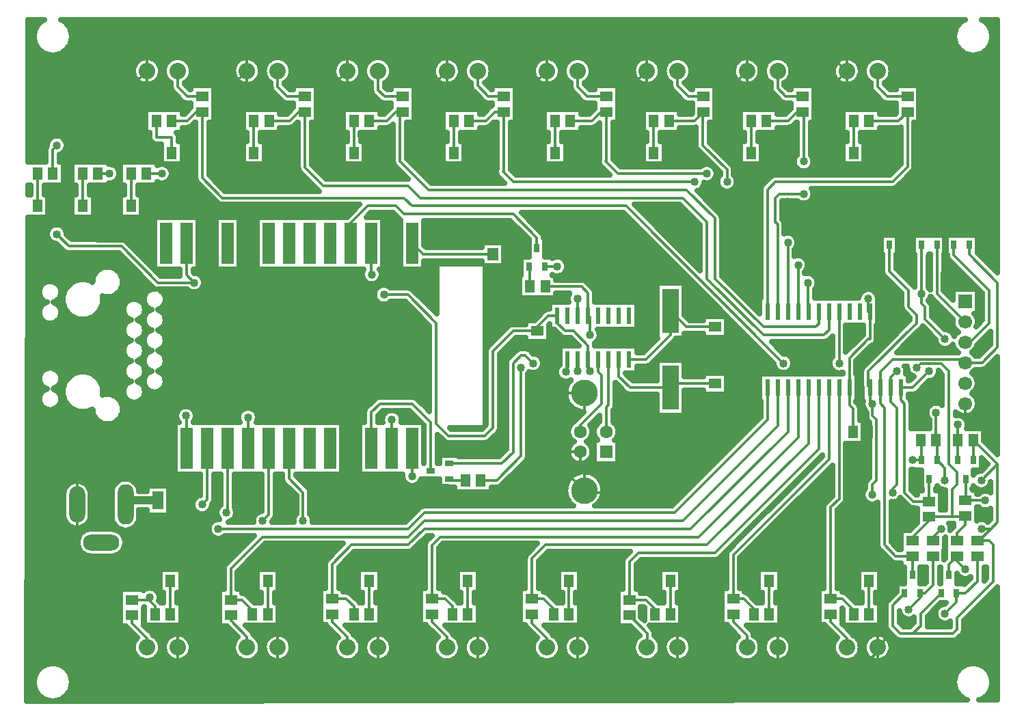
<source format=gbr>
G04 DipTrace 3.3.1.3*
G04 Top.gbr*
%MOIN*%
G04 #@! TF.FileFunction,Copper,L1,Top*
G04 #@! TF.Part,Single*
G04 #@! TA.AperFunction,CopperBalancing*
%ADD14C,0.012992*%
G04 #@! TA.AperFunction,Conductor*
%ADD15C,0.03937*%
G04 #@! TA.AperFunction,CopperBalancing*
%ADD17C,0.025*%
%ADD20R,0.051181X0.059055*%
%ADD22R,0.055118X0.088583*%
%ADD23R,0.055997X0.06*%
%ADD25R,0.025591X0.041339*%
G04 #@! TA.AperFunction,ComponentPad*
%ADD26R,0.066929X0.066929*%
%ADD27C,0.066929*%
%ADD28O,0.07874X0.177165*%
%ADD29O,0.07874X0.19685*%
%ADD30O,0.177165X0.07874*%
%ADD31R,0.059055X0.051181*%
G04 #@! TA.AperFunction,ComponentPad*
%ADD32C,0.08*%
%ADD33R,0.023622X0.07874*%
%ADD34R,0.06X0.2*%
%ADD36R,0.041339X0.025591*%
%ADD38R,0.07874X0.216535*%
G04 #@! TA.AperFunction,ComponentPad*
%ADD39R,0.062992X0.062992*%
%ADD40C,0.062992*%
%ADD41C,0.129921*%
G04 #@! TA.AperFunction,ViaPad*
%ADD42C,0.04*%
%FSLAX26Y26*%
G04*
G70*
G90*
G75*
G01*
G04 Top*
%LPD*%
X5059354Y1126283D2*
D14*
Y1004236D1*
X5000299Y945181D1*
X4956992D1*
Y901874D1*
X4901874Y846756D1*
X1575102Y1299512D2*
X1603449Y1327858D1*
Y1653843D1*
X4535732Y2319197D2*
Y2185339D1*
X4527858D1*
X4435732Y2093213D1*
Y1949118D1*
X1063291Y1397937D2*
D15*
X925496D1*
X905811Y1378252D1*
X4823134Y1319197D2*
D14*
X4937688D1*
X4980614D1*
X4976677Y1323134D1*
X5000299D1*
X4960929Y1201087D2*
Y1240457D1*
X5000299Y1279827D1*
Y1323134D1*
X4744394Y1201087D2*
Y1220772D1*
X4823134Y1299512D1*
Y1319197D1*
X4535732Y2319197D2*
X4527858D1*
Y2382189D1*
X1240457Y2460929D2*
X1203449Y2497937D1*
Y2653843D1*
X1240457Y2460929D2*
X1063291D1*
X886126Y2638094D1*
X630220D1*
X571165Y2697150D1*
Y3130220D2*
X551480Y3110535D1*
Y2992425D1*
X4453055Y1732583D2*
Y1846756D1*
X4435732Y1864079D1*
Y1949118D1*
X4787701Y2645969D2*
Y2405811D1*
X4937688Y1319197D2*
Y1453436D1*
X4960929Y1476677D1*
Y1535732D1*
X4921559Y1575102D1*
Y2027858D1*
X4882189Y2067228D1*
X4783764D1*
X4764079Y2047543D1*
X4901874Y2185339D2*
X4803449Y2283764D1*
Y2342819D1*
X4787701Y2358567D1*
Y2405811D1*
X5039669Y1693213D2*
Y1594787D1*
X4862504D2*
Y1689276D1*
X4858567Y1693213D1*
X4882189Y945181D2*
X4783764Y846756D1*
Y787701D1*
X4744394Y748331D1*
X4685339D1*
X4645969Y787701D1*
Y886126D1*
X4705024Y945181D1*
X4744394Y748331D2*
X4941244D1*
X4960929Y768016D1*
Y827071D1*
X5138094Y1004236D1*
Y1181402D1*
X5118409Y1201087D1*
X5059354D1*
X5066738D1*
X5125793Y1260142D1*
X5157780Y1292129D1*
Y1575102D1*
X5039669Y1693213D1*
X4842819Y1201087D2*
Y1220772D1*
X4882189Y1260142D1*
X5079039D2*
X5125793D1*
X4862504Y1594787D2*
X4901874Y1555417D1*
Y1496362D1*
X5079039D2*
X5157780Y1575102D1*
X2913685Y2224709D2*
Y2244394D1*
X2968803Y2299512D1*
X3012110D1*
X3162110Y2086913D2*
Y2153449D1*
X3090850Y2224709D1*
X3051480D1*
X3012110Y2264079D1*
Y2299512D1*
X2913685Y2224709D2*
X2795575D1*
X2697150Y2126283D1*
Y1752268D1*
X2657780Y1712898D1*
X2480614D1*
X2421559Y1771953D1*
Y2264079D1*
X2283764Y2401874D1*
X2165654D1*
X2106598Y2500299D2*
X2103449Y2503449D1*
Y2653843D1*
X4858567Y1693213D2*
Y1827071D1*
X3169591Y2027858D2*
X3162110Y2035339D1*
Y2086913D1*
X4919591Y1035732D2*
Y1084945D1*
X4960929Y1126283D1*
Y1102661D1*
X5000299Y1063291D1*
X4547543Y1426576D2*
Y1476677D1*
X4567228Y1496362D1*
Y1791638D1*
X4547543Y1811323D1*
Y1870378D1*
X4535732Y1882189D1*
Y1949118D1*
X4630220Y2645969D2*
Y2516047D1*
X4724709Y2421559D1*
Y2342819D1*
X4764079Y2303449D1*
Y2264079D1*
X4527858Y2027858D1*
Y1956992D1*
X4535732Y1949118D1*
X4685732D2*
Y1889669D1*
X4705024Y1870378D1*
Y1437307D1*
X4748331Y1394000D1*
X4823134D1*
Y1502268D1*
X4825102Y1504236D1*
X4685732Y1949118D2*
X4744394D1*
X4823134Y2027858D1*
X4945181Y2645969D2*
Y2594787D1*
X5118409Y2421559D1*
Y2264079D1*
X5024709Y2170378D1*
X4999660D1*
X5002268Y1504236D2*
Y1399906D1*
X5000299Y1397937D1*
X4635732Y1949118D2*
Y1880614D1*
X4665654Y1850693D1*
Y1476677D1*
X4645969Y1456992D1*
Y1437307D1*
X5098724Y1397937D2*
X5000299D1*
X4635732Y1949118D2*
Y1997937D1*
X4665654Y2027858D1*
X4862504Y2645969D2*
Y2407534D1*
X4999660Y2270378D1*
X4744394Y1126283D2*
Y1037701D1*
X4742425Y1035732D1*
X4585732Y1949118D2*
Y1871559D1*
X4606598Y1850693D1*
Y1181402D1*
X4661717Y1126283D1*
X4744394D1*
X4585732Y1949118D2*
Y2026677D1*
X4645969Y2086913D1*
X4999660D1*
Y2070378D1*
X5019984Y2645969D2*
Y2598724D1*
X5157780Y2460929D1*
Y2145969D1*
X5082189Y2070378D1*
X4999660D1*
X1281500Y3294197D2*
X1250446D1*
X1206500Y3250251D1*
X1131303D1*
X4385732Y2319197D2*
Y2067228D1*
X4114472D2*
X3346756Y2834945D1*
X2303449D1*
X2264079Y2874315D1*
X1378252D1*
X1281500Y2971067D1*
Y3294197D1*
X1781520D2*
X1750446D1*
X1706500Y3250251D1*
X1606303D1*
X4335732Y2319197D2*
Y2229433D1*
X4311323Y2205024D1*
X4016047D1*
X3740457Y2480614D1*
Y2756205D1*
X3622346Y2874315D1*
X2342819D1*
X2283764Y2933370D1*
X1870378D1*
X1781520Y3022228D1*
Y3294197D1*
X2256520D2*
X2225448D1*
X2181500Y3250249D1*
X2093803D1*
X4285732Y2319197D2*
Y2258173D1*
X4271953Y2244394D1*
X4016047D1*
X3779827Y2480614D1*
Y2775890D1*
X3642031Y2913685D1*
X2382189D1*
X2244394Y3051480D1*
Y3282071D1*
X2256520Y3294197D1*
X2750260D2*
X2706697D1*
X2662751Y3250251D1*
X2581303D1*
X4235732Y2319197D2*
X4232583D1*
Y2460929D1*
X3681402Y2953055D2*
X2795575D1*
X2746362Y3002268D1*
X2750260Y3006165D1*
Y3294197D1*
X3250249D2*
X3225446D1*
X3181500Y3250251D1*
X3075054D1*
X4185732Y2319197D2*
Y2547150D1*
X3740457Y2992425D2*
X3307386D1*
X3248331Y3051480D1*
X3250249Y3053399D1*
Y3294197D1*
X3725251D2*
Y3294001D1*
X3681500Y3250251D1*
X3556303D1*
X4135732Y2319197D2*
Y2656205D1*
X3838882Y2953055D2*
Y3012110D1*
X3720772Y3130220D1*
Y3289718D1*
X3725251Y3294197D1*
X4206500D2*
X4181697D1*
X4137749Y3250249D1*
X4031303D1*
X4085732Y2319197D2*
Y2745575D1*
X4075102Y2756205D1*
Y2874315D1*
X4094787Y2894000D1*
X4212898D1*
Y3051480D2*
Y3287799D1*
X4206500Y3294197D1*
X4719000D2*
Y3294000D1*
X4675251Y3250251D1*
X4531303D1*
X4035732Y2319197D2*
Y2913685D1*
X4075102Y2953055D1*
X4645969D1*
X4719000Y3026087D1*
Y3294197D1*
X1050251Y844000D2*
Y881499D1*
X1019196Y912554D1*
X937751D1*
X4035732Y1949118D2*
Y1791638D1*
X3582976Y1338882D1*
X2362504D1*
X2283764Y1260142D1*
X1358567D1*
X1023921Y925496D2*
Y912554D1*
X1019196D1*
X1525260Y844000D2*
Y862740D1*
X1475446Y912554D1*
X1419000D1*
X4085732Y1949118D2*
Y1762898D1*
X3622346Y1299512D1*
X2362504D1*
X2283764Y1220772D1*
X1575102D1*
X1419000Y1064669D1*
Y912554D1*
X2019000Y844000D2*
Y881500D1*
X1981697Y918803D1*
X1912751D1*
X4135732Y1949118D2*
Y1734157D1*
X3661717Y1260142D1*
X2362504D1*
X2283764Y1181402D1*
X2008173D1*
X1912751Y1085979D1*
Y918803D1*
X2500251Y844000D2*
Y881499D1*
X2462946Y918803D1*
X2400249D1*
X4185732Y1949118D2*
Y1705417D1*
X3701087Y1220772D1*
X2441244D1*
X2400249Y1179777D1*
Y918803D1*
X2994000Y844000D2*
Y869000D1*
X2944197Y918803D1*
X2887751D1*
X4235732Y1949118D2*
Y1676677D1*
X3740457Y1181402D1*
X2953055D1*
X2887751Y1116097D1*
Y918803D1*
X3487760Y844000D2*
Y868990D1*
X3444196Y912554D1*
X3362751D1*
X4285732Y1949118D2*
Y1647937D1*
X3779827Y1142031D1*
X3405811D1*
X3362751Y1098971D1*
Y912554D1*
X3969000Y844000D2*
Y869000D1*
X3919197Y918803D1*
X3869000D1*
X4335732Y1949118D2*
Y1599512D1*
X3869000Y1132780D1*
Y918803D1*
X4456520Y844000D2*
Y862730D1*
X4400446Y918803D1*
X4344000D1*
X4385732Y1949118D2*
Y1406992D1*
X4344000Y1365260D1*
Y918803D1*
X3162110Y2299512D2*
Y2409354D1*
X3130220Y2441244D1*
X2953055D1*
X2484551Y1579039D2*
X2740457D1*
X2795575Y1634157D1*
Y2067228D1*
X2834945Y2106598D1*
X2854630D1*
X2894000Y2067228D1*
X3169591Y2205024D2*
Y2292031D1*
X3162110Y2299512D1*
X2911717Y2630220D2*
Y2679433D1*
X2795575Y2795575D1*
X2264079D1*
X2224709Y2834945D1*
X2086913D1*
X2003449Y2751480D1*
Y2653843D1*
X1160614Y681480D2*
Y587749D1*
X1264984D1*
X1648134D1*
X1749004D1*
X2137740D1*
X2258618D1*
X2623134D1*
X2728014D1*
X3110614D1*
X3231507D1*
X3598134D1*
X3680155D1*
X4085614D1*
X4181172D1*
X4500249D1*
X4573134Y660634D1*
Y681480D1*
X1648134D2*
Y587749D1*
X2137740Y681480D2*
Y587749D1*
X2623134Y681480D2*
Y587749D1*
X3110614Y681480D2*
Y587749D1*
X3598134Y681480D2*
Y587749D1*
X4085614Y681480D2*
Y587749D1*
X1050251Y1006500D2*
Y1069000D1*
X1087751Y1106500D1*
X1194000D1*
X1264984Y1035516D1*
Y587749D1*
X1525251Y1006500D2*
Y1050251D1*
X1587751Y1112751D1*
X1694000D1*
X1749004Y1057747D1*
Y587749D1*
X2019000Y1006500D2*
Y1037749D1*
X2106500Y1125249D1*
X2200251D1*
X2258618Y1066882D1*
Y587749D1*
X2500231Y1006500D2*
Y1043980D1*
X2556500Y1100249D1*
X2656500D1*
X2728014Y1028735D1*
Y587749D1*
X2994000Y1006500D2*
Y1037749D1*
X3062751Y1106500D1*
X3169000D1*
X3231507Y1043993D1*
Y587749D1*
X3487751Y1006500D2*
Y1050251D1*
X3544000Y1106500D1*
X3631500D1*
X3680155Y1057845D1*
Y587749D1*
X3969000Y1006500D2*
Y1069000D1*
X4031500Y1131500D1*
X4144000D1*
X4181172Y1094328D1*
Y587749D1*
X4456500Y1006500D2*
Y1056500D1*
X4463291Y1063291D1*
X4567228D1*
X4606598Y1023921D1*
Y714945D1*
X4573134Y681480D1*
X1010634Y3493114D2*
Y3591224D1*
X1019659Y3600249D1*
X1484168D1*
X1997446D1*
X2473134D1*
X2960634D1*
X3448134D1*
X3935634D1*
X4312751D1*
X4419866Y3493134D1*
X4423134D1*
X1498134Y3493114D2*
Y3586283D1*
X1484168Y3600249D1*
X1987740Y3493134D2*
Y3590543D1*
X1997446Y3600249D1*
X2473134Y3493134D2*
Y3600249D1*
X2960634Y3493134D2*
Y3600249D1*
X3448134Y3493134D2*
Y3600249D1*
X3935634Y3493134D2*
Y3600249D1*
X4531303Y3094000D2*
Y3037554D1*
X4500249Y3006500D1*
X4400249D1*
X4350249Y3056500D1*
Y3420249D1*
X4423134Y3493134D1*
X4031303Y3094000D2*
Y3062554D1*
X3981500Y3012751D1*
X3900249D1*
X3862751Y3050249D1*
Y3420251D1*
X3935634Y3493134D1*
X3556303Y3094000D2*
Y3056303D1*
X3519000Y3019000D1*
X3412751D1*
X3362751Y3069000D1*
Y3407751D1*
X3448134Y3493134D1*
X3075054Y3094000D2*
Y3062554D1*
X3056500Y3044000D1*
X2925249D1*
X2869000Y3100249D1*
Y3401500D1*
X2960634Y3493134D1*
X2581303Y3094000D2*
Y3031303D1*
X2556500Y3006500D1*
X2462749D1*
X2369000Y3100249D1*
Y3389000D1*
X2473134Y3493134D1*
X2094000Y3094000D2*
Y3019001D1*
X2062749Y2987751D1*
X1944000D1*
X1894000Y3037751D1*
Y3399394D1*
X1987740Y3493134D1*
X1606303Y3094000D2*
Y3056303D1*
X1550249Y3000249D1*
X1456501D1*
X1412751Y3044000D1*
Y3407731D1*
X1498134Y3493114D1*
X1056500Y3094000D2*
Y3090850D1*
X886126D1*
Y3228646D1*
X846756Y3268016D1*
Y3329236D1*
X1010634Y3493114D1*
X669591Y1378252D2*
Y1082976D1*
X746067Y1006500D1*
X1050251D1*
X4485732Y1949118D2*
X4488488D1*
Y2047543D1*
X4585732Y2144787D1*
Y2319197D1*
X4635732D1*
X4685732D1*
X1063291Y1264079D2*
Y1085059D1*
X1087751Y1106500D1*
X4585732Y2319197D2*
Y2403055D1*
X4355000Y2633787D1*
X4134157Y2854630D1*
Y3090850D2*
X4131008Y3094000D1*
X4031303D1*
X1008173Y2834945D2*
Y2775890D1*
X949118Y2716835D1*
X905811D1*
X886126Y2736520D1*
Y3090850D1*
X771953Y2834945D2*
Y2775890D1*
X712898Y2716835D1*
X669591D1*
X634157Y2752268D1*
Y2834945D1*
Y3173528D1*
X728646Y3268016D1*
X846756D1*
X551480Y2834945D2*
X634157D1*
X669591Y1378252D2*
Y1516047D1*
X807386Y1653843D1*
X1103449D1*
Y1831795D1*
X1181402Y1909748D1*
X1303449D1*
X1909748D1*
X2003449Y1816047D1*
Y1653843D1*
X1303449Y2653843D2*
Y2462504D1*
Y1909748D1*
X2203449Y2653843D2*
Y2500299D1*
Y2462504D1*
X1503449D1*
X1303449D1*
X1503449Y2653843D2*
Y2462504D1*
X2913685Y2149906D2*
Y2126283D1*
X2953055Y2086913D1*
X3012110D1*
Y1930890D1*
Y1642786D1*
Y1578213D1*
X3142917Y1447406D1*
X3123035Y1635201D2*
X3019696D1*
X3012110Y1642786D1*
X3142917Y1921421D2*
X3021579D1*
X3012110Y1930890D1*
X3779827Y2043606D2*
Y2108270D1*
Y2169591D1*
Y2108270D2*
X3876580D1*
X3897937Y2086913D1*
Y1752268D1*
X3582976Y1437307D1*
X3142917D1*
Y1447406D1*
X2697150Y2508724D2*
X2688724D1*
X2638094Y2559354D1*
X2441244D1*
X2382189Y2500299D1*
X2203449D1*
Y2653843D2*
Y2777465D1*
X2185339Y2795575D1*
X2165654Y3051480D2*
X2136520D1*
X2094000Y3094000D1*
X4527858Y1732583D2*
Y1831008D1*
X4485732Y1873134D1*
Y1949118D1*
X4982583Y2736520D2*
X4825102D1*
X4698131D1*
X4667622D1*
X4705024Y2645969D2*
Y2729627D1*
X4698131Y2736520D1*
X4527858Y1732583D2*
Y1506945D1*
X4518756D1*
X4488488Y1476677D1*
Y1299512D1*
X4456500Y1267524D1*
Y1006500D1*
X4667622Y2736520D2*
X4586913D1*
X4355000Y2633787D1*
X2394000Y1541638D2*
Y1779827D1*
X2303449Y1870378D1*
X2145969D1*
X2103449Y1827858D1*
Y1653843D1*
X4787701Y1594787D2*
Y1689276D1*
X4783764Y1693213D1*
X4787701Y1594787D2*
X4744394D1*
X1397937Y1338882D2*
X1403449Y1344394D1*
Y1653843D1*
X4964866Y1594787D2*
Y1693213D1*
Y1768016D1*
X1279827Y1378252D2*
X1303449Y1401874D1*
Y1653843D1*
X1203449D2*
Y1808961D1*
X1201087Y1811323D1*
X1082976Y2992425D2*
X1008173D1*
X1131303Y3094000D2*
Y3169591D1*
X1056500D1*
Y3250251D1*
X1531500Y3094000D2*
Y3250251D1*
X476677Y2834945D2*
Y2992425D1*
X2019197Y3094000D2*
Y3250052D1*
X2019000Y3250249D1*
X2506500Y3094000D2*
Y3250251D1*
X3000251Y3094000D2*
Y3250251D1*
X3481500Y3094000D2*
Y3250251D1*
X3956500Y3094000D2*
Y3250249D1*
X4456500Y3094000D2*
Y3250251D1*
X1125054Y1006500D2*
Y844000D1*
X1600063D2*
Y1006491D1*
X1600054Y1006500D1*
X2093803Y844000D2*
Y1006500D1*
X2575054Y844000D2*
Y1006480D1*
X2575034Y1006500D1*
X3068803Y844000D2*
Y1006500D1*
X3562563Y844000D2*
Y1006491D1*
X3562554Y1006500D1*
X4043803Y844000D2*
Y1006500D1*
X4531323Y844000D2*
Y1006480D1*
X4531303Y1006500D1*
X3362110Y2086913D2*
X3445181D1*
X3563291Y2205024D1*
Y2323134D1*
X3779827Y2244394D2*
X3642031D1*
X3563291Y2323134D1*
X1281500Y3369000D2*
X1206500D1*
X1160634Y3414866D1*
Y3493114D1*
X1781520Y3369000D2*
X1694000D1*
X1648134Y3414866D1*
Y3493114D1*
X2256520Y3369000D2*
X2169000D1*
X2137740Y3400260D1*
Y3493134D1*
X2750260Y3369000D2*
X2675249D1*
X2623134Y3421115D1*
Y3493134D1*
X3563291Y1949118D2*
X3366441D1*
X3312110Y2003449D1*
Y2086913D1*
X3779827Y1968803D2*
X3582976D1*
X3563291Y1949118D1*
X2878252Y2441244D2*
Y2535732D1*
X2874315Y2539669D1*
X2563291Y1496362D2*
X2492425D1*
X2484551Y1504236D1*
X3250249Y3369000D2*
X3156500D1*
X3110634Y3414866D1*
Y3493134D1*
X3725251Y3369000D2*
X3650251D1*
X3598134Y3421117D1*
Y3493134D1*
X4206500Y3369000D2*
X4125251D1*
X4085634Y3408617D1*
Y3493134D1*
X4719000Y3369000D2*
X4619000D1*
X4573134Y3414866D1*
Y3493134D1*
X937751Y837751D2*
Y800249D1*
X1010614Y727386D1*
Y681480D1*
X1419000Y837751D2*
Y812749D1*
X1498134Y733615D1*
Y681480D1*
X1912751Y844000D2*
Y806500D1*
X1987740Y731510D1*
Y681480D1*
X2400249Y844000D2*
Y806500D1*
X2473134Y733615D1*
Y681480D1*
X2887751Y844000D2*
Y800249D1*
X2960614Y727386D1*
Y681480D1*
X3362751Y837751D2*
X3450249Y750252D1*
Y683596D1*
X3448134Y681480D1*
X3869000Y844000D2*
Y806500D1*
X3935614Y739886D1*
Y681480D1*
X4344000Y844000D2*
Y806500D1*
X4423134Y727366D1*
Y681480D1*
X2697150Y2598724D2*
X2358567D1*
X2303449Y2653843D1*
X3123035Y1733626D2*
Y1764768D1*
X3228646Y1870378D1*
Y2008173D1*
X3212110Y2024709D1*
Y2086913D1*
X3249413Y1733626D2*
Y1851776D1*
X3262110Y1864472D1*
Y2086913D1*
X697150Y2834945D2*
Y2992425D1*
X933370Y2834945D2*
Y2992425D1*
X1503449Y1653843D2*
Y1804236D1*
X827071Y2992425D2*
X771953D1*
X2638094Y1496362D2*
X2716835D1*
X2834945Y1614472D1*
Y2047543D1*
X3110535Y2382189D2*
X3112110Y2380614D1*
Y2299512D1*
X3012110Y2539669D2*
X2949118D1*
X3062110Y2086913D2*
Y2017228D1*
X3053974Y2025365D1*
X2205024Y1791638D2*
Y1655417D1*
X2203449Y1653843D1*
X4842819Y1126283D2*
Y984551D1*
X4803449Y945181D1*
X4779827D1*
Y921559D1*
X4724709Y866441D1*
X1771953Y1299512D2*
Y1437307D1*
X1703449Y1505811D1*
Y1653843D1*
X3112110Y2086913D2*
Y2029433D1*
X2303449Y1516047D2*
Y1653843D1*
D42*
X4901874Y846756D3*
X1575102Y1299512D3*
X4527858Y2382189D3*
X1240457Y2460929D3*
X571165Y2697150D3*
Y3130220D3*
X1240457Y2460929D3*
X4787701Y2405811D3*
X4764079Y2047543D3*
X4901874Y2185339D3*
X4882189Y1260142D3*
X5079039D3*
X4901874Y1496362D3*
X5079039D3*
X2165654Y2401874D3*
X2106598Y2500299D3*
X4858567Y1827071D3*
X3169591Y2027858D3*
X5000299Y1063291D3*
X4547543Y1426576D3*
Y1870378D3*
X4823134Y2027858D3*
X4645969Y1437307D3*
X5098724Y1397937D3*
X4665654Y2027858D3*
X4385732Y2067228D3*
X4114472D3*
X4232583Y2460929D3*
X3681402Y2953055D3*
X4185732Y2547150D3*
X3740457Y2992425D3*
X4135732Y2656205D3*
X3838882Y2953055D3*
X4212898Y2894000D3*
Y3051480D3*
X1358567Y1260142D3*
X1023921Y925496D3*
X2894000Y2067228D3*
X3169591Y2205024D3*
X4134157Y2854630D3*
Y3090850D3*
X2185339Y2795575D3*
X2165654Y3051480D3*
X4744394Y1594787D3*
X1397937Y1338882D3*
X4964866Y1768016D3*
X1279827Y1378252D3*
X1201087Y1811323D3*
X1082976Y2992425D3*
X1503449Y1804236D3*
X827071Y2992425D3*
X2834945Y2047543D3*
X3110535Y2382189D3*
X3012110Y2539669D3*
X3053974Y2025365D3*
X2205024Y1791638D3*
X4724709Y866441D3*
X1771953Y1299512D3*
X3112110Y2029433D3*
X2303449Y1516047D3*
X433941Y3719131D2*
D17*
X477887D1*
X625060D2*
X4966101D1*
X5113239D2*
X5153991D1*
X433869Y3694262D2*
X463605D1*
X639342D2*
X4951784D1*
X5127556D2*
X5153991D1*
X433833Y3669394D2*
X457935D1*
X645011D2*
X4946114D1*
X5133226D2*
X5153991D1*
X433797Y3644525D2*
X459227D1*
X643720D2*
X4947442D1*
X5131898D2*
X5153991D1*
X433761Y3619656D2*
X467875D1*
X635107D2*
X4956054D1*
X5123286D2*
X5153991D1*
X433689Y3594787D2*
X486786D1*
X616196D2*
X4974965D1*
X5104375D2*
X5153991D1*
X433654Y3569919D2*
X5153991D1*
X433618Y3545050D2*
X966629D1*
X1054665D2*
X1116625D1*
X1204661D2*
X1454116D1*
X1542152D2*
X1604112D1*
X1692148D2*
X1943684D1*
X2031792D2*
X2093680D1*
X2181788D2*
X2429089D1*
X2517161D2*
X2579085D1*
X2667193D2*
X2916576D1*
X3004684D2*
X3066572D1*
X3154680D2*
X3404099D1*
X3492170D2*
X3554094D1*
X3642166D2*
X3891585D1*
X3979693D2*
X4041581D1*
X4129689D2*
X4379072D1*
X4467180D2*
X4529104D1*
X4617176D2*
X5153991D1*
X433546Y3520181D2*
X947395D1*
X1073863D2*
X1097391D1*
X1223859D2*
X1434918D1*
X1561350D2*
X1584914D1*
X1711382D2*
X1924486D1*
X2050990D2*
X2074482D1*
X2200986D2*
X2409891D1*
X2536359D2*
X2559887D1*
X2686391D2*
X2897378D1*
X3023882D2*
X3047374D1*
X3173878D2*
X3384901D1*
X3511368D2*
X3534896D1*
X3661364D2*
X3872387D1*
X3998891D2*
X4022383D1*
X4148887D2*
X4359874D1*
X4486378D2*
X4509906D1*
X4636374D2*
X5153991D1*
X433510Y3495312D2*
X941690D1*
X1079605D2*
X1091686D1*
X1229601D2*
X1429176D1*
X1567092D2*
X1579204D1*
X1717087D2*
X1918780D1*
X2056695D2*
X2068776D1*
X2206691D2*
X2404186D1*
X2542101D2*
X2554182D1*
X2692097D2*
X2891672D1*
X3029587D2*
X3041668D1*
X3179583D2*
X3379195D1*
X3517074D2*
X3529191D1*
X3667106D2*
X3866682D1*
X4004597D2*
X4016678D1*
X4154593D2*
X4354168D1*
X4492083D2*
X4504164D1*
X4642079D2*
X5153991D1*
X433474Y3470444D2*
X945637D1*
X1075658D2*
X1095633D1*
X1225653D2*
X1433124D1*
X1563144D2*
X1583120D1*
X1713140D2*
X1922728D1*
X2052748D2*
X2072723D1*
X2202744D2*
X2408133D1*
X2538118D2*
X2558129D1*
X2688149D2*
X2895620D1*
X3025640D2*
X3045616D1*
X3175636D2*
X3383142D1*
X3513127D2*
X3533138D1*
X3663123D2*
X3870629D1*
X4000649D2*
X4020625D1*
X4150645D2*
X4358116D1*
X4488136D2*
X4508147D1*
X4638132D2*
X5153991D1*
X433402Y3445575D2*
X961641D1*
X1059617D2*
X1111637D1*
X1209613D2*
X1449128D1*
X1547140D2*
X1599160D1*
X1697136D2*
X1938768D1*
X2036708D2*
X2088764D1*
X2186704D2*
X2424173D1*
X2522113D2*
X2574169D1*
X2672109D2*
X2911660D1*
X3009600D2*
X3061656D1*
X3159596D2*
X3399182D1*
X3497087D2*
X3549178D1*
X3647118D2*
X3886669D1*
X3984609D2*
X4036665D1*
X4134605D2*
X4374156D1*
X4472096D2*
X4524152D1*
X4622092D2*
X5153991D1*
X433367Y3420706D2*
X1125130D1*
X1203944D2*
X1222986D1*
X1340016D2*
X1612652D1*
X1691430D2*
X1722996D1*
X1840027D2*
X2102256D1*
X2173211D2*
X2197995D1*
X2315026D2*
X2587662D1*
X2672683D2*
X2691726D1*
X2808792D2*
X3075148D1*
X3153962D2*
X3191736D1*
X3308766D2*
X3562635D1*
X3647693D2*
X3666735D1*
X3783765D2*
X4050157D1*
X4122691D2*
X4147978D1*
X4265008D2*
X4537644D1*
X4616458D2*
X4660476D1*
X4777506D2*
X5153991D1*
X433331Y3395837D2*
X1131194D1*
X1340016D2*
X1618681D1*
X1840027D2*
X2102543D1*
X2315026D2*
X2599252D1*
X2808792D2*
X3081177D1*
X3308766D2*
X3574261D1*
X3783765D2*
X4052705D1*
X4265008D2*
X4543673D1*
X4777506D2*
X5153991D1*
X433295Y3370969D2*
X1155380D1*
X1340016D2*
X1642867D1*
X1840027D2*
X2117866D1*
X2315026D2*
X2624120D1*
X2808792D2*
X3105363D1*
X3308766D2*
X3599129D1*
X3783765D2*
X4074128D1*
X4265008D2*
X4567895D1*
X4777506D2*
X5153991D1*
X433223Y3346100D2*
X1180248D1*
X1340016D2*
X1667735D1*
X1840027D2*
X2142734D1*
X2315026D2*
X2648988D1*
X2808792D2*
X3130230D1*
X3308766D2*
X3623997D1*
X3783765D2*
X4098996D1*
X4265008D2*
X4592762D1*
X4777506D2*
X5153991D1*
X433187Y3321231D2*
X1222986D1*
X1340016D2*
X1722996D1*
X1840027D2*
X2197995D1*
X2315026D2*
X2685302D1*
X2808792D2*
X3191736D1*
X3308766D2*
X3666735D1*
X3783765D2*
X4147978D1*
X4265008D2*
X4660476D1*
X4777506D2*
X5153991D1*
X433151Y3296362D2*
X1001903D1*
X1185894D2*
X1203465D1*
X1340016D2*
X1476902D1*
X1660893D2*
X1703475D1*
X1840027D2*
X1964425D1*
X2148379D2*
X2178474D1*
X2315026D2*
X2451912D1*
X2635902D2*
X2659717D1*
X2808792D2*
X2945678D1*
X3129633D2*
X3178459D1*
X3308766D2*
X3426921D1*
X3610875D2*
X3666735D1*
X3783765D2*
X3901920D1*
X4085874D2*
X4134701D1*
X4265008D2*
X4401930D1*
X4585885D2*
X4660476D1*
X4777506D2*
X5153991D1*
X433079Y3271493D2*
X1001903D1*
X1340016D2*
X1476902D1*
X1840027D2*
X1964425D1*
X2315026D2*
X2451912D1*
X2808792D2*
X2945678D1*
X3308766D2*
X3426921D1*
X3783765D2*
X3901920D1*
X4265008D2*
X4401930D1*
X4777506D2*
X5153991D1*
X433044Y3246625D2*
X1001903D1*
X1340016D2*
X1476902D1*
X1840027D2*
X1964425D1*
X2315026D2*
X2451912D1*
X2808792D2*
X2945678D1*
X3308766D2*
X3426921D1*
X3783765D2*
X3901920D1*
X4265008D2*
X4401930D1*
X4777506D2*
X5153991D1*
X433008Y3221756D2*
X1001903D1*
X1225618D2*
X1246024D1*
X1316979D2*
X1476902D1*
X1725628D2*
X1746034D1*
X1817025D2*
X1964425D1*
X2200627D2*
X2208904D1*
X2279895D2*
X2451912D1*
X2681870D2*
X2714763D1*
X2785754D2*
X2945678D1*
X3200611D2*
X3214774D1*
X3285729D2*
X3426921D1*
X3756242D2*
X3901920D1*
X4156889D2*
X4177403D1*
X4248394D2*
X4401930D1*
X4754504D2*
X5153991D1*
X432972Y3196887D2*
X1001903D1*
X1185894D2*
X1246024D1*
X1316979D2*
X1476902D1*
X1660893D2*
X1746034D1*
X1817025D2*
X1964425D1*
X2148379D2*
X2208904D1*
X2279895D2*
X2451912D1*
X2635902D2*
X2714763D1*
X2785754D2*
X2945678D1*
X3129633D2*
X3214774D1*
X3285729D2*
X3426921D1*
X3610875D2*
X3685287D1*
X3756242D2*
X3901920D1*
X4085874D2*
X4177403D1*
X4248394D2*
X4401930D1*
X4585885D2*
X4683513D1*
X4754504D2*
X5153991D1*
X432900Y3172018D2*
X548291D1*
X594020D2*
X1020994D1*
X1166696D2*
X1246024D1*
X1316979D2*
X1496029D1*
X1566984D2*
X1746034D1*
X1817025D2*
X1983695D1*
X2054686D2*
X2208904D1*
X2279895D2*
X2471002D1*
X2541993D2*
X2714763D1*
X2785754D2*
X2964768D1*
X3035724D2*
X3214774D1*
X3285729D2*
X3446011D1*
X3517002D2*
X3685287D1*
X3756242D2*
X3921010D1*
X3992001D2*
X4177403D1*
X4248394D2*
X4421021D1*
X4491976D2*
X4683513D1*
X4754504D2*
X5153991D1*
X432864Y3147150D2*
X525361D1*
X616950D2*
X1029821D1*
X1185894D2*
X1246024D1*
X1316979D2*
X1476902D1*
X1586074D2*
X1746034D1*
X1817025D2*
X1964604D1*
X2073776D2*
X2208904D1*
X2279895D2*
X2451912D1*
X2561083D2*
X2714763D1*
X2785754D2*
X2945678D1*
X3054850D2*
X3214774D1*
X3285729D2*
X3426921D1*
X3536093D2*
X3685287D1*
X3756242D2*
X3901920D1*
X4011092D2*
X4177403D1*
X4248394D2*
X4401930D1*
X4511066D2*
X4683513D1*
X4754504D2*
X5153991D1*
X432828Y3122281D2*
X518149D1*
X619462D2*
X1076722D1*
X1185894D2*
X1246024D1*
X1316979D2*
X1476902D1*
X1586074D2*
X1746034D1*
X1817025D2*
X1964604D1*
X2073776D2*
X2208904D1*
X2279895D2*
X2451912D1*
X2561083D2*
X2714763D1*
X2785754D2*
X2945678D1*
X3054850D2*
X3214774D1*
X3285729D2*
X3426921D1*
X3536093D2*
X3686256D1*
X3777880D2*
X3901920D1*
X4011092D2*
X4177403D1*
X4248394D2*
X4401930D1*
X4511066D2*
X4683513D1*
X4754504D2*
X5153991D1*
X432757Y3097412D2*
X515996D1*
X606615D2*
X1076722D1*
X1185894D2*
X1246024D1*
X1316979D2*
X1476902D1*
X1586074D2*
X1746034D1*
X1817025D2*
X1964604D1*
X2073776D2*
X2208904D1*
X2279895D2*
X2451912D1*
X2561083D2*
X2714763D1*
X2785754D2*
X2945678D1*
X3054850D2*
X3214774D1*
X3285729D2*
X3426921D1*
X3536093D2*
X3704413D1*
X3802748D2*
X3901920D1*
X4011092D2*
X4177403D1*
X4248394D2*
X4401930D1*
X4511066D2*
X4683513D1*
X4754504D2*
X5153991D1*
X432721Y3072543D2*
X515996D1*
X586951D2*
X1076722D1*
X1185894D2*
X1246024D1*
X1316979D2*
X1476902D1*
X1586074D2*
X1746034D1*
X1817025D2*
X1964604D1*
X2073776D2*
X2208904D1*
X2279895D2*
X2451912D1*
X2561083D2*
X2714763D1*
X2785754D2*
X2945678D1*
X3054850D2*
X3214774D1*
X3285729D2*
X3426921D1*
X3536093D2*
X3729281D1*
X3827616D2*
X3901920D1*
X4011092D2*
X4168934D1*
X4256862D2*
X4401930D1*
X4511066D2*
X4683513D1*
X4754504D2*
X5153991D1*
X606077Y3047675D2*
X642559D1*
X826550D2*
X878785D1*
X1062739D2*
X1076722D1*
X1185894D2*
X1246024D1*
X1316979D2*
X1476902D1*
X1586074D2*
X1746034D1*
X1817025D2*
X1964604D1*
X2073776D2*
X2209119D1*
X2297335D2*
X2451912D1*
X2561083D2*
X2714763D1*
X2785754D2*
X2945678D1*
X3054850D2*
X3213051D1*
X3301302D2*
X3426921D1*
X3536093D2*
X3754149D1*
X3852484D2*
X3901920D1*
X4011092D2*
X4164054D1*
X4261743D2*
X4401930D1*
X4511066D2*
X4683513D1*
X4754504D2*
X5153991D1*
X606077Y3022806D2*
X642559D1*
X864766D2*
X878785D1*
X1120656D2*
X1246024D1*
X1316979D2*
X1746034D1*
X1830087D2*
X2223904D1*
X2322238D2*
X2714763D1*
X2785754D2*
X3227835D1*
X3872579D2*
X4173814D1*
X4251982D2*
X4666576D1*
X4754325D2*
X5153991D1*
X606077Y2997937D2*
X642559D1*
X1131637D2*
X1246024D1*
X1316979D2*
X1756656D1*
X1854954D2*
X2248771D1*
X2347106D2*
X2711175D1*
X2799857D2*
X3252739D1*
X3789112D2*
X3803382D1*
X3874373D2*
X4641708D1*
X4740007D2*
X5153991D1*
X606077Y2973068D2*
X642559D1*
X1127761D2*
X1246024D1*
X1328641D2*
X1781523D1*
X1879822D2*
X2273639D1*
X2371974D2*
X2726426D1*
X3785237D2*
X3794411D1*
X3883344D2*
X4045959D1*
X4715139D2*
X5153991D1*
X606077Y2948199D2*
X642559D1*
X843918D2*
X878785D1*
X1099808D2*
X1255210D1*
X1353509D2*
X1806391D1*
X2396842D2*
X2751293D1*
X3757283D2*
X3790141D1*
X3887614D2*
X4021091D1*
X4690272D2*
X5153991D1*
X432434Y2923331D2*
X441177D1*
X512168D2*
X661650D1*
X732641D2*
X897875D1*
X968866D2*
X1280078D1*
X1378377D2*
X1831259D1*
X3719640D2*
X3800619D1*
X3877136D2*
X4001678D1*
X4662784D2*
X5153991D1*
X432398Y2898462D2*
X441177D1*
X512168D2*
X661650D1*
X732641D2*
X897875D1*
X968866D2*
X1304945D1*
X3706399D2*
X4000243D1*
X4261671D2*
X5153991D1*
X531259Y2873593D2*
X642559D1*
X751731D2*
X878785D1*
X987957D2*
X1329813D1*
X3731267D2*
X4000243D1*
X4257185D2*
X5153991D1*
X531259Y2848724D2*
X642559D1*
X751731D2*
X878785D1*
X987957D2*
X1354932D1*
X3756135D2*
X4000243D1*
X4110599D2*
X4199830D1*
X4225966D2*
X5153991D1*
X531259Y2823856D2*
X642559D1*
X751731D2*
X878785D1*
X987957D2*
X2026684D1*
X3406981D2*
X3623638D1*
X3781002D2*
X4000243D1*
X4110599D2*
X5153991D1*
X531259Y2798987D2*
X642559D1*
X751731D2*
X878785D1*
X987957D2*
X2001816D1*
X2100115D2*
X2211524D1*
X2841303D2*
X3333550D1*
X3431849D2*
X3648506D1*
X3805870D2*
X4000243D1*
X4110599D2*
X5153991D1*
X432182Y2774118D2*
X1044462D1*
X1262435D2*
X1344454D1*
X1462453D2*
X1544472D1*
X2162446D2*
X2236391D1*
X2866171D2*
X3358418D1*
X3456753D2*
X3673374D1*
X3815308D2*
X4000243D1*
X4110599D2*
X5153991D1*
X432111Y2749249D2*
X1044462D1*
X1262435D2*
X1344454D1*
X1462453D2*
X1544472D1*
X2162446D2*
X2244465D1*
X2362429D2*
X2792740D1*
X2891039D2*
X3383286D1*
X3481621D2*
X3698277D1*
X3815308D2*
X4000243D1*
X4121005D2*
X5153991D1*
X432075Y2724381D2*
X530995D1*
X611352D2*
X1044462D1*
X1262435D2*
X1344454D1*
X1462453D2*
X1544472D1*
X2162446D2*
X2244465D1*
X2362429D2*
X2817607D1*
X2915906D2*
X3408153D1*
X3506488D2*
X3704952D1*
X3815308D2*
X4000243D1*
X4121220D2*
X5153991D1*
X432039Y2699512D2*
X522240D1*
X620108D2*
X1044462D1*
X1262435D2*
X1344454D1*
X1462453D2*
X1544472D1*
X2162446D2*
X2244465D1*
X2362429D2*
X2842475D1*
X2940379D2*
X3433021D1*
X3531356D2*
X3704952D1*
X3815308D2*
X4000243D1*
X4155131D2*
X5153991D1*
X431967Y2674643D2*
X527981D1*
X642823D2*
X1044462D1*
X1262435D2*
X1344454D1*
X1462453D2*
X1544472D1*
X2162446D2*
X2244465D1*
X2362429D2*
X2867343D1*
X2953513D2*
X3457889D1*
X3556224D2*
X3704952D1*
X3815308D2*
X4000243D1*
X4180896D2*
X4588420D1*
X4672007D2*
X4745916D1*
X5061781D2*
X5153991D1*
X431931Y2649774D2*
X569391D1*
X923616D2*
X1044462D1*
X1262435D2*
X1344454D1*
X1462453D2*
X1544472D1*
X2162446D2*
X2244465D1*
X2362429D2*
X2640160D1*
X2754140D2*
X2869927D1*
X2953513D2*
X3482757D1*
X3581091D2*
X3704952D1*
X3815308D2*
X4000243D1*
X4184269D2*
X4588420D1*
X4672007D2*
X4745916D1*
X5061781D2*
X5153991D1*
X431895Y2624906D2*
X594259D1*
X948484D2*
X1044462D1*
X1262435D2*
X1344454D1*
X1462453D2*
X1544472D1*
X2162446D2*
X2244465D1*
X2754140D2*
X2869927D1*
X2953513D2*
X3507660D1*
X3605959D2*
X3704952D1*
X3815308D2*
X4000243D1*
X4172606D2*
X4588420D1*
X4672007D2*
X4745916D1*
X5061781D2*
X5153991D1*
X431859Y2600037D2*
X875017D1*
X973352D2*
X1044462D1*
X1262435D2*
X1344454D1*
X1462453D2*
X1544472D1*
X2162446D2*
X2244465D1*
X2754140D2*
X2869927D1*
X2953513D2*
X3532528D1*
X3630827D2*
X3704952D1*
X3815308D2*
X4000243D1*
X4171207D2*
X4588420D1*
X4672007D2*
X4745916D1*
X5067809D2*
X5153991D1*
X431788Y2575168D2*
X899885D1*
X998220D2*
X1044462D1*
X1262435D2*
X1344454D1*
X1462453D2*
X1544472D1*
X2162446D2*
X2244465D1*
X2754140D2*
X2832535D1*
X3044623D2*
X3557396D1*
X3655695D2*
X3704952D1*
X3815308D2*
X4000243D1*
X4225320D2*
X4594736D1*
X4665691D2*
X4752196D1*
X4898005D2*
X4916151D1*
X5092677D2*
X5153991D1*
X431752Y2550299D2*
X924752D1*
X1023087D2*
X1044462D1*
X1262435D2*
X1344454D1*
X1462453D2*
X1544472D1*
X2162446D2*
X2244465D1*
X2362429D2*
X2420082D1*
X2754140D2*
X2832535D1*
X3059874D2*
X3582264D1*
X3680562D2*
X3704952D1*
X3815308D2*
X4000243D1*
X4234614D2*
X4594736D1*
X4665691D2*
X4752196D1*
X4898005D2*
X4940516D1*
X5117545D2*
X5153991D1*
X431716Y2525430D2*
X776910D1*
X859491D2*
X949620D1*
X1047955D2*
X1167975D1*
X1238931D2*
X2064973D1*
X2148200D2*
X2420082D1*
X2663640D2*
X2832535D1*
X3058869D2*
X3607131D1*
X3815308D2*
X4000243D1*
X4229339D2*
X4594736D1*
X4669997D2*
X4752196D1*
X4898005D2*
X4965384D1*
X5142448D2*
X5153991D1*
X431644Y2500562D2*
X752903D1*
X883534D2*
X974524D1*
X1072823D2*
X1167975D1*
X1267279D2*
X2057616D1*
X2155592D2*
X2420082D1*
X2663640D2*
X2832535D1*
X3039743D2*
X3631999D1*
X3815308D2*
X4000243D1*
X4259374D2*
X4598575D1*
X4694865D2*
X4752196D1*
X4898005D2*
X4990251D1*
X431608Y2475693D2*
X685692D1*
X710572D2*
X743932D1*
X892505D2*
X999392D1*
X1287051D2*
X2064650D1*
X2148559D2*
X2420082D1*
X2663640D2*
X2823672D1*
X3007626D2*
X3656867D1*
X3833896D2*
X4000243D1*
X4279182D2*
X4621434D1*
X4719733D2*
X4752196D1*
X4898005D2*
X5015119D1*
X431572Y2450824D2*
X498125D1*
X578482D2*
X630072D1*
X892289D2*
X1024259D1*
X1288343D2*
X2420082D1*
X2663640D2*
X2823672D1*
X3169787D2*
X3494921D1*
X3631652D2*
X3681735D1*
X3858763D2*
X4000243D1*
X4280474D2*
X4646301D1*
X4744600D2*
X4752196D1*
X4898005D2*
X5039987D1*
X431501Y2425955D2*
X484920D1*
X591688D2*
X610443D1*
X882780D2*
X1023434D1*
X1072823D2*
X1207340D1*
X1273595D2*
X2123392D1*
X2308818D2*
X2420082D1*
X2663640D2*
X2823672D1*
X3193112D2*
X3494921D1*
X3631652D2*
X3706602D1*
X3883631D2*
X4000243D1*
X4268058D2*
X4509690D1*
X4546053D2*
X4671169D1*
X4898005D2*
X4937215D1*
X431465Y2401087D2*
X485566D1*
X591006D2*
X600862D1*
X857446D2*
X998530D1*
X1097726D2*
X2116682D1*
X2333721D2*
X2420082D1*
X2663640D2*
X2823672D1*
X3007626D2*
X3065567D1*
X3197597D2*
X3494921D1*
X3631652D2*
X3731470D1*
X3908499D2*
X4000243D1*
X4268058D2*
X4482885D1*
X4572823D2*
X4689219D1*
X4918100D2*
X4937215D1*
X5062104D2*
X5082904D1*
X431429Y2376218D2*
X500888D1*
X575719D2*
X598314D1*
X797950D2*
X923999D1*
X972275D2*
X993614D1*
X1102642D2*
X2124397D1*
X2358589D2*
X2420082D1*
X2663640D2*
X3061943D1*
X3197597D2*
X3494921D1*
X3631652D2*
X3756338D1*
X3933367D2*
X3994932D1*
X4576519D2*
X4689219D1*
X4826057D2*
X4844669D1*
X5062104D2*
X5082904D1*
X431393Y2351349D2*
X498628D1*
X577980D2*
X602225D1*
X794038D2*
X898665D1*
X1094856D2*
X2285122D1*
X2383457D2*
X2420082D1*
X2663640D2*
X2971299D1*
X3402926D2*
X3494921D1*
X3631652D2*
X3781205D1*
X3958234D2*
X3994932D1*
X4576519D2*
X4689219D1*
X4837827D2*
X4869537D1*
X5062104D2*
X5082904D1*
X431321Y2326480D2*
X485028D1*
X591580D2*
X613565D1*
X782699D2*
X893605D1*
X1002669D2*
X1024582D1*
X1071674D2*
X2309990D1*
X2408324D2*
X2420082D1*
X2663640D2*
X2947293D1*
X3402926D2*
X3494921D1*
X3631652D2*
X3806073D1*
X3983102D2*
X3994931D1*
X4576519D2*
X4693561D1*
X4838940D2*
X4894405D1*
X5062104D2*
X5082904D1*
X431285Y2301612D2*
X485422D1*
X591149D2*
X636351D1*
X759913D2*
X901248D1*
X1097475D2*
X2334857D1*
X2663640D2*
X2921743D1*
X3402926D2*
X3494921D1*
X3633949D2*
X3830941D1*
X4576519D2*
X4716778D1*
X4838940D2*
X4919272D1*
X5053348D2*
X5082904D1*
X431249Y2276743D2*
X500314D1*
X576293D2*
X925183D1*
X971091D2*
X993578D1*
X1102678D2*
X2359725D1*
X2663640D2*
X2855178D1*
X3402926D2*
X3494921D1*
X3838345D2*
X3855809D1*
X4576519D2*
X4727579D1*
X4859609D2*
X4937538D1*
X5061781D2*
X5081935D1*
X431178Y2251874D2*
X898916D1*
X1095179D2*
X2384629D1*
X2663640D2*
X2774367D1*
X3402926D2*
X3494921D1*
X3838345D2*
X3880676D1*
X4421212D2*
X4500253D1*
X4571208D2*
X4702711D1*
X4884477D2*
X4940121D1*
X431142Y2227005D2*
X893569D1*
X1002669D2*
X1025802D1*
X1070454D2*
X2386064D1*
X2663640D2*
X2748710D1*
X2972209D2*
X3000043D1*
X3213063D2*
X3494921D1*
X3838345D2*
X3905544D1*
X4421212D2*
X4500253D1*
X4571208D2*
X4677844D1*
X4776143D2*
X4811046D1*
X4924990D2*
X4955767D1*
X431106Y2202136D2*
X900925D1*
X1097224D2*
X2386064D1*
X2663640D2*
X2723842D1*
X2972209D2*
X3024910D1*
X3218482D2*
X3494921D1*
X3631652D2*
X3721315D1*
X3838345D2*
X3930412D1*
X4421212D2*
X4495516D1*
X4571208D2*
X4652976D1*
X4751275D2*
X4835913D1*
X5105631D2*
X5122305D1*
X431070Y2177268D2*
X926475D1*
X969799D2*
X993578D1*
X1102678D2*
X2386064D1*
X2663640D2*
X2698974D1*
X2797273D2*
X2855178D1*
X2972209D2*
X3089143D1*
X3209403D2*
X3486381D1*
X3584680D2*
X3955280D1*
X4331645D2*
X4350257D1*
X4421212D2*
X4470648D1*
X4570203D2*
X4628108D1*
X4726407D2*
X4853604D1*
X5080763D2*
X5122305D1*
X430998Y2152399D2*
X899167D1*
X1095502D2*
X2386064D1*
X2663640D2*
X2674107D1*
X2772405D2*
X3021322D1*
X3402926D2*
X3461513D1*
X3559812D2*
X3980147D1*
X4078446D2*
X4350257D1*
X4421212D2*
X4445781D1*
X4544079D2*
X4603240D1*
X4701539D2*
X4866559D1*
X5059341D2*
X5115057D1*
X430962Y2127530D2*
X893569D1*
X1002705D2*
X1027130D1*
X1069127D2*
X2386064D1*
X2747538D2*
X2806735D1*
X2882857D2*
X3021322D1*
X3402926D2*
X3436646D1*
X3534944D2*
X4005015D1*
X4103314D2*
X4350257D1*
X4519212D2*
X4578373D1*
X4676672D2*
X4955228D1*
X5044090D2*
X5090189D1*
X430926Y2102661D2*
X900602D1*
X1096937D2*
X2386064D1*
X2732646D2*
X2781867D1*
X2926600D2*
X3021322D1*
X3510077D2*
X4029883D1*
X4147057D2*
X4350257D1*
X4494344D2*
X4553505D1*
X430855Y2077793D2*
X927839D1*
X968436D2*
X993578D1*
X1102714D2*
X2386064D1*
X2732646D2*
X2761808D1*
X2941779D2*
X3021322D1*
X3485209D2*
X3494921D1*
X3631652D2*
X4054751D1*
X4162236D2*
X4337949D1*
X4471235D2*
X4528637D1*
X5138752D2*
X5153991D1*
X430819Y2052924D2*
X899454D1*
X1095824D2*
X2386064D1*
X2732646D2*
X2760085D1*
X2940738D2*
X3014037D1*
X3402926D2*
X3494921D1*
X3631652D2*
X4067741D1*
X4161195D2*
X4338989D1*
X4471235D2*
X4503769D1*
X4707317D2*
X4715414D1*
X5113884D2*
X5153991D1*
X430783Y2028055D2*
X497444D1*
X579164D2*
X893569D1*
X1002705D2*
X1028601D1*
X1067691D2*
X2386064D1*
X2732646D2*
X2760085D1*
X2921540D2*
X3005066D1*
X3402926D2*
X3494921D1*
X3631652D2*
X4086939D1*
X4141997D2*
X4358187D1*
X4471235D2*
X4492358D1*
X5044628D2*
X5153991D1*
X430747Y2003186D2*
X484741D1*
X591831D2*
X632763D1*
X763501D2*
X900315D1*
X1096686D2*
X2386064D1*
X2732646D2*
X2760085D1*
X2870441D2*
X3010628D1*
X3361516D2*
X3494921D1*
X3631652D2*
X3721315D1*
X3838345D2*
X3994932D1*
X4476545D2*
X4492358D1*
X4726551D2*
X4747638D1*
X4865028D2*
X4886080D1*
X5052343D2*
X5153991D1*
X430675Y1978318D2*
X485781D1*
X590826D2*
X611771D1*
X784493D2*
X929346D1*
X966893D2*
X993542D1*
X1102714D2*
X2386064D1*
X2732646D2*
X2760085D1*
X2870441D2*
X3068833D1*
X3838345D2*
X3994932D1*
X4476545D2*
X4492358D1*
X4822756D2*
X4886080D1*
X5061601D2*
X5153991D1*
X430639Y1953449D2*
X501678D1*
X574894D2*
X601436D1*
X794828D2*
X899741D1*
X1096112D2*
X2386064D1*
X2732646D2*
X2760085D1*
X2870441D2*
X3054766D1*
X3297606D2*
X3312953D1*
X3838345D2*
X3994932D1*
X4476545D2*
X4492574D1*
X4797888D2*
X4886080D1*
X5059663D2*
X5153991D1*
X430603Y1928580D2*
X497910D1*
X578662D2*
X598278D1*
X797986D2*
X893569D1*
X1002705D2*
X1031974D1*
X1064282D2*
X2386064D1*
X2732646D2*
X2760085D1*
X2870441D2*
X3049240D1*
X3297606D2*
X3337820D1*
X3631652D2*
X3721315D1*
X3838345D2*
X3994932D1*
X4476545D2*
X4494942D1*
X4773021D2*
X4886080D1*
X5045130D2*
X5153991D1*
X430532Y1903711D2*
X484848D1*
X591723D2*
X601579D1*
X862003D2*
X900028D1*
X996246D2*
X2386064D1*
X2732646D2*
X2760085D1*
X2870441D2*
X3050711D1*
X3297606D2*
X3494921D1*
X3631652D2*
X3994932D1*
X4476545D2*
X4494942D1*
X4726551D2*
X4886080D1*
X5051984D2*
X5153991D1*
X430496Y1878843D2*
X485638D1*
X590970D2*
X612094D1*
X884467D2*
X931068D1*
X965206D2*
X2105270D1*
X2344128D2*
X2386064D1*
X2732646D2*
X2760085D1*
X2870441D2*
X3059467D1*
X3297606D2*
X3494921D1*
X3631652D2*
X4000243D1*
X4471235D2*
X4499320D1*
X4739397D2*
X4886080D1*
X5061529D2*
X5153991D1*
X430460Y1853974D2*
X501104D1*
X575504D2*
X633409D1*
X892756D2*
X1180068D1*
X1222101D2*
X2080403D1*
X2368995D2*
X2386064D1*
X2732646D2*
X2760085D1*
X2870441D2*
X3078665D1*
X3295884D2*
X3494921D1*
X3631652D2*
X4000243D1*
X4487741D2*
X4501545D1*
X4740510D2*
X4818151D1*
X5059843D2*
X5153991D1*
X430388Y1829105D2*
X744470D1*
X891966D2*
X1155631D1*
X1246538D2*
X1461652D1*
X1545238D2*
X2067987D1*
X2153834D2*
X2174993D1*
X2235040D2*
X2295564D1*
X2732646D2*
X2760085D1*
X2870441D2*
X3138233D1*
X3284903D2*
X3494921D1*
X3631652D2*
X4000243D1*
X4488531D2*
X4512059D1*
X4740510D2*
X4809610D1*
X5045633D2*
X5153991D1*
X430352Y1804236D2*
X754661D1*
X881775D2*
X1152653D1*
X1249552D2*
X1454439D1*
X1552451D2*
X2067951D1*
X2138942D2*
X2157769D1*
X2252264D2*
X2320432D1*
X2732646D2*
X2760085D1*
X2870441D2*
X3113365D1*
X3284903D2*
X3999166D1*
X4488531D2*
X4512812D1*
X4740510D2*
X4815567D1*
X4996507D2*
X5153991D1*
X430316Y1779367D2*
X781933D1*
X854503D2*
X1144471D1*
X1962428D2*
X2044447D1*
X2732646D2*
X2760085D1*
X2870441D2*
X3084909D1*
X3186796D2*
X3211257D1*
X3287559D2*
X3974298D1*
X4507621D2*
X4530360D1*
X4740510D2*
X4823067D1*
X5012440D2*
X5153991D1*
X430280Y1754499D2*
X1144471D1*
X1962428D2*
X2044447D1*
X2732646D2*
X2760085D1*
X2870441D2*
X3066428D1*
X3179619D2*
X3192812D1*
X3306003D2*
X3949431D1*
X4507621D2*
X4531723D1*
X4740510D2*
X4823067D1*
X5011866D2*
X5153991D1*
X430209Y1729630D2*
X1144471D1*
X1962428D2*
X2044447D1*
X2723639D2*
X2760085D1*
X2870441D2*
X3062696D1*
X3309771D2*
X3924563D1*
X4507621D2*
X4531723D1*
X5094256D2*
X5153991D1*
X430173Y1704761D2*
X1144471D1*
X1962428D2*
X2044447D1*
X2429496D2*
X2439603D1*
X2698807D2*
X2760085D1*
X2870441D2*
X3070232D1*
X3175815D2*
X3196616D1*
X3302200D2*
X3899695D1*
X4507621D2*
X4531723D1*
X5094256D2*
X5153991D1*
X430137Y1679892D2*
X1144471D1*
X1962428D2*
X2044447D1*
X2429496D2*
X2760085D1*
X2870441D2*
X3083581D1*
X3162502D2*
X3188901D1*
X3309879D2*
X3874827D1*
X4507621D2*
X4531723D1*
X5102150D2*
X5153991D1*
X430065Y1655024D2*
X1144471D1*
X1962428D2*
X2044447D1*
X2429496D2*
X2760085D1*
X2870441D2*
X3066034D1*
X3180014D2*
X3188901D1*
X3309879D2*
X3849960D1*
X4421212D2*
X4531723D1*
X5127018D2*
X5153991D1*
X430029Y1630155D2*
X1144471D1*
X1962428D2*
X2044447D1*
X2429496D2*
X2742430D1*
X2870441D2*
X3062768D1*
X3309879D2*
X3825092D1*
X4421212D2*
X4531723D1*
X429993Y1605286D2*
X1144471D1*
X1962428D2*
X2044447D1*
X2869113D2*
X3070842D1*
X3175205D2*
X3188901D1*
X3309879D2*
X3800224D1*
X4421212D2*
X4531723D1*
X429958Y1580417D2*
X1144471D1*
X1962428D2*
X2044447D1*
X2850059D2*
X3101523D1*
X3144560D2*
X3188901D1*
X3309879D2*
X3775356D1*
X4421212D2*
X4531723D1*
X5081445D2*
X5103322D1*
X429886Y1555549D2*
X1144471D1*
X1962428D2*
X2044447D1*
X2825191D2*
X3750489D1*
X4340939D2*
X4350257D1*
X4421212D2*
X4531723D1*
X5081445D2*
X5089088D1*
X429850Y1530680D2*
X1144471D1*
X1962428D2*
X2044447D1*
X2800287D2*
X3102600D1*
X3183208D2*
X3725621D1*
X4316035D2*
X4350257D1*
X4421212D2*
X4531723D1*
X4740510D2*
X4783307D1*
X429814Y1505811D2*
X1267949D1*
X1338940D2*
X1367958D1*
X1438949D2*
X1567977D1*
X1638932D2*
X1667950D1*
X1752613D2*
X2255589D1*
X2775420D2*
X3070053D1*
X3215790D2*
X3700753D1*
X4291168D2*
X4350257D1*
X4421212D2*
X4527525D1*
X4740510D2*
X4783307D1*
X429742Y1480942D2*
X628636D1*
X710536D2*
X853989D1*
X957634D2*
X1267949D1*
X1338940D2*
X1367958D1*
X1438949D2*
X1567977D1*
X1638932D2*
X1679182D1*
X1777480D2*
X2270481D1*
X2336448D2*
X2434903D1*
X2750552D2*
X3055340D1*
X3230503D2*
X3675885D1*
X4266300D2*
X4350257D1*
X4421212D2*
X4512346D1*
X4740510D2*
X4783307D1*
X429706Y1456073D2*
X607752D1*
X731421D2*
X840173D1*
X971450D2*
X1006748D1*
X1119831D2*
X1267949D1*
X1338940D2*
X1367958D1*
X1438949D2*
X1567977D1*
X1638932D2*
X1704049D1*
X1801595D2*
X2508716D1*
X2692671D2*
X3049383D1*
X3236460D2*
X3651018D1*
X4241432D2*
X4350257D1*
X4421212D2*
X4509116D1*
X4740510D2*
X4787649D1*
X4858604D2*
X4876176D1*
X5037738D2*
X5053336D1*
X5104734D2*
X5122305D1*
X429670Y1431205D2*
X601328D1*
X737844D2*
X837446D1*
X1119831D2*
X1267949D1*
X1338940D2*
X1367958D1*
X1438949D2*
X1567977D1*
X1638932D2*
X1728917D1*
X1807444D2*
X3050424D1*
X3235419D2*
X3626150D1*
X4216565D2*
X4350257D1*
X4421212D2*
X4498782D1*
X4881642D2*
X4902192D1*
X429599Y1406336D2*
X601221D1*
X737952D2*
X837446D1*
X1119831D2*
X1240282D1*
X1338940D2*
X1367958D1*
X1438949D2*
X1567977D1*
X1638932D2*
X1736453D1*
X1807444D2*
X3058713D1*
X3227130D2*
X3601282D1*
X4191697D2*
X4335939D1*
X4421212D2*
X4503195D1*
X4881642D2*
X4902192D1*
X429563Y1381467D2*
X601221D1*
X737952D2*
X837446D1*
X1119831D2*
X1230952D1*
X1331871D2*
X1367958D1*
X1438949D2*
X1567977D1*
X1638932D2*
X1736453D1*
X1807444D2*
X3077050D1*
X3208793D2*
X3576414D1*
X4166829D2*
X4312758D1*
X4409370D2*
X4533805D1*
X4561304D2*
X4571124D1*
X4642079D2*
X4711718D1*
X4881642D2*
X4902192D1*
X429527Y1356598D2*
X601221D1*
X737952D2*
X837446D1*
X1119831D2*
X1236191D1*
X1323474D2*
X1352456D1*
X1443435D2*
X1567977D1*
X1638932D2*
X1736453D1*
X1807444D2*
X2331054D1*
X4141961D2*
X4308524D1*
X4384503D2*
X4571124D1*
X4642079D2*
X4764612D1*
X4881642D2*
X4902192D1*
X5058802D2*
X5074938D1*
X429491Y1331730D2*
X601221D1*
X737952D2*
X837446D1*
X974177D2*
X1006748D1*
X1119831D2*
X1349514D1*
X1446377D2*
X1539090D1*
X1638932D2*
X1735950D1*
X1807982D2*
X2306186D1*
X4117094D2*
X4308524D1*
X4379479D2*
X4571124D1*
X4642079D2*
X4764612D1*
X5058802D2*
X5122305D1*
X429419Y1306861D2*
X605060D1*
X734112D2*
X838630D1*
X972993D2*
X1361714D1*
X1434141D2*
X1526710D1*
X1631396D2*
X1723534D1*
X1820362D2*
X2281318D1*
X4092226D2*
X4308524D1*
X4379479D2*
X4571124D1*
X4642079D2*
X4764612D1*
X5058802D2*
X5122305D1*
X429383Y1281992D2*
X620993D1*
X718179D2*
X848965D1*
X962658D2*
X1315029D1*
X4067358D2*
X4308524D1*
X4379479D2*
X4571124D1*
X4642079D2*
X4756466D1*
X4925744D2*
X4941772D1*
X429348Y1257123D2*
X720069D1*
X855329D2*
X881297D1*
X930327D2*
X1309682D1*
X4042490D2*
X4308524D1*
X4379479D2*
X4571124D1*
X4642079D2*
X4731598D1*
X429276Y1232255D2*
X682929D1*
X892469D2*
X1318868D1*
X4017623D2*
X4308524D1*
X4379479D2*
X4571124D1*
X4642079D2*
X4685882D1*
X429240Y1207386D2*
X671661D1*
X903736D2*
X1512571D1*
X2358912D2*
X2378708D1*
X3992755D2*
X4308524D1*
X4379479D2*
X4571124D1*
X4642079D2*
X4685882D1*
X429204Y1182517D2*
X671015D1*
X904418D2*
X1487704D1*
X1586002D2*
X1960119D1*
X2334044D2*
X2364893D1*
X2452139D2*
X2905021D1*
X3967887D2*
X4308524D1*
X4379479D2*
X4571124D1*
X4654639D2*
X4685882D1*
X429168Y1157648D2*
X680561D1*
X894837D2*
X1462836D1*
X1561135D2*
X1935251D1*
X2309141D2*
X2364749D1*
X2435740D2*
X2880154D1*
X3943019D2*
X4308524D1*
X4379479D2*
X4581208D1*
X429096Y1132780D2*
X709806D1*
X865592D2*
X1437968D1*
X1536267D2*
X1910383D1*
X2008718D2*
X2364749D1*
X2435740D2*
X2856793D1*
X2953585D2*
X3347402D1*
X3819721D2*
X3833525D1*
X3918152D2*
X4308524D1*
X4379479D2*
X4606075D1*
X429060Y1107911D2*
X1413100D1*
X1511399D2*
X1885623D1*
X1983850D2*
X2364749D1*
X2435740D2*
X2852272D1*
X2928717D2*
X3328491D1*
X3420833D2*
X3833525D1*
X3904480D2*
X4308524D1*
X4379479D2*
X4630943D1*
X429025Y1083042D2*
X1389094D1*
X1486532D2*
X1877262D1*
X1958983D2*
X2364749D1*
X2435740D2*
X2852272D1*
X2923227D2*
X3327271D1*
X3398226D2*
X3833525D1*
X3904480D2*
X4308524D1*
X4379479D2*
X4685882D1*
X428953Y1058173D2*
X1070478D1*
X1179650D2*
X1383496D1*
X1461664D2*
X1545477D1*
X1654649D2*
X1877262D1*
X1948253D2*
X2039208D1*
X2148379D2*
X2364749D1*
X2435740D2*
X2520450D1*
X2629622D2*
X2852272D1*
X2923227D2*
X3014217D1*
X3123389D2*
X3327271D1*
X3398226D2*
X3507983D1*
X3617119D2*
X3833525D1*
X3904480D2*
X3989226D1*
X4098398D2*
X4308524D1*
X4379479D2*
X4476713D1*
X4585885D2*
X4700630D1*
X4784216D2*
X4807314D1*
X5094830D2*
X5102634D1*
X428917Y1033304D2*
X1070478D1*
X1179650D2*
X1383496D1*
X1454487D2*
X1545477D1*
X1654649D2*
X1877262D1*
X1948253D2*
X2039208D1*
X2148379D2*
X2364749D1*
X2435740D2*
X2520450D1*
X2629622D2*
X2852272D1*
X2923227D2*
X3014217D1*
X3123389D2*
X3327271D1*
X3398226D2*
X3507983D1*
X3617119D2*
X3833525D1*
X3904480D2*
X3989226D1*
X4098398D2*
X4308524D1*
X4379479D2*
X4476713D1*
X4585885D2*
X4700630D1*
X4784216D2*
X4807314D1*
X5094830D2*
X5102634D1*
X428881Y1008436D2*
X1070478D1*
X1179650D2*
X1383496D1*
X1454487D2*
X1545477D1*
X1654649D2*
X1877262D1*
X1948253D2*
X2039208D1*
X2148379D2*
X2364749D1*
X2435740D2*
X2520450D1*
X2629622D2*
X2852272D1*
X2923227D2*
X3014217D1*
X3123389D2*
X3327271D1*
X3398226D2*
X3507983D1*
X3617119D2*
X3833525D1*
X3904480D2*
X3989226D1*
X4098398D2*
X4308524D1*
X4379479D2*
X4476713D1*
X4585885D2*
X4700630D1*
X4784216D2*
X4807314D1*
X4961377D2*
X5014401D1*
X428845Y983567D2*
X1070478D1*
X1179650D2*
X1383496D1*
X1454487D2*
X1545477D1*
X1654649D2*
X1877262D1*
X1948253D2*
X2039208D1*
X2148379D2*
X2364749D1*
X2435740D2*
X2520450D1*
X2629622D2*
X2852272D1*
X2923227D2*
X3014217D1*
X3123389D2*
X3327271D1*
X3398226D2*
X3507983D1*
X3617119D2*
X3833525D1*
X3904480D2*
X3989226D1*
X4098398D2*
X4308524D1*
X4379479D2*
X4476713D1*
X4585885D2*
X4663239D1*
X428773Y958698D2*
X879215D1*
X1058971D2*
X1070478D1*
X1179650D2*
X1360494D1*
X1477525D2*
X1545477D1*
X1654649D2*
X1854225D1*
X1971255D2*
X2039208D1*
X2148379D2*
X2341747D1*
X2458778D2*
X2520450D1*
X2629622D2*
X2829234D1*
X2946264D2*
X3014217D1*
X3123389D2*
X3304233D1*
X3421263D2*
X3507983D1*
X3617119D2*
X3810487D1*
X3927517D2*
X3989226D1*
X4098398D2*
X4285486D1*
X4402516D2*
X4476713D1*
X4585885D2*
X4663239D1*
X5141695D2*
X5153991D1*
X428737Y933829D2*
X879215D1*
X1072177D2*
X1089569D1*
X1160560D2*
X1360494D1*
X1503325D2*
X1564568D1*
X1635559D2*
X1854225D1*
X2015823D2*
X2058298D1*
X2129289D2*
X2341747D1*
X2497066D2*
X2539577D1*
X2610532D2*
X2829234D1*
X2978309D2*
X3033307D1*
X3104298D2*
X3304233D1*
X3472075D2*
X3527074D1*
X3598065D2*
X3810487D1*
X3953318D2*
X4008316D1*
X4079308D2*
X4285486D1*
X4434561D2*
X4495839D1*
X4566794D2*
X4644507D1*
X5116827D2*
X5153991D1*
X428702Y908961D2*
X879215D1*
X1071926D2*
X1089569D1*
X1160560D2*
X1360494D1*
X1528193D2*
X1564568D1*
X1635559D2*
X1854225D1*
X2040691D2*
X2058298D1*
X2129289D2*
X2341747D1*
X2521934D2*
X2539577D1*
X2610532D2*
X2829234D1*
X3003177D2*
X3033307D1*
X3104298D2*
X3304233D1*
X3496943D2*
X3527074D1*
X3598065D2*
X3810487D1*
X3978186D2*
X4008316D1*
X4079308D2*
X4285486D1*
X4459429D2*
X4495839D1*
X4566794D2*
X4619675D1*
X5091959D2*
X5153991D1*
X428630Y884092D2*
X879215D1*
X1179650D2*
X1360494D1*
X1654649D2*
X1854225D1*
X2148379D2*
X2341747D1*
X2629622D2*
X2829234D1*
X3123389D2*
X3304233D1*
X3617155D2*
X3810487D1*
X4098398D2*
X4285486D1*
X4585920D2*
X4610489D1*
X5067092D2*
X5153991D1*
X428594Y859223D2*
X879215D1*
X1179650D2*
X1360494D1*
X1654649D2*
X1854225D1*
X2148379D2*
X2341747D1*
X2629622D2*
X2829234D1*
X3123389D2*
X3304233D1*
X3421263D2*
X3433165D1*
X3617155D2*
X3810487D1*
X4098398D2*
X4285486D1*
X4585920D2*
X4610489D1*
X4845399D2*
X4854573D1*
X5042224D2*
X5153991D1*
X428558Y834354D2*
X879215D1*
X1179650D2*
X1360494D1*
X1654649D2*
X1854225D1*
X2148379D2*
X2341747D1*
X2629622D2*
X2829234D1*
X3123389D2*
X3304233D1*
X3421263D2*
X3433165D1*
X3617155D2*
X3810487D1*
X4098398D2*
X4285486D1*
X4585920D2*
X4610489D1*
X4820531D2*
X4854573D1*
X5017356D2*
X5153991D1*
X428486Y809486D2*
X879215D1*
X1179650D2*
X1360494D1*
X1654649D2*
X1854225D1*
X2148379D2*
X2341747D1*
X2629622D2*
X2829234D1*
X3123389D2*
X3304233D1*
X3617155D2*
X3810487D1*
X4098398D2*
X4285486D1*
X4585920D2*
X4610489D1*
X4681444D2*
X4748284D1*
X4819239D2*
X4871582D1*
X4996400D2*
X5153991D1*
X428450Y784617D2*
X906200D1*
X1002526D2*
X1397993D1*
X1496292D2*
X1885552D1*
X1983779D2*
X2373074D1*
X2471301D2*
X2856219D1*
X2952544D2*
X3366743D1*
X3465042D2*
X3841814D1*
X3940041D2*
X4316813D1*
X4415040D2*
X4610633D1*
X4698202D2*
X4731526D1*
X4819096D2*
X4925445D1*
X4996400D2*
X5153991D1*
X428415Y759748D2*
X929094D1*
X1027393D2*
X1422861D1*
X1521160D2*
X1910348D1*
X2008646D2*
X2397834D1*
X2496169D2*
X2879113D1*
X2977412D2*
X3391611D1*
X3484348D2*
X3866610D1*
X3964442D2*
X4341609D1*
X4439908D2*
X4624771D1*
X4995359D2*
X5153991D1*
X428379Y734879D2*
X953962D1*
X1052728D2*
X1118491D1*
X1202723D2*
X1447729D1*
X1540250D2*
X1606014D1*
X1690246D2*
X1935215D1*
X2029854D2*
X2095618D1*
X2179850D2*
X2422702D1*
X2515259D2*
X2581023D1*
X2665255D2*
X2903981D1*
X3002746D2*
X3068510D1*
X3152742D2*
X3406000D1*
X3490269D2*
X3555996D1*
X3640264D2*
X3891478D1*
X3977719D2*
X4043483D1*
X4127751D2*
X4366477D1*
X4465242D2*
X4531006D1*
X4615238D2*
X4649639D1*
X4976950D2*
X5153991D1*
X428307Y710010D2*
X948041D1*
X1073182D2*
X1098037D1*
X1223177D2*
X1435564D1*
X1560704D2*
X1585560D1*
X1710700D2*
X1925168D1*
X2050308D2*
X2075164D1*
X2200304D2*
X2410573D1*
X2535677D2*
X2560569D1*
X2685709D2*
X2898060D1*
X3023164D2*
X3048056D1*
X3173160D2*
X3385582D1*
X3510687D2*
X3535578D1*
X3660683D2*
X3873069D1*
X3998173D2*
X4023065D1*
X4148169D2*
X4360592D1*
X4485696D2*
X4510587D1*
X4635692D2*
X5153991D1*
X428271Y685142D2*
X941726D1*
X1079497D2*
X1091722D1*
X1229493D2*
X1429248D1*
X1567020D2*
X1579271D1*
X1717016D2*
X1918852D1*
X2056624D2*
X2068848D1*
X2206619D2*
X2404257D1*
X2542029D2*
X2554253D1*
X2692025D2*
X2891708D1*
X3029516D2*
X3041740D1*
X3179512D2*
X3379231D1*
X3517038D2*
X3529227D1*
X3667034D2*
X3866717D1*
X4004489D2*
X4016713D1*
X4154521D2*
X4354240D1*
X4492012D2*
X4504236D1*
X4642007D2*
X5153991D1*
X428235Y660273D2*
X945099D1*
X1076124D2*
X1095095D1*
X1226120D2*
X1432621D1*
X1563647D2*
X1582617D1*
X1713643D2*
X1922225D1*
X2053250D2*
X2072221D1*
X2203246D2*
X2407631D1*
X2538656D2*
X2557626D1*
X2688652D2*
X2895081D1*
X3026143D2*
X3045077D1*
X3176138D2*
X3382604D1*
X3513665D2*
X3532600D1*
X3663661D2*
X3870091D1*
X4001116D2*
X4020087D1*
X4151148D2*
X4357613D1*
X4488638D2*
X4507609D1*
X4638670D2*
X5153991D1*
X428163Y635404D2*
X960170D1*
X1061053D2*
X1110166D1*
X1211049D2*
X1447693D1*
X1548575D2*
X1597689D1*
X1698571D2*
X1937297D1*
X2038179D2*
X2087292D1*
X2188175D2*
X2422702D1*
X2523585D2*
X2572698D1*
X2673580D2*
X2910189D1*
X3011071D2*
X3060185D1*
X3161067D2*
X3397711D1*
X3498558D2*
X3547707D1*
X3648590D2*
X3885162D1*
X3986045D2*
X4035158D1*
X4136040D2*
X4372685D1*
X4473567D2*
X4522680D1*
X4623563D2*
X5153991D1*
X428127Y610535D2*
X5153991D1*
X428092Y585667D2*
X494788D1*
X608194D2*
X4982967D1*
X5096373D2*
X5153991D1*
X428056Y560798D2*
X471679D1*
X631304D2*
X4959857D1*
X5119482D2*
X5153991D1*
X427984Y535929D2*
X460770D1*
X642177D2*
X4948949D1*
X5130391D2*
X5153991D1*
X427948Y511060D2*
X457612D1*
X645334D2*
X4945791D1*
X5133549D2*
X5153991D1*
X427912Y486192D2*
X461380D1*
X641602D2*
X4949559D1*
X5129781D2*
X5153991D1*
X427840Y461323D2*
X473006D1*
X629940D2*
X4961221D1*
X5118119D2*
X5153991D1*
X427804Y436454D2*
X497731D1*
X605216D2*
X4985945D1*
X5093395D2*
X5153991D1*
X4486054Y1788602D2*
X4505138D1*
Y1676563D1*
X4418693D1*
X4418619Y1404404D1*
X4417809Y1399291D1*
X4416209Y1394368D1*
X4413859Y1389756D1*
X4410817Y1385568D1*
X4377011Y1351619D1*
X4376988Y970857D1*
X4400020Y970886D1*
Y951759D1*
X4405607Y951385D1*
X4410640Y950177D1*
X4415423Y948196D1*
X4419836Y945491D1*
X4423779Y942122D1*
X4465868Y900034D1*
X4498346Y900019D1*
X4498335Y950468D1*
X4479221Y950480D1*
Y1062520D1*
X4583386D1*
Y950480D1*
X4564331D1*
X4564311Y900012D1*
X4583406Y900019D1*
Y787980D1*
X4409167D1*
X4448218Y748790D1*
X4451261Y744602D1*
X4453321Y740725D1*
X4462217Y735274D1*
X4470151Y728497D1*
X4476927Y720563D1*
X4482379Y711667D1*
X4486372Y702028D1*
X4488807Y691882D1*
X4489626Y681480D1*
X4488807Y671079D1*
X4486372Y660933D1*
X4482379Y651294D1*
X4476927Y642397D1*
X4470151Y634463D1*
X4462217Y627687D1*
X4453321Y622235D1*
X4443681Y618243D1*
X4433536Y615807D1*
X4423134Y614988D1*
X4412732Y615807D1*
X4402587Y618243D1*
X4392947Y622235D1*
X4384051Y627687D1*
X4376117Y634463D1*
X4369341Y642397D1*
X4363889Y651294D1*
X4359896Y660933D1*
X4357460Y671079D1*
X4356642Y681480D1*
X4357460Y691882D1*
X4359896Y702028D1*
X4363889Y711667D1*
X4369341Y720563D1*
X4375743Y728093D1*
X4318916Y785076D1*
X4315873Y789264D1*
X4314603Y791533D1*
X4298970Y791917D1*
X4287981D1*
Y970886D1*
X4310982D1*
X4311113Y1367848D1*
X4311923Y1372961D1*
X4313523Y1377884D1*
X4315873Y1382496D1*
X4318916Y1386684D1*
X4352721Y1420633D1*
X4352744Y1569870D1*
X3901997Y1119125D1*
X3901988Y970906D1*
X3925020Y970886D1*
Y951257D1*
X3929391Y950177D1*
X3934173Y948196D1*
X3938587Y945491D1*
X3942530Y942122D1*
X3984618Y900034D1*
X4010826Y900020D1*
X4010815Y950468D1*
X3991721Y950480D1*
Y1062520D1*
X4095886D1*
Y950480D1*
X4076760D1*
X4076791Y900032D1*
X4095886Y900019D1*
Y787980D1*
X3934207D1*
X3960699Y761310D1*
X3963741Y757122D1*
X3966091Y752510D1*
X3967691Y747587D1*
X3968501Y742474D1*
X3968602Y739876D1*
X3970356Y738174D1*
X3978797Y732041D1*
X3986175Y724663D1*
X3992308Y716222D1*
X3997045Y706926D1*
X4000269Y697003D1*
X4001901Y686697D1*
Y676263D1*
X4000269Y665958D1*
X3997045Y656035D1*
X3992308Y646738D1*
X3986175Y638297D1*
X3978797Y630919D1*
X3970356Y624786D1*
X3961060Y620050D1*
X3951136Y616825D1*
X3940831Y615193D1*
X3930397D1*
X3920092Y616825D1*
X3910169Y620050D1*
X3900872Y624786D1*
X3892431Y630919D1*
X3885053Y638297D1*
X3878920Y646738D1*
X3874183Y656035D1*
X3870959Y665958D1*
X3869327Y676263D1*
Y686697D1*
X3870959Y697003D1*
X3874183Y706926D1*
X3878920Y716222D1*
X3885053Y724663D1*
X3892431Y732041D1*
X3894881Y733973D1*
X3843915Y785076D1*
X3840873Y789264D1*
X3839603Y791533D1*
X3823970Y791917D1*
X3812980D1*
X3812981Y970886D1*
X3835982D1*
X3836113Y1135368D1*
X3836923Y1140480D1*
X3838523Y1145404D1*
X3840873Y1150016D1*
X3843916Y1154204D1*
X3891144Y1201576D1*
X4302735Y1613167D1*
X4302563Y1618115D1*
X3801251Y1116947D1*
X3797063Y1113904D1*
X3792451Y1111554D1*
X3787528Y1109955D1*
X3782415Y1109145D1*
X3715522Y1109043D1*
X3419442D1*
X3395720Y1085288D1*
X3395739Y964657D1*
X3418770Y964636D1*
Y945510D1*
X3446784Y945440D1*
X3451897Y944631D1*
X3456820Y943031D1*
X3461432Y940681D1*
X3465620Y937638D1*
X3503375Y900027D1*
X3529586Y900020D1*
X3529575Y950468D1*
X3510471Y950480D1*
Y1062520D1*
X3614637D1*
Y950480D1*
X3595582D1*
X3595551Y900022D1*
X3614646Y900020D1*
Y787980D1*
X3459139D1*
X3475334Y771676D1*
X3478377Y767488D1*
X3480727Y762876D1*
X3482326Y757953D1*
X3483136Y752840D1*
X3483238Y737944D1*
X3491317Y732041D1*
X3498695Y724663D1*
X3504828Y716222D1*
X3509565Y706926D1*
X3512789Y697003D1*
X3514421Y686697D1*
Y676263D1*
X3512789Y665958D1*
X3509565Y656035D1*
X3504828Y646738D1*
X3498695Y638297D1*
X3491317Y630919D1*
X3482876Y624786D1*
X3473579Y620050D1*
X3463656Y616825D1*
X3453351Y615193D1*
X3442917D1*
X3432612Y616825D1*
X3422688Y620050D1*
X3413392Y624786D1*
X3404951Y630919D1*
X3397573Y638297D1*
X3391440Y646738D1*
X3386703Y656035D1*
X3383479Y665958D1*
X3381847Y676263D1*
Y686697D1*
X3383479Y697003D1*
X3386703Y706926D1*
X3391440Y716222D1*
X3397573Y724663D1*
X3404951Y732041D1*
X3413392Y738174D1*
X3414869Y739001D1*
X3368182Y785666D1*
X3306731Y785668D1*
Y964636D1*
X3329733D1*
X3329864Y1101559D1*
X3330674Y1106672D1*
X3332273Y1111595D1*
X3334623Y1116207D1*
X3337666Y1120395D1*
X3365534Y1148407D1*
X2966686Y1148413D1*
X2920736Y1102430D1*
X2920739Y970874D1*
X2943770Y970886D1*
Y951759D1*
X2949357Y951385D1*
X2954391Y950177D1*
X2959173Y948196D1*
X2963587Y945491D1*
X2967530Y942122D1*
X3009618Y900034D1*
X3035826Y900020D1*
X3035815Y950468D1*
X3016721Y950480D1*
Y1062520D1*
X3120886D1*
Y950480D1*
X3101760D1*
X3101791Y900032D1*
X3120886Y900020D1*
Y787980D1*
X2946648D1*
X2985699Y748810D1*
X2988741Y744622D1*
X2990801Y740725D1*
X2999697Y735274D1*
X3007631Y728497D1*
X3014407Y720563D1*
X3019859Y711667D1*
X3023852Y702028D1*
X3026288Y691882D1*
X3027106Y681480D1*
X3026288Y671079D1*
X3023852Y660933D1*
X3019859Y651294D1*
X3014407Y642397D1*
X3007631Y634463D1*
X2999697Y627687D1*
X2990801Y622235D1*
X2981161Y618243D1*
X2971016Y615807D1*
X2960614Y614988D1*
X2950213Y615807D1*
X2940067Y618243D1*
X2930427Y622235D1*
X2921531Y627687D1*
X2913597Y634463D1*
X2906821Y642397D1*
X2901369Y651294D1*
X2897376Y660933D1*
X2894941Y671079D1*
X2894122Y681480D1*
X2894941Y691882D1*
X2897376Y702028D1*
X2901369Y711667D1*
X2906821Y720563D1*
X2913251Y728123D1*
X2862666Y778825D1*
X2859624Y783013D1*
X2857273Y787625D1*
X2856374Y790065D1*
X2851907Y791917D1*
X2831731D1*
Y970886D1*
X2854733D1*
X2854864Y1118685D1*
X2855674Y1123798D1*
X2857273Y1128721D1*
X2859624Y1133333D1*
X2862666Y1137521D1*
X2909895Y1184893D1*
X2912762Y1187761D1*
X2454936Y1187783D1*
X2433233Y1166109D1*
X2433238Y970895D1*
X2456269Y970886D1*
Y951759D1*
X2465534Y951690D1*
X2470647Y950880D1*
X2475570Y949280D1*
X2480183Y946930D1*
X2484370Y943888D1*
X2523577Y904825D1*
X2526944Y900880D1*
X2530845Y900020D1*
X2542077D1*
X2542066Y950468D1*
X2522951Y950480D1*
Y1062520D1*
X2627117D1*
Y950480D1*
X2608062D1*
X2608042Y900012D1*
X2627137Y900020D1*
Y787980D1*
X2465386D1*
X2498218Y755040D1*
X2501261Y750852D1*
X2503611Y746240D1*
X2505213Y741307D1*
X2507876Y738174D1*
X2516317Y732041D1*
X2523695Y724663D1*
X2529828Y716222D1*
X2534565Y706926D1*
X2537789Y697003D1*
X2539421Y686697D1*
Y676263D1*
X2537789Y665958D1*
X2534565Y656035D1*
X2529828Y646738D1*
X2523695Y638297D1*
X2516317Y630919D1*
X2507876Y624786D1*
X2498579Y620050D1*
X2488656Y616825D1*
X2478351Y615193D1*
X2467917D1*
X2457612Y616825D1*
X2447688Y620050D1*
X2438392Y624786D1*
X2429951Y630919D1*
X2422573Y638297D1*
X2416440Y646738D1*
X2411703Y656035D1*
X2408479Y665958D1*
X2406847Y676263D1*
Y686697D1*
X2408479Y697003D1*
X2411703Y706926D1*
X2416440Y716222D1*
X2422573Y724663D1*
X2428977Y731141D1*
X2375165Y785076D1*
X2372122Y789264D1*
X2370852Y791533D1*
X2355219Y791917D1*
X2344230D1*
Y970886D1*
X2367232D1*
X2367363Y1182365D1*
X2368173Y1187478D1*
X2369772Y1192401D1*
X2372122Y1197013D1*
X2375165Y1201201D1*
X2400952Y1227132D1*
X2376166Y1227153D1*
X2305188Y1156317D1*
X2301000Y1153274D1*
X2296388Y1150924D1*
X2291465Y1149325D1*
X2286352Y1148515D1*
X2219459Y1148413D1*
X2021845D1*
X1945761Y1072337D1*
X1945739Y970898D1*
X1968770Y970886D1*
Y951759D1*
X1984285Y951690D1*
X1989398Y950880D1*
X1994321Y949280D1*
X1998933Y946930D1*
X2003121Y943888D1*
X2042326Y904826D1*
X2045694Y900882D1*
X2049595Y900020D1*
X2060826D1*
X2060815Y950468D1*
X2041721Y950480D1*
Y1062520D1*
X2145886D1*
Y950480D1*
X2126760D1*
X2126791Y900032D1*
X2145886Y900020D1*
Y787980D1*
X1977891D1*
X2012825Y752935D1*
X2015867Y748747D1*
X2018217Y744135D1*
X2019117Y741695D1*
X2022482Y738174D1*
X2030923Y732041D1*
X2038301Y724663D1*
X2044434Y716222D1*
X2049171Y706926D1*
X2052395Y697003D1*
X2054027Y686697D1*
Y676263D1*
X2052395Y665958D1*
X2049171Y656035D1*
X2044434Y646738D1*
X2038301Y638297D1*
X2030923Y630919D1*
X2022482Y624786D1*
X2013186Y620050D1*
X2003262Y616825D1*
X1992957Y615193D1*
X1982523D1*
X1972218Y616825D1*
X1962295Y620050D1*
X1952998Y624786D1*
X1944557Y630919D1*
X1937179Y638297D1*
X1931046Y646738D1*
X1926309Y656035D1*
X1923085Y665958D1*
X1921453Y676263D1*
Y686697D1*
X1923085Y697003D1*
X1926309Y706926D1*
X1931046Y716222D1*
X1937179Y724663D1*
X1942475Y730117D1*
X1887666Y785076D1*
X1884624Y789264D1*
X1883354Y791533D1*
X1867721Y791917D1*
X1856731D1*
Y970886D1*
X1879733D1*
X1879864Y1088567D1*
X1880674Y1093680D1*
X1882273Y1098603D1*
X1884623Y1103215D1*
X1887666Y1107403D1*
X1934895Y1154775D1*
X1967906Y1187787D1*
X1588795Y1187783D1*
X1451995Y1051012D1*
X1451988Y964660D1*
X1475020Y964636D1*
Y945510D1*
X1480607Y945136D1*
X1485640Y943927D1*
X1490423Y941947D1*
X1494836Y939242D1*
X1498779Y935873D1*
X1534626Y900027D1*
X1567086Y900020D1*
X1567075Y950468D1*
X1547971Y950480D1*
Y1062520D1*
X1652136D1*
Y950480D1*
X1633082D1*
X1633051Y900022D1*
X1652146Y900020D1*
Y787980D1*
X1490395D1*
X1523218Y755040D1*
X1526261Y750852D1*
X1528611Y746240D1*
X1530213Y741307D1*
X1532876Y738174D1*
X1541317Y732041D1*
X1548695Y724663D1*
X1554828Y716222D1*
X1559565Y706926D1*
X1562789Y697003D1*
X1564421Y686697D1*
Y676263D1*
X1562789Y665958D1*
X1559565Y656035D1*
X1554828Y646738D1*
X1548695Y638297D1*
X1541317Y630919D1*
X1532876Y624786D1*
X1523579Y620050D1*
X1513656Y616825D1*
X1503351Y615193D1*
X1492917D1*
X1482612Y616825D1*
X1472688Y620050D1*
X1463392Y624786D1*
X1454951Y630919D1*
X1447573Y638297D1*
X1441440Y646738D1*
X1436703Y656035D1*
X1433479Y665958D1*
X1431847Y676263D1*
Y686697D1*
X1433479Y697003D1*
X1436703Y706926D1*
X1441440Y716222D1*
X1447573Y724663D1*
X1453977Y731141D1*
X1399422Y785675D1*
X1362980Y785668D1*
Y964636D1*
X1385982D1*
X1386113Y1067258D1*
X1386923Y1072370D1*
X1388523Y1077293D1*
X1390873Y1081906D1*
X1393916Y1086093D1*
X1441144Y1133466D1*
X1534850Y1227172D1*
X1391360Y1227153D1*
X1385894Y1222529D1*
X1379674Y1218717D1*
X1372934Y1215925D1*
X1365840Y1214222D1*
X1358567Y1213650D1*
X1351294Y1214222D1*
X1344200Y1215925D1*
X1337460Y1218717D1*
X1331240Y1222529D1*
X1325692Y1227267D1*
X1320954Y1232814D1*
X1317142Y1239035D1*
X1314350Y1245775D1*
X1312647Y1252869D1*
X1312075Y1260142D1*
X1312647Y1267415D1*
X1314350Y1274509D1*
X1317142Y1281249D1*
X1320954Y1287469D1*
X1325692Y1293017D1*
X1331240Y1297755D1*
X1337460Y1301567D1*
X1344200Y1304358D1*
X1351294Y1306061D1*
X1358567Y1306634D1*
X1364891Y1306174D1*
X1360324Y1311555D1*
X1356512Y1317775D1*
X1353720Y1324515D1*
X1352017Y1331609D1*
X1351445Y1338882D1*
X1352017Y1346155D1*
X1353720Y1353249D1*
X1356512Y1359989D1*
X1360324Y1366209D1*
X1365062Y1371757D1*
X1370464Y1376380D1*
X1370460Y1527367D1*
X1336437Y1527350D1*
X1336335Y1399286D1*
X1335526Y1394173D1*
X1333926Y1389250D1*
X1331576Y1384638D1*
X1328533Y1380450D1*
X1326768Y1378541D1*
X1325034Y1367399D1*
X1322780Y1360460D1*
X1319468Y1353960D1*
X1315180Y1348058D1*
X1310021Y1342899D1*
X1304119Y1338611D1*
X1297619Y1335299D1*
X1290680Y1333044D1*
X1283475Y1331903D1*
X1276179D1*
X1268973Y1333044D1*
X1262035Y1335299D1*
X1255535Y1338611D1*
X1249633Y1342899D1*
X1244474Y1348058D1*
X1240186Y1353960D1*
X1236874Y1360460D1*
X1234619Y1367399D1*
X1233478Y1374604D1*
Y1381900D1*
X1234619Y1389105D1*
X1236874Y1396044D1*
X1240186Y1402544D1*
X1244474Y1408446D1*
X1249633Y1413605D1*
X1255535Y1417893D1*
X1262035Y1421205D1*
X1268973Y1423460D1*
X1270470Y1423757D1*
X1270461Y1527361D1*
X1146957Y1527350D1*
Y1780335D1*
X1166442D1*
X1163474Y1783995D1*
X1159662Y1790216D1*
X1156870Y1796956D1*
X1155167Y1804050D1*
X1154594Y1811323D1*
X1155167Y1818596D1*
X1156870Y1825690D1*
X1159662Y1832430D1*
X1163474Y1838650D1*
X1168212Y1844198D1*
X1173759Y1848936D1*
X1179980Y1852748D1*
X1186720Y1855539D1*
X1193814Y1857243D1*
X1201087Y1857815D1*
X1208360Y1857243D1*
X1215453Y1855539D1*
X1222194Y1852748D1*
X1228414Y1848936D1*
X1233962Y1844198D1*
X1238700Y1838650D1*
X1242511Y1832430D1*
X1245303Y1825690D1*
X1247006Y1818596D1*
X1247579Y1811323D1*
X1247006Y1804050D1*
X1245303Y1796956D1*
X1242511Y1790216D1*
X1238700Y1783995D1*
X1236430Y1781118D1*
X1238820Y1780335D1*
X1463571Y1780334D1*
X1460496Y1786444D1*
X1458241Y1793383D1*
X1457100Y1800588D1*
Y1807884D1*
X1458241Y1815090D1*
X1460496Y1822028D1*
X1463808Y1828528D1*
X1468096Y1834430D1*
X1473255Y1839589D1*
X1479157Y1843877D1*
X1485657Y1847189D1*
X1492595Y1849444D1*
X1499801Y1850585D1*
X1507097D1*
X1514302Y1849444D1*
X1521241Y1847189D1*
X1527741Y1843877D1*
X1533643Y1839589D1*
X1538802Y1834430D1*
X1543090Y1828528D1*
X1546402Y1822028D1*
X1548656Y1815090D1*
X1549798Y1807884D1*
Y1800588D1*
X1548656Y1793383D1*
X1546402Y1786444D1*
X1543306Y1780330D1*
X1959941Y1780334D1*
Y1527350D1*
X1736437D1*
Y1519456D1*
X1797037Y1458731D1*
X1800080Y1454543D1*
X1802430Y1449931D1*
X1804030Y1445008D1*
X1804839Y1439895D1*
X1804941Y1373003D1*
Y1332274D1*
X1809566Y1326839D1*
X1813378Y1320619D1*
X1816169Y1313879D1*
X1817872Y1306785D1*
X1818445Y1299512D1*
X1817978Y1293131D1*
X2270133Y1293130D1*
X2341080Y1363966D1*
X2345268Y1367009D1*
X2349880Y1369359D1*
X2354803Y1370959D1*
X2359916Y1371769D1*
X2426808Y1371870D1*
X3091348D1*
X3084047Y1377421D1*
X3077326Y1383677D1*
X3071266Y1390576D1*
X3065928Y1398047D1*
X3061366Y1406017D1*
X3057627Y1414403D1*
X3054747Y1423123D1*
X3052757Y1432087D1*
X3051675Y1441205D1*
X3051513Y1450386D1*
X3052273Y1459537D1*
X3053946Y1468566D1*
X3056517Y1477381D1*
X3059958Y1485895D1*
X3064236Y1494020D1*
X3069307Y1501675D1*
X3075121Y1508783D1*
X3081617Y1515272D1*
X3088732Y1521077D1*
X3096393Y1526140D1*
X3104523Y1530408D1*
X3113040Y1533840D1*
X3121858Y1536401D1*
X3130889Y1538064D1*
X3140041Y1538813D1*
X3149222Y1538641D1*
X3158339Y1537549D1*
X3167301Y1535548D1*
X3176017Y1532658D1*
X3184399Y1528909D1*
X3192363Y1524339D1*
X3199829Y1518992D1*
X3206721Y1512924D1*
X3212969Y1506196D1*
X3218512Y1498875D1*
X3223292Y1491035D1*
X3227262Y1482755D1*
X3230382Y1474118D1*
X3232620Y1465213D1*
X3233953Y1456128D1*
X3234370Y1447406D1*
X3233909Y1438235D1*
X3232531Y1429156D1*
X3230249Y1420262D1*
X3227087Y1411641D1*
X3223076Y1403381D1*
X3218257Y1395564D1*
X3212679Y1388270D1*
X3206397Y1381573D1*
X3199475Y1375539D1*
X3194468Y1371872D1*
X3569325Y1371870D1*
X4002755Y1805313D1*
X4002744Y1883250D1*
X3997429Y1883256D1*
Y2014980D1*
X4224036D1*
X4374036Y2014944D1*
X4402727Y2014980D1*
X4402744Y2023937D1*
X4396586Y2022021D1*
X4389380Y2020880D1*
X4382085D1*
X4374879Y2022021D1*
X4367941Y2024275D1*
X4361440Y2027587D1*
X4355538Y2031875D1*
X4350379Y2037034D1*
X4346091Y2042936D1*
X4342779Y2049437D1*
X4340525Y2056375D1*
X4339383Y2063581D1*
Y2070876D1*
X4340525Y2078082D1*
X4342779Y2085020D1*
X4346091Y2091520D1*
X4350379Y2097423D1*
X4352751Y2099988D1*
X4352563Y2199611D1*
X4332747Y2179939D1*
X4328559Y2176897D1*
X4323947Y2174546D1*
X4319024Y2172947D1*
X4313911Y2172137D1*
X4247018Y2172035D1*
X4056294D1*
X4114630Y2113723D1*
X4121745Y2113148D1*
X4128839Y2111445D1*
X4135579Y2108653D1*
X4141800Y2104841D1*
X4147347Y2100103D1*
X4152085Y2094556D1*
X4155897Y2088335D1*
X4158689Y2081595D1*
X4160392Y2074501D1*
X4160965Y2067228D1*
X4160392Y2059955D1*
X4158689Y2052861D1*
X4155897Y2046121D1*
X4152085Y2039901D1*
X4147347Y2034353D1*
X4141800Y2029615D1*
X4135579Y2025804D1*
X4128839Y2023012D1*
X4121745Y2021309D1*
X4114472Y2020736D1*
X4107199Y2021309D1*
X4100106Y2023012D1*
X4093365Y2025804D1*
X4087145Y2029615D1*
X4081598Y2034353D1*
X4076860Y2039901D1*
X4073048Y2046121D1*
X4070256Y2052861D1*
X4068553Y2059955D1*
X4067986Y2067072D1*
X3333099Y2801949D1*
X2835873Y2801957D1*
X2936801Y2700857D1*
X2939844Y2696669D1*
X2942194Y2692057D1*
X2943793Y2687134D1*
X2944603Y2682021D1*
X2944704Y2679423D1*
X2945920Y2677382D1*
X2951004D1*
Y2586846D1*
X2988406Y2586831D1*
Y2579690D1*
X2994318Y2582622D1*
X3001257Y2584877D1*
X3008463Y2586018D1*
X3015758D1*
X3022964Y2584877D1*
X3029902Y2582622D1*
X3036402Y2579310D1*
X3042304Y2575022D1*
X3047463Y2569864D1*
X3051751Y2563961D1*
X3055063Y2557461D1*
X3057318Y2550523D1*
X3058459Y2543317D1*
Y2536022D1*
X3057318Y2528816D1*
X3055063Y2521878D1*
X3051751Y2515377D1*
X3047463Y2509475D1*
X3042304Y2504316D1*
X3036402Y2500028D1*
X3029902Y2496716D1*
X3022964Y2494462D1*
X3015758Y2493320D1*
X3008463D1*
X3005135Y2493714D1*
X3005138Y2474262D1*
X3132809Y2474131D1*
X3137921Y2473321D1*
X3142845Y2471721D1*
X3147457Y2469371D1*
X3151645Y2466329D1*
X3185436Y2432681D1*
X3188798Y2428744D1*
X3191503Y2424331D1*
X3193484Y2419548D1*
X3194692Y2414515D1*
X3195098Y2409344D1*
X3195099Y2365396D1*
X3400414Y2365374D1*
Y2233649D1*
X3206240Y2233650D1*
X3209232Y2229316D1*
X3212544Y2222815D1*
X3214798Y2215877D1*
X3215939Y2208671D1*
Y2201376D1*
X3214798Y2194170D1*
X3212544Y2187232D1*
X3209232Y2180732D1*
X3204943Y2174829D1*
X3199785Y2169671D1*
X3193883Y2165383D1*
X3193049Y2164916D1*
X3194692Y2158609D1*
X3195098Y2153439D1*
X3197298Y2152775D1*
X3350414D1*
X3400414D1*
Y2119870D1*
X3431546Y2119902D1*
X3499981Y2188366D1*
X3497429Y2188374D1*
Y2457894D1*
X3629154D1*
Y2303914D1*
X3655711Y2277367D1*
X3723812Y2277382D1*
X3723807Y2296476D1*
X3835847D1*
Y2192311D1*
X3723807D1*
Y2211437D1*
X3639443Y2211507D1*
X3634331Y2212317D1*
X3629398Y2213921D1*
X3629154Y2200676D1*
Y2188374D1*
X3591798D1*
X3588376Y2183599D1*
X3541147Y2136227D1*
X3466605Y2061829D1*
X3462417Y2058786D1*
X3457805Y2056436D1*
X3452882Y2054837D1*
X3447769Y2054027D1*
X3400434Y2053925D1*
X3400414Y2021051D1*
X3345116D1*
X3348428Y2013784D1*
X3380120Y1982091D1*
X3497454Y1982106D1*
X3497429Y2083878D1*
X3629154D1*
Y2001811D1*
X3723822Y2001791D1*
X3723807Y2020886D1*
X3835847D1*
Y1916720D1*
X3723807D1*
Y1935847D1*
X3629149Y1935815D1*
X3629154Y1814358D1*
X3497429D1*
Y1916162D1*
X3363853Y1916232D1*
X3358740Y1917041D1*
X3353817Y1918641D1*
X3349205Y1920991D1*
X3345017Y1924034D1*
X3297645Y1971262D1*
X3295082Y1973825D1*
X3294997Y1861884D1*
X3294187Y1856771D1*
X3292587Y1851848D1*
X3290237Y1847236D1*
X3287195Y1843048D1*
X3282411Y1838121D1*
X3282402Y1781335D1*
X3287074Y1777721D1*
X3293508Y1771286D1*
X3298856Y1763925D1*
X3302987Y1755817D1*
X3305799Y1747163D1*
X3307223Y1738176D1*
Y1729076D1*
X3305799Y1720089D1*
X3302987Y1711435D1*
X3298856Y1703327D1*
X3293508Y1695966D1*
X3290936Y1693184D1*
X3307362Y1693189D1*
Y1577212D1*
X3191386D1*
Y1693189D1*
X3207857D1*
X3202500Y1699541D1*
X3197746Y1707300D1*
X3194263Y1715707D1*
X3192139Y1724555D1*
X3191425Y1733626D1*
X3192139Y1742697D1*
X3194263Y1751545D1*
X3197746Y1759952D1*
X3202500Y1767711D1*
X3208410Y1774630D1*
X3215329Y1780539D1*
X3216438Y1781281D1*
X3216425Y1811531D1*
X3171054Y1766134D1*
X3174703Y1759952D1*
X3178185Y1751545D1*
X3180310Y1742697D1*
X3181024Y1733626D1*
X3180310Y1724555D1*
X3178185Y1715707D1*
X3174703Y1707300D1*
X3169949Y1699541D1*
X3164039Y1692622D1*
X3157120Y1686713D1*
X3153704Y1684430D1*
X3159218Y1680516D1*
X3164656Y1675579D1*
X3169425Y1669994D1*
X3173451Y1663852D1*
X3176668Y1657250D1*
X3179025Y1650294D1*
X3180484Y1643096D1*
X3181024Y1635201D1*
X3180559Y1627871D1*
X3179171Y1620660D1*
X3176883Y1613681D1*
X3173731Y1607047D1*
X3169766Y1600866D1*
X3165051Y1595234D1*
X3159663Y1590244D1*
X3153687Y1585975D1*
X3147219Y1582496D1*
X3140363Y1579862D1*
X3133230Y1578116D1*
X3125933Y1577285D1*
X3118589Y1577383D1*
X3111317Y1578409D1*
X3104233Y1580346D1*
X3097450Y1583162D1*
X3091078Y1586813D1*
X3085218Y1591241D1*
X3079965Y1596373D1*
X3075403Y1602128D1*
X3071605Y1608414D1*
X3068632Y1615129D1*
X3066531Y1622167D1*
X3065337Y1629413D1*
X3065068Y1636752D1*
X3065729Y1644067D1*
X3067309Y1651239D1*
X3069783Y1658154D1*
X3073112Y1664700D1*
X3077241Y1670774D1*
X3082104Y1676277D1*
X3087624Y1681121D1*
X3092369Y1684412D1*
X3085375Y1689531D1*
X3078941Y1695966D1*
X3073592Y1703327D1*
X3069461Y1711435D1*
X3066649Y1720089D1*
X3065226Y1729076D1*
Y1738176D1*
X3066649Y1747163D1*
X3069461Y1755817D1*
X3073592Y1763925D1*
X3078941Y1771286D1*
X3085375Y1777721D1*
X3092737Y1783069D1*
X3097501Y1785659D1*
X3112701Y1801085D1*
X3141427Y1829981D1*
X3132265Y1830591D1*
X3123210Y1832117D1*
X3114354Y1834544D1*
X3105785Y1837846D1*
X3097592Y1841991D1*
X3089855Y1846936D1*
X3082653Y1852633D1*
X3076059Y1859023D1*
X3070138Y1866042D1*
X3064952Y1873620D1*
X3060551Y1881679D1*
X3056981Y1890139D1*
X3054277Y1898915D1*
X3052467Y1907917D1*
X3051569Y1917055D1*
X3051591Y1926238D1*
X3052535Y1935372D1*
X3054389Y1944365D1*
X3057136Y1953127D1*
X3060748Y1961569D1*
X3065189Y1969607D1*
X3070412Y1977158D1*
X3076367Y1984148D1*
X3077367Y1985188D1*
X3071766Y1982412D1*
X3064827Y1980157D1*
X3057621Y1979016D1*
X3050326D1*
X3043120Y1980157D1*
X3036182Y1982412D1*
X3029682Y1985724D1*
X3023780Y1990012D1*
X3018621Y1995171D1*
X3014333Y2001073D1*
X3011021Y2007573D1*
X3008766Y2014511D1*
X3007625Y2021717D1*
Y2029013D1*
X3008766Y2036218D1*
X3011021Y2043157D1*
X3014333Y2049657D1*
X3018621Y2055559D1*
X3023813Y2060744D1*
X3023807Y2152775D1*
X3116115D1*
X3077201Y2191705D1*
X3048892Y2191822D1*
X3043779Y2192632D1*
X3038856Y2194231D1*
X3034244Y2196581D1*
X3030056Y2199624D1*
X2995904Y2233633D1*
X2973807Y2233650D1*
Y2257871D1*
X2969724Y2253780D1*
X2969705Y2172626D1*
X2857666D1*
Y2191752D1*
X2809226Y2191720D1*
X2730118Y2112599D1*
X2730036Y1749679D1*
X2729226Y1744567D1*
X2727627Y1739644D1*
X2725277Y1735031D1*
X2722234Y1730844D1*
X2681106Y1689571D1*
X2677170Y1686210D1*
X2672756Y1683505D1*
X2667973Y1681524D1*
X2662940Y1680316D1*
X2657780Y1679909D1*
X2478026Y1680011D1*
X2472913Y1680821D1*
X2467990Y1682420D1*
X2463378Y1684771D1*
X2459190Y1687813D1*
X2426966Y1719893D1*
X2426988Y1580921D1*
X2437375Y1580925D1*
X2437390Y1618327D1*
X2531713D1*
Y1612047D1*
X2726805Y1612028D1*
X2762575Y1647810D1*
X2762688Y2069817D1*
X2763498Y2074929D1*
X2765098Y2079852D1*
X2767448Y2084465D1*
X2770490Y2088653D1*
X2811619Y2129925D1*
X2815555Y2133287D1*
X2819968Y2135991D1*
X2824751Y2137972D1*
X2829784Y2139181D1*
X2834945Y2139587D1*
X2857218Y2139485D1*
X2862331Y2138675D1*
X2867254Y2137076D1*
X2871866Y2134726D1*
X2876054Y2131683D1*
X2894170Y2113711D1*
X2901273Y2113148D1*
X2908367Y2111445D1*
X2915107Y2108653D1*
X2921327Y2104841D1*
X2926875Y2100103D1*
X2931613Y2094556D1*
X2935425Y2088335D1*
X2938217Y2081595D1*
X2939920Y2074501D1*
X2940492Y2067228D1*
X2939920Y2059955D1*
X2938217Y2052861D1*
X2935425Y2046121D1*
X2931613Y2039901D1*
X2926875Y2034353D1*
X2921327Y2029615D1*
X2915107Y2025804D1*
X2908367Y2023012D1*
X2901273Y2021309D1*
X2894000Y2020736D1*
X2886727Y2021309D1*
X2879633Y2023012D1*
X2875418Y2024639D1*
X2872558Y2020216D1*
X2867926Y2014784D1*
X2867832Y1611884D1*
X2867022Y1606771D1*
X2865422Y1601848D1*
X2863072Y1597236D1*
X2860029Y1593048D1*
X2812801Y1545676D1*
X2738259Y1471278D1*
X2734071Y1468235D1*
X2729459Y1465885D1*
X2724536Y1464285D1*
X2719423Y1463476D1*
X2690173Y1463374D1*
X2690177Y1440342D1*
X2511209D1*
Y1463344D1*
X2489837Y1463476D1*
X2484715Y1464288D1*
X2476595Y1464949D1*
X2437390D1*
Y1502376D1*
X2347886Y1502350D1*
X2344874Y1494940D1*
X2341062Y1488720D1*
X2336324Y1483172D1*
X2330776Y1478434D1*
X2324556Y1474622D1*
X2317816Y1471831D1*
X2310722Y1470128D1*
X2303449Y1469555D1*
X2296176Y1470128D1*
X2289082Y1471831D1*
X2282342Y1474622D1*
X2276121Y1478434D1*
X2270574Y1483172D1*
X2265836Y1488720D1*
X2262024Y1494940D1*
X2259232Y1501680D1*
X2257529Y1508774D1*
X2256957Y1516047D1*
X2257529Y1523320D1*
X2258369Y1527354D1*
X2046957Y1527350D1*
Y1780334D1*
X2070461D1*
X2070562Y1830446D1*
X2071372Y1835559D1*
X2072972Y1840482D1*
X2075322Y1845095D1*
X2078364Y1849282D1*
X2122642Y1893704D1*
X2126578Y1897066D1*
X2130992Y1899771D1*
X2135775Y1901752D1*
X2140808Y1902960D1*
X2145979Y1903366D1*
X2306037Y1903265D1*
X2311150Y1902455D1*
X2316073Y1900855D1*
X2320685Y1898505D1*
X2324873Y1895462D1*
X2372245Y1848234D1*
X2388561Y1831919D1*
X2388571Y2250397D1*
X2270120Y2368866D1*
X2198395Y2368886D1*
X2192981Y2364261D1*
X2186761Y2360449D1*
X2180020Y2357657D1*
X2172927Y2355954D1*
X2165654Y2355382D1*
X2158381Y2355954D1*
X2151287Y2357657D1*
X2144547Y2360449D1*
X2138326Y2364261D1*
X2132779Y2368999D1*
X2128041Y2374547D1*
X2124229Y2380767D1*
X2121437Y2387507D1*
X2119734Y2394601D1*
X2119161Y2401874D1*
X2119734Y2409147D1*
X2121437Y2416241D1*
X2124229Y2422981D1*
X2128041Y2429201D1*
X2132779Y2434749D1*
X2138326Y2439487D1*
X2144547Y2443299D1*
X2151287Y2446091D1*
X2158381Y2447794D1*
X2165654Y2448366D1*
X2172927Y2447794D1*
X2180020Y2446091D1*
X2186761Y2443299D1*
X2192981Y2439487D1*
X2198413Y2434855D1*
X2286352Y2434761D1*
X2291465Y2433951D1*
X2296388Y2432351D1*
X2301000Y2430001D1*
X2305188Y2426958D1*
X2352560Y2379730D1*
X2422618Y2309673D1*
X2422599Y2554335D1*
X2642676D1*
X2642659Y2565736D1*
X2359951D1*
X2359941Y2527350D1*
X2246957D1*
X2246842Y2767448D1*
X2242655Y2770490D1*
X2211040Y2801961D1*
X2100585Y2801957D1*
X2078954Y2780333D1*
X2159941Y2780335D1*
Y2527350D1*
X2144403D1*
X2148023Y2521406D1*
X2150815Y2514666D1*
X2152518Y2507572D1*
X2153091Y2500299D1*
X2152518Y2493026D1*
X2150815Y2485932D1*
X2148023Y2479192D1*
X2144211Y2472972D1*
X2139473Y2467424D1*
X2133926Y2462686D1*
X2127705Y2458874D1*
X2120965Y2456083D1*
X2113871Y2454379D1*
X2106598Y2453807D1*
X2099325Y2454379D1*
X2092232Y2456083D1*
X2085491Y2458874D1*
X2079271Y2462686D1*
X2073724Y2467424D1*
X2068986Y2472972D1*
X2065174Y2479192D1*
X2062382Y2485932D1*
X2060679Y2493026D1*
X2060106Y2500299D1*
X2060679Y2507572D1*
X2062382Y2514666D1*
X2065174Y2521406D1*
X2068803Y2527354D1*
X1546957Y2527350D1*
Y2780335D1*
X1985676D1*
X2046628Y2841312D1*
X1375664Y2841428D1*
X1370551Y2842238D1*
X1365628Y2843838D1*
X1361016Y2846188D1*
X1356828Y2849231D1*
X1309456Y2896459D1*
X1256416Y2949643D1*
X1253373Y2953831D1*
X1251023Y2958443D1*
X1249423Y2963366D1*
X1248613Y2968479D1*
X1248512Y3035371D1*
Y3242100D1*
X1245046Y3242114D1*
X1227924Y3225166D1*
X1223736Y3222123D1*
X1219124Y3219773D1*
X1214201Y3218174D1*
X1209088Y3217364D1*
X1183355Y3217262D1*
X1183386Y3194231D1*
X1153207D1*
X1156388Y3191015D1*
X1159430Y3186827D1*
X1161780Y3182215D1*
X1163380Y3177292D1*
X1164190Y3172179D1*
X1164291Y3150034D1*
X1183386Y3150019D1*
Y3037980D1*
X1092276D1*
X1097343Y3036642D1*
X1104083Y3033850D1*
X1110304Y3030038D1*
X1115851Y3025300D1*
X1120589Y3019753D1*
X1124401Y3013532D1*
X1127193Y3006792D1*
X1128896Y2999698D1*
X1129469Y2992425D1*
X1128896Y2985152D1*
X1127193Y2978058D1*
X1124401Y2971318D1*
X1120589Y2965098D1*
X1115851Y2959550D1*
X1110304Y2954812D1*
X1104083Y2951000D1*
X1097343Y2948209D1*
X1090249Y2946505D1*
X1082976Y2945933D1*
X1075703Y2946505D1*
X1068610Y2948209D1*
X1061869Y2951000D1*
X1060264Y2951899D1*
X1060256Y2936405D1*
X966327D1*
X966358Y2890981D1*
X985453Y2890964D1*
Y2778925D1*
X881288D1*
Y2890964D1*
X900414D1*
X900382Y2936389D1*
X881288Y2936405D1*
Y3048445D1*
X1060256D1*
Y3032979D1*
X1065185Y3035378D1*
X1072123Y3037633D1*
X1079230Y3038762D1*
X1079221Y3136626D1*
X1053912Y3136704D1*
X1048799Y3137514D1*
X1043876Y3139113D1*
X1039264Y3141463D1*
X1035076Y3144506D1*
X1031416Y3148166D1*
X1028373Y3152354D1*
X1026023Y3156966D1*
X1024423Y3161890D1*
X1023613Y3167002D1*
X1023512Y3194243D1*
X1004417Y3194231D1*
Y3306270D1*
X1183386D1*
Y3283269D1*
X1192845Y3283239D1*
X1225469Y3315872D1*
X1225480Y3336044D1*
X1203912Y3336113D1*
X1198799Y3336923D1*
X1193876Y3338523D1*
X1189264Y3340873D1*
X1185076Y3343916D1*
X1137308Y3391540D1*
X1133946Y3395476D1*
X1131241Y3399890D1*
X1129260Y3404672D1*
X1128052Y3409706D1*
X1127646Y3414866D1*
Y3435356D1*
X1121551Y3439321D1*
X1113617Y3446097D1*
X1106841Y3454031D1*
X1101389Y3462927D1*
X1097396Y3472567D1*
X1094960Y3482713D1*
X1094142Y3493114D1*
X1094960Y3503516D1*
X1097396Y3513661D1*
X1101389Y3523301D1*
X1106841Y3532197D1*
X1113617Y3540131D1*
X1121551Y3546907D1*
X1130447Y3552359D1*
X1140087Y3556352D1*
X1150232Y3558788D1*
X1160634Y3559606D1*
X1171036Y3558788D1*
X1181181Y3556352D1*
X1190821Y3552359D1*
X1199717Y3546907D1*
X1207651Y3540131D1*
X1214427Y3532197D1*
X1219879Y3523301D1*
X1223872Y3513661D1*
X1226307Y3503516D1*
X1227126Y3493114D1*
X1226307Y3482713D1*
X1223872Y3472567D1*
X1219879Y3462927D1*
X1214427Y3454031D1*
X1207651Y3446097D1*
X1199717Y3439321D1*
X1193614Y3435434D1*
X1193622Y3428559D1*
X1220169Y3401984D1*
X1225483Y3401988D1*
X1225480Y3421083D1*
X1337520D1*
Y3242114D1*
X1314518D1*
X1314488Y2984696D1*
X1391935Y2907284D1*
X1850165Y2907303D1*
X1847052Y2910044D1*
X1756435Y3000804D1*
X1753393Y3004992D1*
X1751042Y3009604D1*
X1749443Y3014527D1*
X1748633Y3019640D1*
X1748531Y3086533D1*
Y3242091D1*
X1744994Y3242114D1*
X1727924Y3225166D1*
X1723736Y3222124D1*
X1719124Y3219774D1*
X1714201Y3218174D1*
X1709088Y3217364D1*
X1658379Y3217262D1*
X1658386Y3194231D1*
X1564457D1*
X1564488Y3150026D1*
X1583583Y3150019D1*
Y3037980D1*
X1479418D1*
Y3150019D1*
X1498544D1*
X1498512Y3194225D1*
X1479417Y3194231D1*
Y3306270D1*
X1658386D1*
Y3283268D1*
X1692820Y3283239D1*
X1725508Y3315911D1*
X1725500Y3336043D1*
X1691412Y3336113D1*
X1686299Y3336923D1*
X1681376Y3338523D1*
X1676764Y3340873D1*
X1672576Y3343916D1*
X1624808Y3391540D1*
X1621446Y3395476D1*
X1618741Y3399890D1*
X1616760Y3404672D1*
X1615552Y3409706D1*
X1615146Y3414866D1*
Y3435356D1*
X1609051Y3439321D1*
X1601117Y3446097D1*
X1594341Y3454031D1*
X1588889Y3462927D1*
X1584896Y3472567D1*
X1582460Y3482713D1*
X1581642Y3493114D1*
X1582460Y3503516D1*
X1584896Y3513661D1*
X1588889Y3523301D1*
X1594341Y3532197D1*
X1601117Y3540131D1*
X1609051Y3546907D1*
X1617947Y3552359D1*
X1627587Y3556352D1*
X1637732Y3558788D1*
X1648134Y3559606D1*
X1658536Y3558788D1*
X1668681Y3556352D1*
X1678321Y3552359D1*
X1687217Y3546907D1*
X1695151Y3540131D1*
X1701927Y3532197D1*
X1707379Y3523301D1*
X1711372Y3513661D1*
X1713807Y3503516D1*
X1714626Y3493114D1*
X1713807Y3482713D1*
X1711372Y3472567D1*
X1707379Y3462927D1*
X1701927Y3454031D1*
X1695151Y3446097D1*
X1687217Y3439321D1*
X1681114Y3435434D1*
X1681122Y3428559D1*
X1707669Y3401984D1*
X1725470Y3401988D1*
X1725500Y3421083D1*
X1837539D1*
Y3242114D1*
X1814538D1*
X1814508Y3035867D1*
X1884038Y2966362D1*
X2282867Y2966358D1*
X2219309Y3030056D1*
X2216267Y3034244D1*
X2213917Y3038856D1*
X2212317Y3043779D1*
X2211507Y3048892D1*
X2211405Y3115785D1*
Y3233521D1*
X2202924Y3225165D1*
X2198736Y3222122D1*
X2194124Y3219772D1*
X2189201Y3218172D1*
X2184088Y3217363D1*
X2145867Y3217261D1*
X2145886Y3194230D1*
X2052172D1*
X2052185Y3150043D1*
X2071280Y3150019D1*
Y3037980D1*
X1967114D1*
Y3150019D1*
X1986241D1*
X1986209Y3194225D1*
X1966917Y3194230D1*
Y3306269D1*
X2145886D1*
Y3283267D1*
X2167832Y3283238D1*
X2200509Y3315911D1*
X2200500Y3336043D1*
X2166412Y3336113D1*
X2161299Y3336923D1*
X2156376Y3338523D1*
X2151764Y3340873D1*
X2147576Y3343915D1*
X2114414Y3376934D1*
X2111052Y3380870D1*
X2108347Y3385283D1*
X2106366Y3390066D1*
X2105158Y3395099D1*
X2104752Y3400260D1*
Y3435390D1*
X2098657Y3439341D1*
X2090723Y3446117D1*
X2083947Y3454051D1*
X2078495Y3462947D1*
X2074502Y3472587D1*
X2072067Y3482732D1*
X2071248Y3493134D1*
X2072067Y3503536D1*
X2074502Y3513681D1*
X2078495Y3523321D1*
X2083947Y3532217D1*
X2090723Y3540151D1*
X2098657Y3546927D1*
X2107553Y3552379D1*
X2117193Y3556372D1*
X2127338Y3558807D1*
X2137740Y3559626D1*
X2148142Y3558807D1*
X2158287Y3556372D1*
X2167927Y3552379D1*
X2176823Y3546927D1*
X2184757Y3540151D1*
X2191533Y3532217D1*
X2196985Y3523321D1*
X2200978Y3513681D1*
X2203414Y3503536D1*
X2204232Y3493134D1*
X2203414Y3482732D1*
X2200978Y3472587D1*
X2196985Y3462947D1*
X2191533Y3454051D1*
X2184757Y3446117D1*
X2176823Y3439341D1*
X2170721Y3435453D1*
X2170728Y3413937D1*
X2182660Y3401993D1*
X2200470Y3401988D1*
X2200500Y3421083D1*
X2312539D1*
X2312540Y3242114D1*
X2277409D1*
X2277382Y3065151D1*
X2395833Y2946693D1*
X2755277Y2946673D1*
X2721278Y2980844D1*
X2718235Y2985031D1*
X2715885Y2989644D1*
X2714285Y2994567D1*
X2713476Y2999679D1*
Y3004856D1*
X2714285Y3009969D1*
X2715885Y3014892D1*
X2716974Y3017253D1*
X2717272Y3033724D1*
Y3242104D1*
X2701247Y3242114D1*
X2684175Y3225166D1*
X2679987Y3222124D1*
X2675375Y3219773D1*
X2670452Y3218174D1*
X2665339Y3217364D1*
X2633362Y3217262D1*
X2633386Y3194231D1*
X2539457D1*
X2539488Y3150026D1*
X2558583Y3150019D1*
Y3037980D1*
X2454418D1*
Y3150019D1*
X2473544D1*
X2473512Y3194225D1*
X2454417Y3194231D1*
Y3306270D1*
X2633386D1*
Y3283268D1*
X2649088Y3283239D1*
X2685273Y3319281D1*
X2689461Y3322324D1*
X2694082Y3324678D1*
X2694240Y3336043D1*
X2672661Y3336113D1*
X2667548Y3336923D1*
X2662625Y3338523D1*
X2658013Y3340873D1*
X2653825Y3343915D1*
X2606453Y3391144D1*
X2598049Y3399691D1*
X2595007Y3403879D1*
X2592657Y3408491D1*
X2591057Y3413415D1*
X2590247Y3418527D1*
X2590146Y3435433D1*
X2584051Y3439341D1*
X2576117Y3446117D1*
X2569341Y3454051D1*
X2563889Y3462947D1*
X2559896Y3472587D1*
X2557460Y3482732D1*
X2556642Y3493134D1*
X2557460Y3503536D1*
X2559896Y3513681D1*
X2563889Y3523321D1*
X2569341Y3532217D1*
X2576117Y3540151D1*
X2584051Y3546927D1*
X2592947Y3552379D1*
X2602587Y3556372D1*
X2612732Y3558807D1*
X2623134Y3559626D1*
X2633536Y3558807D1*
X2643681Y3556372D1*
X2653321Y3552379D1*
X2662217Y3546927D1*
X2670151Y3540151D1*
X2676927Y3532217D1*
X2682379Y3523321D1*
X2686372Y3513681D1*
X2688807Y3503536D1*
X2689626Y3493134D1*
X2688807Y3482732D1*
X2686372Y3472587D1*
X2682379Y3462947D1*
X2676927Y3454051D1*
X2670151Y3446117D1*
X2662217Y3439341D1*
X2656114Y3435453D1*
X2659452Y3431450D1*
X2688911Y3401991D1*
X2694232Y3401988D1*
X2694240Y3421083D1*
X2806280D1*
Y3242114D1*
X2783278D1*
X2783248Y3012039D1*
X2809246Y2986036D1*
X3267129Y2986043D1*
X3223246Y3030056D1*
X3220204Y3034244D1*
X3217854Y3038856D1*
X3216254Y3043779D1*
X3215444Y3048892D1*
Y3054069D1*
X3216254Y3059181D1*
X3217261Y3062585D1*
Y3239387D1*
X3202924Y3225166D1*
X3198736Y3222123D1*
X3194124Y3219773D1*
X3189201Y3218174D1*
X3184088Y3217364D1*
X3127135Y3217262D1*
X3127137Y3194231D1*
X3033207D1*
X3033239Y3150026D1*
X3052334Y3150019D1*
Y3037980D1*
X2948168D1*
Y3150019D1*
X2967295D1*
X2967262Y3194225D1*
X2948168Y3194231D1*
Y3306270D1*
X3127137D1*
Y3283268D1*
X3167814Y3283239D1*
X3194230Y3309633D1*
Y3336043D1*
X3153912Y3336113D1*
X3148799Y3336923D1*
X3143876Y3338523D1*
X3139264Y3340873D1*
X3135076Y3343916D1*
X3087308Y3391540D1*
X3083946Y3395476D1*
X3081241Y3399890D1*
X3079260Y3404672D1*
X3078052Y3409706D1*
X3077646Y3414866D1*
Y3435428D1*
X3071551Y3439341D1*
X3063617Y3446117D1*
X3056841Y3454051D1*
X3051389Y3462947D1*
X3047396Y3472587D1*
X3044960Y3482732D1*
X3044142Y3493134D1*
X3044960Y3503536D1*
X3047396Y3513681D1*
X3051389Y3523321D1*
X3056841Y3532217D1*
X3063617Y3540151D1*
X3071551Y3546927D1*
X3080447Y3552379D1*
X3090087Y3556372D1*
X3100232Y3558807D1*
X3110634Y3559626D1*
X3121036Y3558807D1*
X3131181Y3556372D1*
X3140821Y3552379D1*
X3149717Y3546927D1*
X3157651Y3540151D1*
X3164427Y3532217D1*
X3169879Y3523321D1*
X3173872Y3513681D1*
X3176307Y3503536D1*
X3177126Y3493134D1*
X3176307Y3482732D1*
X3173872Y3472587D1*
X3169879Y3462947D1*
X3164427Y3454051D1*
X3157651Y3446117D1*
X3149717Y3439341D1*
X3143614Y3435453D1*
X3143622Y3428506D1*
X3170169Y3401984D1*
X3194214Y3401988D1*
X3194230Y3421082D1*
X3306269D1*
Y3242114D1*
X3283267D1*
X3283238Y3063210D1*
X3321060Y3025403D1*
X3707674Y3025413D1*
X3713129Y3030038D1*
X3719350Y3033850D1*
X3726090Y3036642D1*
X3733184Y3038345D1*
X3740457Y3038917D1*
X3747730Y3038345D1*
X3754824Y3036642D1*
X3761564Y3033850D1*
X3767784Y3030038D1*
X3773332Y3025300D1*
X3778070Y3019753D1*
X3781881Y3013532D1*
X3784673Y3006792D1*
X3786376Y2999698D1*
X3786949Y2992425D1*
X3786376Y2985152D1*
X3784673Y2978058D1*
X3781881Y2971318D1*
X3778070Y2965098D1*
X3773332Y2959550D1*
X3767784Y2954812D1*
X3761564Y2951000D1*
X3754824Y2948209D1*
X3747730Y2946505D1*
X3740457Y2945933D1*
X3733184Y2946505D1*
X3727586Y2947787D1*
X3726609Y2942202D1*
X3724355Y2935263D1*
X3721043Y2928763D1*
X3716754Y2922861D1*
X3711596Y2917702D1*
X3705694Y2913414D1*
X3699193Y2910102D1*
X3694025Y2908347D1*
X3804911Y2797314D1*
X3807954Y2793126D1*
X3810304Y2788514D1*
X3811904Y2783591D1*
X3812713Y2778478D1*
X3812815Y2711585D1*
Y2494307D1*
X3997441Y2309652D1*
X3997429Y2385059D1*
X4002776D1*
X4002846Y2916273D1*
X4003656Y2921386D1*
X4005255Y2926309D1*
X4007605Y2930921D1*
X4010648Y2935109D1*
X4051776Y2976381D1*
X4055712Y2979743D1*
X4060126Y2982448D1*
X4064908Y2984429D1*
X4069942Y2985637D1*
X4075102Y2986043D1*
X4632276D1*
X4686001Y3039740D1*
X4686012Y3219036D1*
X4680411Y3217669D1*
X4675251Y3217262D1*
X4583351D1*
X4583386Y3194231D1*
X4489457D1*
X4489488Y3150026D1*
X4508583Y3150019D1*
Y3037980D1*
X4404418D1*
Y3150019D1*
X4423544D1*
X4423512Y3194225D1*
X4404418Y3194231D1*
Y3306270D1*
X4583386D1*
Y3283268D1*
X4661599Y3283239D1*
X4662981Y3288046D1*
Y3336043D1*
X4616412Y3336113D1*
X4611299Y3336923D1*
X4606376Y3338523D1*
X4601764Y3340873D1*
X4597576Y3343915D1*
X4549808Y3391540D1*
X4546446Y3395476D1*
X4543741Y3399890D1*
X4541760Y3404672D1*
X4540552Y3409706D1*
X4540146Y3414876D1*
Y3435428D1*
X4534051Y3439341D1*
X4526117Y3446117D1*
X4519341Y3454051D1*
X4513889Y3462947D1*
X4509896Y3472587D1*
X4507460Y3482732D1*
X4506642Y3493134D1*
X4507460Y3503536D1*
X4509896Y3513681D1*
X4513889Y3523321D1*
X4519341Y3532217D1*
X4526117Y3540151D1*
X4534051Y3546927D1*
X4542947Y3552379D1*
X4552587Y3556372D1*
X4562732Y3558807D1*
X4573134Y3559626D1*
X4583536Y3558807D1*
X4593681Y3556372D1*
X4603321Y3552379D1*
X4612217Y3546927D1*
X4620151Y3540151D1*
X4626927Y3532217D1*
X4632379Y3523321D1*
X4636372Y3513681D1*
X4638807Y3503536D1*
X4639626Y3493134D1*
X4638807Y3482732D1*
X4636372Y3472587D1*
X4632379Y3462947D1*
X4626927Y3454051D1*
X4620151Y3446117D1*
X4612217Y3439341D1*
X4606114Y3435453D1*
X4606122Y3428506D1*
X4632669Y3401984D1*
X4662958Y3401988D1*
X4662981Y3421082D1*
X4775020D1*
Y3242114D1*
X4752018D1*
X4751887Y3023498D1*
X4751077Y3018386D1*
X4749477Y3013463D1*
X4747127Y3008850D1*
X4744084Y3004662D1*
X4696856Y2957290D1*
X4667393Y2927971D1*
X4663205Y2924928D1*
X4658593Y2922578D1*
X4653669Y2920978D1*
X4648557Y2920169D1*
X4581664Y2920067D1*
X4251422D1*
X4254322Y2915107D1*
X4257114Y2908367D1*
X4258817Y2901273D1*
X4259390Y2894000D1*
X4258817Y2886727D1*
X4257114Y2879633D1*
X4254322Y2872893D1*
X4250511Y2866673D1*
X4245773Y2861125D1*
X4240225Y2856387D1*
X4234005Y2852575D1*
X4227264Y2849783D1*
X4220171Y2848080D1*
X4212898Y2847508D1*
X4205625Y2848080D1*
X4198531Y2849783D1*
X4191791Y2852575D1*
X4185570Y2856387D1*
X4180138Y2861019D1*
X4108439Y2861012D1*
X4108091Y2846756D1*
Y2769856D1*
X4112420Y2764965D1*
X4115125Y2760551D1*
X4117106Y2755769D1*
X4118314Y2750735D1*
X4118720Y2745565D1*
X4118721Y2699464D1*
X4124879Y2701412D1*
X4132085Y2702554D1*
X4139380D1*
X4146586Y2701412D1*
X4153524Y2699158D1*
X4160024Y2695846D1*
X4165927Y2691558D1*
X4171085Y2686399D1*
X4175373Y2680497D1*
X4178685Y2673996D1*
X4180940Y2667058D1*
X4182081Y2659852D1*
Y2652557D1*
X4180940Y2645351D1*
X4178685Y2638413D1*
X4175373Y2631913D1*
X4171085Y2626011D1*
X4168714Y2623445D1*
X4168721Y2590429D1*
X4174879Y2592357D1*
X4182085Y2593498D1*
X4189380D1*
X4196586Y2592357D1*
X4203524Y2590103D1*
X4210024Y2586791D1*
X4215927Y2582502D1*
X4221085Y2577344D1*
X4225373Y2571442D1*
X4228685Y2564941D1*
X4230940Y2558003D1*
X4232081Y2550797D1*
Y2543502D1*
X4230940Y2536296D1*
X4228685Y2529358D1*
X4225373Y2522858D1*
X4221085Y2516955D1*
X4218714Y2514390D1*
X4218720Y2505273D1*
X4225310Y2506849D1*
X4232583Y2507421D1*
X4239856Y2506849D1*
X4246950Y2505146D1*
X4253690Y2502354D1*
X4259910Y2498542D1*
X4265458Y2493804D1*
X4270196Y2488257D1*
X4274007Y2482036D1*
X4276799Y2475296D1*
X4278502Y2468202D1*
X4279075Y2460929D1*
X4278502Y2453656D1*
X4276799Y2446562D1*
X4274007Y2439822D1*
X4270196Y2433602D1*
X4265564Y2428169D1*
X4265571Y2385034D1*
X4481483Y2385059D1*
X4481939Y2389462D1*
X4483642Y2396556D1*
X4486433Y2403296D1*
X4490245Y2409516D1*
X4494983Y2415064D1*
X4500531Y2419802D1*
X4506751Y2423614D1*
X4513491Y2426406D1*
X4520585Y2428109D1*
X4527858Y2428681D1*
X4535131Y2428109D1*
X4542225Y2426406D1*
X4548965Y2423614D1*
X4555186Y2419802D1*
X4560733Y2415064D1*
X4565471Y2409516D1*
X4569283Y2403296D1*
X4572075Y2396556D1*
X4573778Y2389462D1*
X4574350Y2382189D1*
X4574035Y2375873D1*
Y2253335D1*
X4568689D1*
X4568619Y2182750D1*
X4567809Y2177638D1*
X4566209Y2172715D1*
X4563859Y2168102D1*
X4560817Y2163914D1*
X4557156Y2160254D1*
X4552969Y2157211D1*
X4548356Y2154861D1*
X4543423Y2153260D1*
X4538193Y2149021D1*
X4468745Y2079572D1*
X4468721Y2014949D1*
X4474036Y2014980D1*
Y1883256D1*
X4468689D1*
X4476381Y1870082D1*
X4479743Y1866146D1*
X4482448Y1861732D1*
X4484429Y1856950D1*
X4485637Y1851916D1*
X4486043Y1846746D1*
Y1788588D1*
X1018427Y1468720D2*
X1117343D1*
Y1327154D1*
X1009240D1*
Y1351734D1*
X971679Y1351760D1*
X971470Y1314029D1*
X969853Y1303822D1*
X966660Y1293992D1*
X961968Y1284784D1*
X955893Y1276423D1*
X948585Y1269115D1*
X940224Y1263040D1*
X931015Y1258348D1*
X921186Y1255154D1*
X910979Y1253538D1*
X900644D1*
X890436Y1255154D1*
X880607Y1258348D1*
X871398Y1263040D1*
X863037Y1269115D1*
X855729Y1276423D1*
X849654Y1284784D1*
X844962Y1293992D1*
X841769Y1303822D1*
X840152Y1314029D1*
X839949Y1337570D1*
X840152Y1442475D1*
X841769Y1452682D1*
X844962Y1462511D1*
X849654Y1471720D1*
X855729Y1480081D1*
X863037Y1487389D1*
X871398Y1493464D1*
X880607Y1498156D1*
X890436Y1501350D1*
X900644Y1502966D1*
X910979D1*
X921186Y1501350D1*
X931015Y1498156D1*
X940224Y1493464D1*
X948585Y1487389D1*
X955893Y1480081D1*
X961968Y1471720D1*
X966660Y1462511D1*
X969853Y1452682D1*
X971278Y1444100D1*
X1009214Y1444114D1*
X1009240Y1468720D1*
X1018427D1*
X2651845Y2655216D2*
X2751640D1*
Y2542232D1*
X2661105D1*
X2661127Y1762909D1*
X2664161Y1770640D1*
X2664263Y2128872D1*
X2665073Y2133984D1*
X2666672Y2138908D1*
X2669023Y2143520D1*
X2672065Y2147708D1*
X2719294Y2195080D1*
X2774151Y2249793D1*
X2778339Y2252836D1*
X2782951Y2255186D1*
X2787874Y2256785D1*
X2792987Y2257595D1*
X2857690Y2257697D1*
X2857666Y2276791D1*
X2899399D1*
X2947379Y2324596D1*
X2951567Y2327639D1*
X2956179Y2329989D1*
X2961102Y2331589D1*
X2966215Y2332398D1*
X2973791Y2332500D1*
X2973807Y2365374D1*
X3067191D1*
X3065328Y2371336D1*
X3064187Y2378541D1*
Y2385837D1*
X3065328Y2393042D1*
X3067582Y2399981D1*
X3070894Y2406481D1*
X3072075Y2408248D1*
X3005164Y2408256D1*
X3005138Y2385224D1*
X2826170D1*
Y2497264D1*
X2835033D1*
X2835028Y2586831D1*
X2872455D1*
X2872429Y2672088D1*
X2781896Y2762601D1*
X2359977Y2762587D1*
X2359941Y2644011D1*
X2372220Y2631724D1*
X2642662Y2631713D1*
X2642659Y2655216D1*
X2651845D1*
X3513407Y3306270D2*
X3608386D1*
Y3283268D1*
X3667867Y3283239D1*
X3669231Y3288046D1*
Y3336043D1*
X3647662Y3336113D1*
X3642550Y3336923D1*
X3637627Y3338523D1*
X3633014Y3340873D1*
X3628826Y3343916D1*
X3581454Y3391144D1*
X3573049Y3399693D1*
X3570007Y3403880D1*
X3567657Y3408493D1*
X3566057Y3413416D1*
X3565247Y3418529D1*
X3565146Y3435435D1*
X3559051Y3439341D1*
X3551117Y3446117D1*
X3544341Y3454051D1*
X3538889Y3462947D1*
X3534896Y3472587D1*
X3532460Y3482732D1*
X3531642Y3493134D1*
X3532460Y3503536D1*
X3534896Y3513681D1*
X3538889Y3523321D1*
X3544341Y3532217D1*
X3551117Y3540151D1*
X3559051Y3546927D1*
X3567947Y3552379D1*
X3577587Y3556372D1*
X3587732Y3558807D1*
X3598134Y3559626D1*
X3608536Y3558807D1*
X3618681Y3556372D1*
X3628321Y3552379D1*
X3637217Y3546927D1*
X3645151Y3540151D1*
X3651927Y3532217D1*
X3657379Y3523321D1*
X3661372Y3513681D1*
X3663807Y3503536D1*
X3664626Y3493134D1*
X3663807Y3482732D1*
X3661372Y3472587D1*
X3657379Y3462947D1*
X3651927Y3454051D1*
X3645151Y3446117D1*
X3637217Y3439341D1*
X3631114Y3435453D1*
X3634452Y3431452D1*
X3663911Y3401992D1*
X3669233Y3401988D1*
X3669231Y3421082D1*
X3781271D1*
Y3242114D1*
X3753747D1*
X3753760Y3143920D1*
X3863966Y3033534D1*
X3867009Y3029347D1*
X3869359Y3024734D1*
X3870959Y3019811D1*
X3871768Y3014698D1*
X3871870Y2985807D1*
X3876495Y2980383D1*
X3880307Y2974162D1*
X3883099Y2967422D1*
X3884802Y2960328D1*
X3885374Y2953055D1*
X3884802Y2945782D1*
X3883099Y2938688D1*
X3880307Y2931948D1*
X3876495Y2925728D1*
X3871757Y2920180D1*
X3866209Y2915442D1*
X3859989Y2911630D1*
X3853249Y2908838D1*
X3846155Y2907135D1*
X3838882Y2906563D1*
X3831609Y2907135D1*
X3824515Y2908838D1*
X3817775Y2911630D1*
X3811555Y2915442D1*
X3806007Y2920180D1*
X3801269Y2925728D1*
X3797457Y2931948D1*
X3794665Y2938688D1*
X3792962Y2945782D1*
X3792390Y2953055D1*
X3792962Y2960328D1*
X3794665Y2967422D1*
X3797457Y2974162D1*
X3801269Y2980383D1*
X3805901Y2985815D1*
X3805894Y2998449D1*
X3695687Y3108796D1*
X3692645Y3112984D1*
X3690294Y3117596D1*
X3688695Y3122520D1*
X3687885Y3127632D1*
X3687783Y3194525D1*
Y3217886D1*
X3681500Y3217262D1*
X3608404D1*
X3608386Y3194231D1*
X3514457D1*
X3514488Y3150026D1*
X3533583Y3150019D1*
Y3037980D1*
X3429418D1*
Y3150019D1*
X3448544D1*
X3448512Y3194225D1*
X3429418Y3194231D1*
Y3306270D1*
X3513407D1*
X3988407Y3306269D2*
X4083386D1*
Y3283267D1*
X4124064Y3283238D1*
X4150479Y3309632D1*
X4150481Y3336043D1*
X4122662Y3336113D1*
X4117550Y3336923D1*
X4112627Y3338523D1*
X4108014Y3340873D1*
X4103826Y3343915D1*
X4062308Y3385291D1*
X4058946Y3389227D1*
X4056241Y3393640D1*
X4054260Y3398423D1*
X4053052Y3403456D1*
X4052646Y3408617D1*
Y3435422D1*
X4046551Y3439341D1*
X4038617Y3446117D1*
X4031841Y3454051D1*
X4026389Y3462947D1*
X4022396Y3472587D1*
X4019960Y3482732D1*
X4019142Y3493134D1*
X4019960Y3503536D1*
X4022396Y3513681D1*
X4026389Y3523321D1*
X4031841Y3532217D1*
X4038617Y3540151D1*
X4046551Y3546927D1*
X4055447Y3552379D1*
X4065087Y3556372D1*
X4075232Y3558807D1*
X4085634Y3559626D1*
X4096036Y3558807D1*
X4106181Y3556372D1*
X4115821Y3552379D1*
X4124717Y3546927D1*
X4132651Y3540151D1*
X4139427Y3532217D1*
X4144879Y3523321D1*
X4148872Y3513681D1*
X4151307Y3503536D1*
X4152126Y3493134D1*
X4151307Y3482732D1*
X4148872Y3472587D1*
X4144879Y3462947D1*
X4139427Y3454051D1*
X4132651Y3446117D1*
X4124717Y3439341D1*
X4118614Y3435453D1*
X4118622Y3422263D1*
X4138927Y3401976D1*
X4150477Y3401988D1*
X4150481Y3421082D1*
X4262520D1*
Y3242114D1*
X4245906D1*
X4245886Y3084228D1*
X4250511Y3078808D1*
X4254322Y3072587D1*
X4257114Y3065847D1*
X4258817Y3058753D1*
X4259390Y3051480D1*
X4258817Y3044207D1*
X4257114Y3037113D1*
X4254322Y3030373D1*
X4250511Y3024153D1*
X4245773Y3018605D1*
X4240225Y3013867D1*
X4234005Y3010056D1*
X4227264Y3007264D1*
X4220171Y3005561D1*
X4212898Y3004988D1*
X4205625Y3005561D1*
X4198531Y3007264D1*
X4191791Y3010056D1*
X4185570Y3013867D1*
X4180023Y3018605D1*
X4175285Y3024153D1*
X4171473Y3030373D1*
X4168681Y3037113D1*
X4166978Y3044207D1*
X4166406Y3051480D1*
X4166978Y3058753D1*
X4168681Y3065847D1*
X4171473Y3072587D1*
X4175285Y3078808D1*
X4179916Y3084240D1*
X4179843Y3242114D1*
X4176290D1*
X4159174Y3225165D1*
X4154986Y3222122D1*
X4150373Y3219772D1*
X4145450Y3218173D1*
X4140338Y3217363D1*
X4083385Y3217261D1*
X4083386Y3194229D1*
X3989457D1*
X3989488Y3150025D1*
X4008583Y3150019D1*
Y3037980D1*
X3904418D1*
Y3150019D1*
X3923544D1*
X3923512Y3194225D1*
X3904418Y3194229D1*
Y3306269D1*
X3988407D1*
X1102334Y787987D2*
X998168Y787980D1*
Y879592D1*
X993771Y871460D1*
Y790900D1*
X1035699Y748810D1*
X1038741Y744622D1*
X1040801Y740725D1*
X1049697Y735274D1*
X1057631Y728497D1*
X1064407Y720563D1*
X1069859Y711667D1*
X1073852Y702028D1*
X1076288Y691882D1*
X1077106Y681480D1*
X1076288Y671079D1*
X1073852Y660933D1*
X1069859Y651294D1*
X1064407Y642397D1*
X1057631Y634463D1*
X1049697Y627687D1*
X1040801Y622235D1*
X1031161Y618243D1*
X1021016Y615807D1*
X1010614Y614988D1*
X1000213Y615807D1*
X990067Y618243D1*
X980427Y622235D1*
X971531Y627687D1*
X963597Y634463D1*
X956821Y642397D1*
X951369Y651294D1*
X947376Y660933D1*
X944941Y671079D1*
X944122Y681480D1*
X944941Y691882D1*
X947376Y702028D1*
X951369Y711667D1*
X956821Y720563D1*
X963251Y728123D1*
X912666Y778825D1*
X909624Y783013D1*
X908354Y785282D1*
X892721Y785668D1*
X881731D1*
Y964636D1*
X993770D1*
Y960869D1*
X999629Y965137D1*
X1006129Y968449D1*
X1013068Y970704D1*
X1020274Y971845D1*
X1027569D1*
X1034775Y970704D1*
X1041713Y968449D1*
X1048213Y965137D1*
X1054115Y960849D1*
X1059274Y955690D1*
X1063562Y949788D1*
X1066874Y943288D1*
X1069129Y936349D1*
X1070270Y929144D1*
Y921848D1*
X1069129Y914643D1*
X1067906Y910500D1*
X1075335Y902923D1*
X1076944Y900880D1*
X1082157Y900020D1*
X1092097D1*
X1092065Y950468D1*
X1072971Y950480D1*
Y1062520D1*
X1177136D1*
Y950480D1*
X1158010D1*
X1158042Y900032D1*
X1177136Y900020D1*
Y787980D1*
X1102318D1*
X3435677Y811484D2*
Y874425D1*
X3430509Y879588D1*
X3418754Y879565D1*
X3418770Y828364D1*
X3435683Y811471D1*
X4404437Y792681D2*
Y868181D1*
X4400030Y872567D1*
X4400020Y797150D1*
X4757600Y2693130D2*
X4901792D1*
Y2598807D1*
X4895512D1*
X4895492Y2421226D1*
X4939699Y2376991D1*
X4939704Y2430334D1*
X5059617D1*
Y2310421D1*
X5044295D1*
X5048166Y2305620D1*
X5053082Y2297598D1*
X5056682Y2288906D1*
X5058879Y2279757D1*
X5059617Y2270378D1*
X5058879Y2260999D1*
X5056682Y2251850D1*
X5054999Y2247317D1*
X5085446Y2277768D1*
X5085421Y2407867D1*
X4920097Y2573363D1*
X4917054Y2577551D1*
X4914704Y2582163D1*
X4913104Y2587086D1*
X4912295Y2592199D1*
X4912193Y2594798D1*
X4910978Y2598807D1*
X4905894D1*
Y2693130D1*
X5059272D1*
Y2606110D1*
X5156504Y2508857D1*
X5156500Y3743987D1*
X5079397Y3744000D1*
X5087411Y3739623D1*
X5093376Y3735638D1*
X5099010Y3731196D1*
X5104279Y3726326D1*
X5109149Y3721058D1*
X5113590Y3715423D1*
X5117576Y3709458D1*
X5121082Y3703198D1*
X5124085Y3696683D1*
X5126569Y3689952D1*
X5128516Y3683047D1*
X5129916Y3676010D1*
X5130759Y3668885D1*
X5131041Y3661717D1*
X5130759Y3654548D1*
X5129916Y3647423D1*
X5128516Y3640386D1*
X5126569Y3633481D1*
X5124085Y3626750D1*
X5121082Y3620235D1*
X5117576Y3613975D1*
X5113590Y3608010D1*
X5109149Y3602376D1*
X5104279Y3597107D1*
X5099010Y3592237D1*
X5093376Y3587796D1*
X5087411Y3583810D1*
X5081151Y3580304D1*
X5074636Y3577300D1*
X5067905Y3574817D1*
X5061000Y3572870D1*
X5053963Y3571470D1*
X5046838Y3570627D1*
X5039669Y3570345D1*
X5032500Y3570627D1*
X5025376Y3571470D1*
X5018339Y3572870D1*
X5011434Y3574817D1*
X5004703Y3577300D1*
X4998188Y3580304D1*
X4991928Y3583810D1*
X4985963Y3587796D1*
X4980328Y3592237D1*
X4975060Y3597107D1*
X4970190Y3602376D1*
X4965748Y3608010D1*
X4961762Y3613975D1*
X4958257Y3620235D1*
X4955253Y3626750D1*
X4952770Y3633481D1*
X4950822Y3640386D1*
X4949423Y3647423D1*
X4948580Y3654548D1*
X4948298Y3661717D1*
X4948580Y3668885D1*
X4949423Y3676010D1*
X4950822Y3683047D1*
X4952770Y3689952D1*
X4955253Y3696683D1*
X4958257Y3703198D1*
X4961762Y3709458D1*
X4965748Y3715423D1*
X4970190Y3721058D1*
X4975060Y3726326D1*
X4980328Y3731196D1*
X4985963Y3735638D1*
X4991928Y3739623D1*
X5000096Y3744009D1*
X591218Y3744000D1*
X599222Y3739623D1*
X605187Y3735638D1*
X610821Y3731196D1*
X616090Y3726326D1*
X620960Y3721058D1*
X625401Y3715423D1*
X629387Y3709458D1*
X632893Y3703198D1*
X635896Y3696683D1*
X638380Y3689952D1*
X640327Y3683047D1*
X641727Y3676010D1*
X642570Y3668885D1*
X642852Y3661717D1*
X642570Y3654548D1*
X641727Y3647423D1*
X640327Y3640386D1*
X638380Y3633481D1*
X635896Y3626750D1*
X632893Y3620235D1*
X629387Y3613975D1*
X625401Y3608010D1*
X620960Y3602376D1*
X616090Y3597107D1*
X610821Y3592237D1*
X605187Y3587796D1*
X599222Y3583810D1*
X592962Y3580304D1*
X586447Y3577300D1*
X579716Y3574817D1*
X572811Y3572870D1*
X565774Y3571470D1*
X558649Y3570627D1*
X551480Y3570345D1*
X544311Y3570627D1*
X537187Y3571470D1*
X530150Y3572870D1*
X523245Y3574817D1*
X516514Y3577300D1*
X509999Y3580304D1*
X503739Y3583810D1*
X497774Y3587796D1*
X492139Y3592237D1*
X486871Y3597107D1*
X482001Y3602376D1*
X477559Y3608010D1*
X473573Y3613975D1*
X470068Y3620235D1*
X467064Y3626750D1*
X464581Y3633481D1*
X462634Y3640386D1*
X461234Y3647423D1*
X460391Y3654548D1*
X460109Y3661717D1*
X460391Y3668885D1*
X461234Y3676010D1*
X462634Y3683047D1*
X464581Y3689952D1*
X467064Y3696683D1*
X470068Y3703198D1*
X473573Y3709458D1*
X477559Y3715423D1*
X482001Y3721058D1*
X486871Y3726326D1*
X492139Y3731196D1*
X497774Y3735638D1*
X503739Y3739623D1*
X511907Y3744009D1*
X431462Y3744000D1*
X430179Y3048447D1*
X518524Y3048445D1*
X518594Y3113124D1*
X519404Y3118236D1*
X521003Y3123160D1*
X524673Y3130220D1*
X525246Y3137493D1*
X526949Y3144587D1*
X529741Y3151327D1*
X533552Y3157548D1*
X538290Y3163095D1*
X543838Y3167833D1*
X550058Y3171645D1*
X556798Y3174437D1*
X563892Y3176140D1*
X571165Y3176713D1*
X578438Y3176140D1*
X585532Y3174437D1*
X592272Y3171645D1*
X598493Y3167833D1*
X604040Y3163095D1*
X608778Y3157548D1*
X612590Y3151327D1*
X615382Y3144587D1*
X617085Y3137493D1*
X617657Y3130220D1*
X617085Y3122948D1*
X615382Y3115854D1*
X612590Y3109113D1*
X608778Y3102893D1*
X604040Y3097346D1*
X598493Y3092608D1*
X592272Y3088796D1*
X585532Y3086004D1*
X584475Y3085706D1*
X584469Y3048420D1*
X603563Y3048445D1*
Y2936405D1*
X509634D1*
X509665Y2890981D1*
X528760Y2890964D1*
Y2778925D1*
X429684D1*
X425274Y419002D1*
X5011971Y425044D1*
X5004703Y427694D1*
X4998188Y430698D1*
X4991928Y434203D1*
X4985963Y438189D1*
X4980328Y442631D1*
X4975060Y447501D1*
X4970190Y452769D1*
X4965748Y458403D1*
X4961762Y464369D1*
X4958257Y470628D1*
X4955253Y477144D1*
X4952770Y483875D1*
X4950822Y490780D1*
X4949423Y497817D1*
X4948580Y504941D1*
X4948298Y512110D1*
X4948580Y519279D1*
X4949423Y526404D1*
X4950822Y533440D1*
X4952770Y540346D1*
X4955253Y547077D1*
X4958257Y553592D1*
X4961762Y559852D1*
X4965748Y565817D1*
X4970190Y571451D1*
X4975060Y576720D1*
X4980328Y581590D1*
X4985963Y586031D1*
X4991928Y590017D1*
X4998188Y593523D1*
X5004703Y596526D1*
X5011434Y599010D1*
X5018339Y600957D1*
X5025376Y602357D1*
X5032500Y603200D1*
X5039669Y603482D1*
X5046838Y603200D1*
X5053963Y602357D1*
X5061000Y600957D1*
X5067905Y599010D1*
X5074636Y596526D1*
X5081151Y593523D1*
X5087411Y590017D1*
X5093376Y586031D1*
X5099010Y581590D1*
X5104279Y576720D1*
X5109149Y571451D1*
X5113590Y565817D1*
X5117576Y559852D1*
X5121082Y553592D1*
X5124085Y547077D1*
X5126569Y540346D1*
X5128516Y533440D1*
X5129916Y526404D1*
X5130759Y519279D1*
X5131041Y512110D1*
X5130759Y504941D1*
X5129916Y497817D1*
X5128516Y490780D1*
X5126569Y483875D1*
X5124085Y477144D1*
X5121082Y470628D1*
X5117576Y464369D1*
X5113590Y458403D1*
X5109149Y452769D1*
X5104279Y447501D1*
X5099010Y442631D1*
X5093376Y438189D1*
X5087411Y434203D1*
X5081151Y430698D1*
X5074636Y427694D1*
X5067554Y425112D1*
X5156512Y425234D1*
X5156500Y976025D1*
X4993927Y813417D1*
X4993816Y765428D1*
X4993006Y760315D1*
X4991406Y755392D1*
X4989056Y750779D1*
X4986014Y746592D1*
X4964570Y725004D1*
X4960634Y721643D1*
X4956220Y718938D1*
X4951438Y716957D1*
X4946405Y715749D1*
X4941234Y715343D1*
X4682750Y715444D1*
X4677638Y716254D1*
X4672715Y717853D1*
X4668102Y720204D1*
X4663914Y723246D1*
X4622642Y764375D1*
X4619280Y768311D1*
X4616576Y772724D1*
X4614595Y777507D1*
X4613386Y782540D1*
X4612980Y787701D1*
X4613082Y888714D1*
X4613892Y893827D1*
X4615491Y898750D1*
X4617841Y903362D1*
X4620884Y907550D1*
X4665753Y952563D1*
X4665736Y992343D1*
X4703163D1*
X4703138Y1074226D1*
X4688374Y1074201D1*
Y1093327D1*
X4659128Y1093397D1*
X4654016Y1094207D1*
X4649092Y1095806D1*
X4644480Y1098156D1*
X4640292Y1101199D1*
X4592920Y1148427D1*
X4581514Y1159977D1*
X4578471Y1164165D1*
X4576121Y1168778D1*
X4574522Y1173701D1*
X4573712Y1178813D1*
X4573610Y1245706D1*
Y1388059D1*
X4568650Y1385151D1*
X4561910Y1382359D1*
X4554816Y1380656D1*
X4547543Y1380084D1*
X4540270Y1380656D1*
X4533176Y1382359D1*
X4526436Y1385151D1*
X4520216Y1388963D1*
X4514668Y1393701D1*
X4509930Y1399249D1*
X4506119Y1405469D1*
X4503327Y1412209D1*
X4501624Y1419303D1*
X4501051Y1426576D1*
X4501624Y1433849D1*
X4503327Y1440943D1*
X4506119Y1447683D1*
X4509930Y1453904D1*
X4514562Y1459336D1*
X4514657Y1479265D1*
X4515466Y1484378D1*
X4517066Y1489301D1*
X4519416Y1493914D1*
X4522459Y1498101D1*
X4534240Y1510026D1*
Y1777945D1*
X4522459Y1789899D1*
X4519416Y1794087D1*
X4517066Y1798699D1*
X4515467Y1803622D1*
X4514657Y1808735D1*
X4514555Y1837626D1*
X4509930Y1843051D1*
X4506119Y1849271D1*
X4503327Y1856011D1*
X4501624Y1863105D1*
X4501051Y1870378D1*
X4501624Y1877651D1*
X4502742Y1882672D1*
X4500545Y1883256D1*
X4497429D1*
X4497381Y1944368D1*
X4495781Y1949291D1*
X4494972Y1954404D1*
X4494870Y2021297D1*
X4494972Y2030446D1*
X4495781Y2035559D1*
X4497381Y2040482D1*
X4499731Y2045095D1*
X4502774Y2049282D1*
X4550002Y2096655D1*
X4731096Y2277749D1*
X4731090Y2289808D1*
X4699624Y2321395D1*
X4696582Y2325583D1*
X4694231Y2330195D1*
X4692632Y2335118D1*
X4691822Y2340231D1*
X4691720Y2407877D1*
X4605136Y2494623D1*
X4602093Y2498811D1*
X4599743Y2503423D1*
X4598144Y2508346D1*
X4597334Y2513459D1*
X4597232Y2580352D1*
Y2598832D1*
X4590933Y2598807D1*
Y2693130D1*
X4669508D1*
Y2598807D1*
X4663228D1*
X4663209Y2529740D1*
X4749793Y2442983D1*
X4752841Y2438787D1*
X4754712Y2442556D1*
Y2598832D1*
X4748414Y2598807D1*
Y2693130D1*
X4757600D1*
X4829485Y2598807D2*
X4823217Y2598843D1*
X4820689Y2590850D1*
Y2438594D1*
X4825314Y2433138D1*
X4829126Y2426918D1*
X4829514Y2426076D1*
X4829516Y2598833D1*
X4966605Y2220411D2*
X4960721Y2224787D1*
X4954069Y2231439D1*
X4948539Y2239051D1*
X4944267Y2247434D1*
X4941360Y2256381D1*
X4939888Y2265674D1*
Y2275082D1*
X4940969Y2282409D1*
X4837419Y2386110D1*
X4834377Y2390298D1*
X4833107Y2392567D1*
X4831917Y2391444D1*
X4829126Y2384704D1*
X4825314Y2378484D1*
X4820682Y2373051D1*
X4824018Y2368902D1*
X4828533Y2364243D1*
X4831576Y2360055D1*
X4833926Y2355443D1*
X4835526Y2350520D1*
X4836335Y2345407D1*
X4836437Y2297425D1*
X4902060Y2231805D1*
X4909147Y2231258D1*
X4916241Y2229555D1*
X4922981Y2226763D1*
X4929201Y2222952D1*
X4934749Y2218213D1*
X4939487Y2212666D1*
X4943299Y2206446D1*
X4946091Y2199705D1*
X4946528Y2198155D1*
X4951154Y2205620D1*
X4957264Y2212774D1*
X4964418Y2218884D1*
X4966605Y2220345D1*
X5058107Y2157121D2*
X5056682Y2151850D1*
X5053082Y2143158D1*
X5048166Y2135136D1*
X5042056Y2127982D1*
X5034902Y2121872D1*
X5032715Y2120411D1*
X5038599Y2115969D1*
X5045252Y2109317D1*
X5049668Y2103372D1*
X5068522Y2103366D1*
X5124810Y2159651D1*
X5124791Y2223801D1*
X5058128Y2157145D1*
X4966605Y2120411D2*
X4960721Y2124787D1*
X4954069Y2131439D1*
X4948539Y2139051D1*
X4944267Y2147434D1*
X4941360Y2156381D1*
X4940689Y2159754D1*
X4937227Y2155144D1*
X4932068Y2149986D1*
X4926166Y2145698D1*
X4919666Y2142385D1*
X4912727Y2140131D1*
X4905522Y2138990D1*
X4898226D1*
X4891021Y2140131D1*
X4884082Y2142385D1*
X4877582Y2145698D1*
X4871680Y2149986D1*
X4866521Y2155144D1*
X4862233Y2161047D1*
X4858921Y2167547D1*
X4856666Y2174485D1*
X4855525Y2181691D1*
X4855388Y2185182D1*
X4792758Y2247802D1*
X4789163Y2242655D1*
X4741935Y2195282D1*
X4666549Y2119896D1*
X4965876Y2119902D1*
X5049668Y2037384D2*
X5045252Y2031439D1*
X5038599Y2024787D1*
X5032715Y2020411D1*
X5038599Y2015969D1*
X5045252Y2009317D1*
X5050782Y2001705D1*
X5055053Y1993322D1*
X5057960Y1984375D1*
X5059432Y1975082D1*
Y1965674D1*
X5057960Y1956381D1*
X5055053Y1947434D1*
X5050782Y1939051D1*
X5045252Y1931439D1*
X5038599Y1924787D1*
X5032715Y1920411D1*
X5038809Y1915789D1*
X5044067Y1910662D1*
X5048660Y1904930D1*
X5052517Y1898680D1*
X5055580Y1892005D1*
X5057805Y1885006D1*
X5059157Y1877787D1*
X5059617Y1870378D1*
X5059167Y1863047D1*
X5057824Y1855827D1*
X5055609Y1848824D1*
X5052554Y1842145D1*
X5048705Y1835890D1*
X5044120Y1830152D1*
X5038868Y1825018D1*
X5033028Y1820565D1*
X5026687Y1816858D1*
X5019941Y1813955D1*
X5012890Y1811899D1*
X5005641Y1810720D1*
X4998302Y1810437D1*
X4990983Y1811052D1*
X4983795Y1812558D1*
X4976845Y1814932D1*
X4970237Y1818138D1*
X4964070Y1822127D1*
X4958438Y1826841D1*
X4954545Y1830891D1*
X4954547Y1813378D1*
X4961218Y1814365D1*
X4968514D1*
X4975720Y1813223D1*
X4982658Y1810969D1*
X4989158Y1807657D1*
X4995060Y1803369D1*
X5000219Y1798210D1*
X5004507Y1792308D1*
X5007819Y1785808D1*
X5010074Y1778869D1*
X5011215Y1771663D1*
Y1764368D1*
X5010074Y1757162D1*
X5007819Y1750224D1*
X5007360Y1749227D1*
X5091752Y1749232D1*
Y1687762D1*
X5156499Y1623036D1*
X5156500Y2098051D1*
X5103613Y2045293D1*
X5099425Y2042251D1*
X5094813Y2039901D1*
X5089890Y2038301D1*
X5084777Y2037491D1*
X5049714Y2037390D1*
X603734Y1427468D2*
X604219Y1435493D1*
X605520Y1442722D1*
X607617Y1449762D1*
X610486Y1456524D1*
X614089Y1462924D1*
X618383Y1468884D1*
X623313Y1474329D1*
X628819Y1479190D1*
X634833Y1483408D1*
X641278Y1486931D1*
X648076Y1489714D1*
X655141Y1491722D1*
X662386Y1492932D1*
X669721Y1493327D1*
X677054Y1492903D1*
X684294Y1491665D1*
X691351Y1489628D1*
X698138Y1486818D1*
X704570Y1483270D1*
X710566Y1479028D1*
X716053Y1474145D1*
X720962Y1468681D1*
X725232Y1462704D1*
X728810Y1456290D1*
X731651Y1449516D1*
X733721Y1442468D1*
X734993Y1435234D1*
X735453Y1427465D1*
X735350Y1325367D1*
X734532Y1318067D1*
X732907Y1310904D1*
X730494Y1303966D1*
X727323Y1297341D1*
X723434Y1291109D1*
X718876Y1285350D1*
X713704Y1280133D1*
X707984Y1275525D1*
X701787Y1271583D1*
X695189Y1268355D1*
X688272Y1265882D1*
X681123Y1264195D1*
X673831Y1263314D1*
X666486Y1263250D1*
X659180Y1264005D1*
X652003Y1265569D1*
X645045Y1267922D1*
X638392Y1271035D1*
X632127Y1274870D1*
X626328Y1279379D1*
X621067Y1284505D1*
X616410Y1290185D1*
X612414Y1296348D1*
X609130Y1302918D1*
X606597Y1309813D1*
X604848Y1316947D1*
X603904Y1324231D1*
X603728Y1336388D1*
X603736Y1427465D1*
X738508Y1127351D2*
X728185Y1128161D1*
X718136Y1130574D1*
X708587Y1134529D1*
X699775Y1139929D1*
X691917Y1146641D1*
X685205Y1154500D1*
X679805Y1163312D1*
X675850Y1172860D1*
X673437Y1182909D1*
X672626Y1193213D1*
X673437Y1203516D1*
X675850Y1213565D1*
X679805Y1223113D1*
X685205Y1231925D1*
X691917Y1239784D1*
X699775Y1246496D1*
X708587Y1251896D1*
X718136Y1255851D1*
X728185Y1258264D1*
X738508Y1259074D1*
X842081Y1258872D1*
X852289Y1257255D1*
X862118Y1254061D1*
X871326Y1249369D1*
X879687Y1243295D1*
X886995Y1235987D1*
X893070Y1227626D1*
X897762Y1218417D1*
X900956Y1208588D1*
X902573Y1198380D1*
Y1188045D1*
X900956Y1177837D1*
X897762Y1168008D1*
X893070Y1158800D1*
X886995Y1150439D1*
X879687Y1143131D1*
X871326Y1137056D1*
X862118Y1132364D1*
X852289Y1129170D1*
X842081Y1127553D1*
X818541Y1127350D1*
X738488Y1127386D1*
X729057Y3048445D2*
X824036D1*
Y3038792D1*
X830719Y3038774D1*
X837924Y3037633D1*
X844863Y3035378D1*
X851363Y3032066D1*
X857265Y3027778D1*
X862424Y3022619D1*
X866712Y3016717D1*
X870024Y3010217D1*
X872278Y3003279D1*
X873420Y2996073D1*
Y2988777D1*
X872278Y2981572D1*
X870024Y2974633D1*
X866712Y2968133D1*
X862424Y2962231D1*
X857265Y2957072D1*
X851363Y2952784D1*
X844863Y2949472D1*
X837924Y2947218D1*
X830719Y2946076D1*
X824036Y2946052D1*
Y2936405D1*
X730106D1*
X730138Y2890981D1*
X749232Y2890964D1*
Y2778925D1*
X645067D1*
Y2890964D1*
X664193D1*
X664161Y2936389D1*
X645067Y2936405D1*
Y3048445D1*
X729057D1*
X443679Y2936405D2*
X429971D1*
X429886Y2890987D1*
X443721Y2890964D1*
X443689Y2936389D1*
X5078957Y1607249D2*
Y1547626D1*
X5041530D1*
X5041555Y1523874D1*
X5046164Y1529237D1*
X5051712Y1533975D1*
X5057932Y1537787D1*
X5064673Y1540579D1*
X5071766Y1542282D1*
X5078883Y1542848D1*
X5111104Y1575080D1*
X5078960Y1607269D1*
X5041555Y1468828D2*
Y1457075D1*
X5035276D1*
X5036143Y1450019D1*
X5056319D1*
Y1430893D1*
X5065931Y1430925D1*
X5071397Y1435550D1*
X5077617Y1439362D1*
X5084358Y1442154D1*
X5091451Y1443857D1*
X5098724Y1444429D1*
X5105997Y1443857D1*
X5113091Y1442154D1*
X5119831Y1439362D1*
X5124783Y1436398D1*
X5124791Y1488092D1*
X5123256Y1481995D1*
X5120464Y1475255D1*
X5116652Y1469035D1*
X5111914Y1463487D1*
X5106367Y1458749D1*
X5100146Y1454937D1*
X5093406Y1452146D1*
X5086312Y1450442D1*
X5079039Y1449870D1*
X5071766Y1450442D1*
X5064673Y1452146D1*
X5057932Y1454937D1*
X5051712Y1458749D1*
X5046164Y1463487D1*
X5041559Y1468867D1*
X4785829Y1547626D2*
X4748414D1*
Y1548451D1*
X4740746Y1548439D1*
X4738013Y1548762D1*
X4738012Y1450999D1*
X4761970Y1427013D1*
X4767098Y1426988D1*
X4767114Y1446083D1*
X4790116D1*
X4790146Y1457049D1*
X4785815Y1457075D1*
Y1547610D1*
X4864390Y1468828D2*
Y1457075D1*
X4856101D1*
X4856122Y1446109D1*
X4879154Y1446083D1*
Y1352174D1*
X4904699Y1352185D1*
Y1449939D1*
X4898226Y1450013D1*
X4891021Y1451155D1*
X4884082Y1453409D1*
X4877582Y1456721D1*
X4871680Y1461009D1*
X4866521Y1466168D1*
X4864394Y1468867D1*
X4875808Y992342D2*
X4880329D1*
X4880303Y1074226D1*
X4875807Y1071165D1*
Y992328D1*
X4906513Y898019D2*
X4881681D1*
X4816732Y833071D1*
X4816650Y785113D1*
X4816344Y782530D1*
X4817885Y781319D1*
X4927582D1*
X4927941Y786388D1*
Y808242D1*
X4922981Y805331D1*
X4916241Y802539D1*
X4909147Y800836D1*
X4901874Y800264D1*
X4894601Y800836D1*
X4887507Y802539D1*
X4880767Y805331D1*
X4874547Y809143D1*
X4868999Y813881D1*
X4864261Y819429D1*
X4860449Y825649D1*
X4857657Y832389D1*
X4855954Y839483D1*
X4855382Y846756D1*
X4855954Y854029D1*
X4857657Y861123D1*
X4860449Y867863D1*
X4864261Y874083D1*
X4868999Y879631D1*
X4874547Y884369D1*
X4880767Y888181D1*
X4887507Y890973D1*
X4894601Y892676D1*
X4901717Y893242D1*
X4906485Y898019D1*
X4958864Y992342D2*
X4996280D1*
X4996460Y987994D1*
X5026376Y1017910D1*
X5026366Y1024798D1*
X5021406Y1021867D1*
X5014666Y1019075D1*
X5007572Y1017372D1*
X5000299Y1016799D1*
X4993026Y1017372D1*
X4985932Y1019075D1*
X4979192Y1021867D1*
X4972972Y1025678D1*
X4967424Y1030416D1*
X4962686Y1035964D1*
X4958881Y1042172D1*
X4958878Y992358D1*
X4781699Y992342D2*
X4803947D1*
X4809835Y998220D1*
X4809831Y1074226D1*
X4781718Y1074201D1*
X4781713Y992358D1*
X5056319Y1345827D2*
Y1300685D1*
X5061248Y1303095D1*
X5068186Y1305349D1*
X5075392Y1306491D1*
X5082687D1*
X5089893Y1305349D1*
X5096831Y1303095D1*
X5103331Y1299783D1*
X5109234Y1295495D1*
X5111799Y1293123D1*
X5124770Y1305772D1*
X5124791Y1359411D1*
X5119831Y1356512D1*
X5113091Y1353720D1*
X5105997Y1352017D1*
X5098724Y1351445D1*
X5091451Y1352017D1*
X5084358Y1353720D1*
X5077617Y1356512D1*
X5071397Y1360324D1*
X5065965Y1364956D1*
X5056345Y1364949D1*
X5056283Y1345854D1*
X4944864Y1271051D2*
X4944280D1*
Y1286230D1*
X4920714Y1286209D1*
X4923614Y1281249D1*
X4926406Y1274509D1*
X4928109Y1267415D1*
X4928681Y1260142D1*
X4928144Y1253166D1*
X4931536Y1255433D1*
X4934241Y1259847D1*
X4937603Y1263783D1*
X4944885Y1271065D1*
X4738033Y1749232D2*
X4825590D1*
X4825579Y1794298D1*
X4820954Y1799743D1*
X4817142Y1805964D1*
X4814350Y1812704D1*
X4812647Y1819798D1*
X4812075Y1827071D1*
X4812647Y1834344D1*
X4814350Y1841438D1*
X4817142Y1848178D1*
X4820954Y1854398D1*
X4825692Y1859946D1*
X4831240Y1864684D1*
X4837460Y1868496D1*
X4844200Y1871288D1*
X4851294Y1872991D1*
X4858567Y1873563D1*
X4865840Y1872991D1*
X4872934Y1871288D1*
X4879674Y1868496D1*
X4885894Y1864684D1*
X4888571Y1862574D1*
Y2014217D1*
X4869281Y2033484D1*
X4869626Y2027858D1*
X4869054Y2020585D1*
X4867350Y2013491D1*
X4864559Y2006751D1*
X4860747Y2000531D1*
X4856009Y1994983D1*
X4850461Y1990245D1*
X4844241Y1986433D1*
X4837501Y1983642D1*
X4830407Y1981939D1*
X4823291Y1981372D1*
X4765818Y1924034D1*
X4761630Y1920991D1*
X4757018Y1918641D1*
X4752095Y1917041D1*
X4746982Y1916232D1*
X4724047Y1916130D1*
X4724036Y1898033D1*
X4730108Y1891802D1*
X4733151Y1887614D1*
X4735501Y1883002D1*
X4737100Y1878079D1*
X4737910Y1872966D1*
X4738012Y1806073D1*
Y1749197D1*
X4767114Y1290116D2*
Y1361023D1*
X4745742Y1361113D1*
X4740630Y1361923D1*
X4735707Y1363523D1*
X4731094Y1365873D1*
X4726907Y1368915D1*
X4684456Y1411222D1*
X4681321Y1407113D1*
X4676163Y1401954D1*
X4670261Y1397666D1*
X4663760Y1394354D1*
X4656822Y1392100D1*
X4649616Y1390958D1*
X4642321D1*
X4639588Y1391282D1*
X4639587Y1195053D1*
X4675369Y1159283D1*
X4688378Y1159272D1*
X4688374Y1253169D1*
X4730107D1*
X4767121Y1290152D1*
X5105075Y1074201D2*
X5092372D1*
X5092343Y1005128D1*
X5105096Y1017890D1*
X5105106Y1074174D1*
X4904917Y1149004D2*
X4904910Y1219588D1*
X4898844Y1216769D1*
X4898839Y1110868D1*
X4904917Y1116924D1*
X4904910Y1149019D1*
X1077101Y3491277D2*
X1076492Y3483957D1*
X1075081Y3476749D1*
X1072882Y3469740D1*
X1069924Y3463017D1*
X1066243Y3456660D1*
X1061882Y3450749D1*
X1056897Y3445355D1*
X1051347Y3440544D1*
X1045300Y3436374D1*
X1038830Y3432896D1*
X1032016Y3430154D1*
X1024940Y3428179D1*
X1017691Y3426998D1*
X1010355Y3426623D1*
X1003023Y3427059D1*
X995783Y3428302D1*
X988725Y3430335D1*
X981934Y3433135D1*
X975493Y3436666D1*
X969482Y3440887D1*
X963972Y3445745D1*
X959032Y3451181D1*
X954721Y3457128D1*
X951093Y3463515D1*
X948192Y3470263D1*
X946052Y3477290D1*
X944701Y3484510D1*
X944154Y3491835D1*
X944419Y3499175D1*
X945491Y3506442D1*
X947359Y3513546D1*
X949998Y3520400D1*
X953378Y3526922D1*
X957456Y3533031D1*
X962184Y3538653D1*
X967502Y3543719D1*
X973347Y3548168D1*
X979647Y3551945D1*
X986325Y3555004D1*
X993300Y3557307D1*
X1000487Y3558827D1*
X1007797Y3559546D1*
X1015141Y3559453D1*
X1022431Y3558551D1*
X1029577Y3556851D1*
X1036492Y3554372D1*
X1043091Y3551147D1*
X1049294Y3547212D1*
X1055025Y3542618D1*
X1060214Y3537420D1*
X1064799Y3531681D1*
X1068722Y3525471D1*
X1071937Y3518866D1*
X1074403Y3511947D1*
X1076091Y3504799D1*
X1076981Y3497507D1*
X1077101Y3491277D1*
X1564601D2*
X1563992Y3483957D1*
X1562581Y3476749D1*
X1560382Y3469740D1*
X1557424Y3463017D1*
X1553743Y3456660D1*
X1549382Y3450749D1*
X1544397Y3445355D1*
X1538847Y3440544D1*
X1532800Y3436374D1*
X1526330Y3432896D1*
X1519516Y3430154D1*
X1512440Y3428179D1*
X1505191Y3426998D1*
X1497855Y3426623D1*
X1490523Y3427059D1*
X1483283Y3428302D1*
X1476225Y3430335D1*
X1469434Y3433135D1*
X1462993Y3436666D1*
X1456982Y3440887D1*
X1451472Y3445745D1*
X1446532Y3451181D1*
X1442221Y3457128D1*
X1438593Y3463515D1*
X1435692Y3470263D1*
X1433552Y3477290D1*
X1432201Y3484510D1*
X1431654Y3491835D1*
X1431919Y3499175D1*
X1432991Y3506442D1*
X1434859Y3513546D1*
X1437498Y3520400D1*
X1440878Y3526922D1*
X1444956Y3533031D1*
X1449684Y3538653D1*
X1455002Y3543719D1*
X1460847Y3548168D1*
X1467147Y3551945D1*
X1473825Y3555004D1*
X1480800Y3557307D1*
X1487987Y3558827D1*
X1495297Y3559546D1*
X1502641Y3559453D1*
X1509931Y3558551D1*
X1517077Y3556851D1*
X1523992Y3554372D1*
X1530591Y3551147D1*
X1536794Y3547212D1*
X1542525Y3542618D1*
X1547714Y3537420D1*
X1552299Y3531681D1*
X1556222Y3525471D1*
X1559437Y3518866D1*
X1561903Y3511947D1*
X1563591Y3504799D1*
X1564481Y3497507D1*
X1564601Y3491277D1*
X2054207Y3491297D2*
X2053599Y3483977D1*
X2052187Y3476768D1*
X2049988Y3469760D1*
X2047030Y3463036D1*
X2043349Y3456680D1*
X2038989Y3450769D1*
X2034003Y3445375D1*
X2028453Y3440563D1*
X2022406Y3436393D1*
X2015936Y3432916D1*
X2009122Y3430173D1*
X2002047Y3428199D1*
X1994797Y3427017D1*
X1987461Y3426642D1*
X1980129Y3427079D1*
X1972889Y3428321D1*
X1965831Y3430355D1*
X1959040Y3433154D1*
X1952600Y3436686D1*
X1946588Y3440907D1*
X1941078Y3445764D1*
X1936138Y3451200D1*
X1931828Y3457148D1*
X1928200Y3463535D1*
X1925298Y3470283D1*
X1923159Y3477309D1*
X1921807Y3484529D1*
X1921260Y3491854D1*
X1921525Y3499195D1*
X1922597Y3506461D1*
X1924465Y3513565D1*
X1927105Y3520420D1*
X1930484Y3526942D1*
X1934563Y3533051D1*
X1939290Y3538673D1*
X1944609Y3543739D1*
X1950454Y3548188D1*
X1956754Y3551964D1*
X1963432Y3555023D1*
X1970407Y3557327D1*
X1977593Y3558847D1*
X1984903Y3559565D1*
X1992248Y3559473D1*
X1999537Y3558571D1*
X2006683Y3556871D1*
X2013598Y3554392D1*
X2020197Y3551166D1*
X2026400Y3547232D1*
X2032131Y3542638D1*
X2037321Y3537439D1*
X2041905Y3531700D1*
X2045828Y3525491D1*
X2049043Y3518886D1*
X2051509Y3511967D1*
X2053198Y3504818D1*
X2054087Y3497527D1*
X2054207Y3491297D1*
X2539601D2*
X2538992Y3483977D1*
X2537581Y3476768D1*
X2535382Y3469760D1*
X2532424Y3463036D1*
X2528743Y3456680D1*
X2524382Y3450769D1*
X2519397Y3445375D1*
X2513847Y3440563D1*
X2507800Y3436393D1*
X2501330Y3432916D1*
X2494516Y3430173D1*
X2487440Y3428199D1*
X2480191Y3427017D1*
X2472855Y3426642D1*
X2465523Y3427079D1*
X2458283Y3428321D1*
X2451225Y3430355D1*
X2444434Y3433154D1*
X2437993Y3436686D1*
X2431982Y3440907D1*
X2426472Y3445764D1*
X2421532Y3451200D1*
X2417221Y3457148D1*
X2413593Y3463535D1*
X2410692Y3470283D1*
X2408552Y3477309D1*
X2407201Y3484529D1*
X2406654Y3491854D1*
X2406919Y3499195D1*
X2407991Y3506461D1*
X2409859Y3513565D1*
X2412498Y3520420D1*
X2415878Y3526942D1*
X2419956Y3533051D1*
X2424684Y3538673D1*
X2430002Y3543739D1*
X2435847Y3548188D1*
X2442147Y3551964D1*
X2448825Y3555023D1*
X2455800Y3557327D1*
X2462987Y3558847D1*
X2470297Y3559565D1*
X2477641Y3559473D1*
X2484931Y3558571D1*
X2492077Y3556871D1*
X2498992Y3554392D1*
X2505591Y3551166D1*
X2511794Y3547232D1*
X2517525Y3542638D1*
X2522714Y3537439D1*
X2527299Y3531700D1*
X2531222Y3525491D1*
X2534437Y3518886D1*
X2536903Y3511967D1*
X2538591Y3504818D1*
X2539481Y3497527D1*
X2539601Y3491297D1*
X3027101D2*
X3026492Y3483977D1*
X3025081Y3476768D1*
X3022882Y3469760D1*
X3019924Y3463036D1*
X3016243Y3456680D1*
X3011882Y3450769D1*
X3006897Y3445375D1*
X3001347Y3440563D1*
X2995300Y3436393D1*
X2988830Y3432916D1*
X2982016Y3430173D1*
X2974940Y3428199D1*
X2967691Y3427017D1*
X2960355Y3426642D1*
X2953023Y3427079D1*
X2945783Y3428321D1*
X2938725Y3430355D1*
X2931934Y3433154D1*
X2925493Y3436686D1*
X2919482Y3440907D1*
X2913972Y3445764D1*
X2909032Y3451200D1*
X2904721Y3457148D1*
X2901093Y3463535D1*
X2898192Y3470283D1*
X2896052Y3477309D1*
X2894701Y3484529D1*
X2894154Y3491854D1*
X2894419Y3499195D1*
X2895491Y3506461D1*
X2897359Y3513565D1*
X2899998Y3520420D1*
X2903378Y3526942D1*
X2907456Y3533051D1*
X2912184Y3538673D1*
X2917502Y3543739D1*
X2923347Y3548188D1*
X2929647Y3551964D1*
X2936325Y3555023D1*
X2943300Y3557327D1*
X2950487Y3558847D1*
X2957797Y3559565D1*
X2965141Y3559473D1*
X2972431Y3558571D1*
X2979577Y3556871D1*
X2986492Y3554392D1*
X2993091Y3551166D1*
X2999294Y3547232D1*
X3005025Y3542638D1*
X3010214Y3537439D1*
X3014799Y3531700D1*
X3018722Y3525491D1*
X3021937Y3518886D1*
X3024403Y3511967D1*
X3026091Y3504818D1*
X3026981Y3497527D1*
X3027101Y3491297D1*
X3514601D2*
X3513992Y3483977D1*
X3512581Y3476768D1*
X3510382Y3469760D1*
X3507424Y3463036D1*
X3503743Y3456680D1*
X3499382Y3450769D1*
X3494397Y3445375D1*
X3488847Y3440563D1*
X3482800Y3436393D1*
X3476330Y3432916D1*
X3469516Y3430173D1*
X3462440Y3428199D1*
X3455191Y3427017D1*
X3447855Y3426642D1*
X3440523Y3427079D1*
X3433283Y3428321D1*
X3426225Y3430355D1*
X3419434Y3433154D1*
X3412993Y3436686D1*
X3406982Y3440907D1*
X3401472Y3445764D1*
X3396532Y3451200D1*
X3392221Y3457148D1*
X3388593Y3463535D1*
X3385692Y3470283D1*
X3383552Y3477309D1*
X3382201Y3484529D1*
X3381654Y3491854D1*
X3381919Y3499195D1*
X3382991Y3506461D1*
X3384859Y3513565D1*
X3387498Y3520420D1*
X3390878Y3526942D1*
X3394956Y3533051D1*
X3399684Y3538673D1*
X3405002Y3543739D1*
X3410847Y3548188D1*
X3417147Y3551964D1*
X3423825Y3555023D1*
X3430800Y3557327D1*
X3437987Y3558847D1*
X3445297Y3559565D1*
X3452641Y3559473D1*
X3459931Y3558571D1*
X3467077Y3556871D1*
X3473992Y3554392D1*
X3480591Y3551166D1*
X3486794Y3547232D1*
X3492525Y3542638D1*
X3497714Y3537439D1*
X3502299Y3531700D1*
X3506222Y3525491D1*
X3509437Y3518886D1*
X3511903Y3511967D1*
X3513591Y3504818D1*
X3514481Y3497527D1*
X3514601Y3491297D1*
X4002101D2*
X4001492Y3483977D1*
X4000081Y3476768D1*
X3997882Y3469760D1*
X3994924Y3463036D1*
X3991243Y3456680D1*
X3986882Y3450769D1*
X3981897Y3445375D1*
X3976347Y3440563D1*
X3970300Y3436393D1*
X3963830Y3432916D1*
X3957016Y3430173D1*
X3949940Y3428199D1*
X3942691Y3427017D1*
X3935355Y3426642D1*
X3928023Y3427079D1*
X3920783Y3428321D1*
X3913725Y3430355D1*
X3906934Y3433154D1*
X3900493Y3436686D1*
X3894482Y3440907D1*
X3888972Y3445764D1*
X3884032Y3451200D1*
X3879721Y3457148D1*
X3876093Y3463535D1*
X3873192Y3470283D1*
X3871052Y3477309D1*
X3869701Y3484529D1*
X3869154Y3491854D1*
X3869419Y3499195D1*
X3870491Y3506461D1*
X3872359Y3513565D1*
X3874998Y3520420D1*
X3878378Y3526942D1*
X3882456Y3533051D1*
X3887184Y3538673D1*
X3892502Y3543739D1*
X3898347Y3548188D1*
X3904647Y3551964D1*
X3911325Y3555023D1*
X3918300Y3557327D1*
X3925487Y3558847D1*
X3932797Y3559565D1*
X3940141Y3559473D1*
X3947431Y3558571D1*
X3954577Y3556871D1*
X3961492Y3554392D1*
X3968091Y3551166D1*
X3974294Y3547232D1*
X3980025Y3542638D1*
X3985214Y3537439D1*
X3989799Y3531700D1*
X3993722Y3525491D1*
X3996937Y3518886D1*
X3999403Y3511967D1*
X4001091Y3504818D1*
X4001981Y3497527D1*
X4002101Y3491297D1*
X4489601D2*
X4488992Y3483977D1*
X4487581Y3476768D1*
X4485382Y3469760D1*
X4482424Y3463036D1*
X4478743Y3456680D1*
X4474382Y3450769D1*
X4469397Y3445375D1*
X4463847Y3440563D1*
X4457800Y3436393D1*
X4451330Y3432916D1*
X4444516Y3430173D1*
X4437440Y3428199D1*
X4430191Y3427017D1*
X4422855Y3426642D1*
X4415523Y3427079D1*
X4408283Y3428321D1*
X4401225Y3430355D1*
X4394434Y3433154D1*
X4387993Y3436686D1*
X4381982Y3440907D1*
X4376472Y3445764D1*
X4371532Y3451200D1*
X4367221Y3457148D1*
X4363593Y3463535D1*
X4360692Y3470283D1*
X4358552Y3477309D1*
X4357201Y3484529D1*
X4356654Y3491854D1*
X4356919Y3499195D1*
X4357991Y3506461D1*
X4359859Y3513565D1*
X4362498Y3520420D1*
X4365878Y3526942D1*
X4369956Y3533051D1*
X4374684Y3538673D1*
X4380002Y3543739D1*
X4385847Y3548188D1*
X4392147Y3551964D1*
X4398825Y3555023D1*
X4405800Y3557327D1*
X4412987Y3558847D1*
X4420297Y3559565D1*
X4427641Y3559473D1*
X4434931Y3558571D1*
X4442077Y3556871D1*
X4448992Y3554392D1*
X4455591Y3551166D1*
X4461794Y3547232D1*
X4467525Y3542638D1*
X4472714Y3537439D1*
X4477299Y3531700D1*
X4481222Y3525491D1*
X4484437Y3518886D1*
X4486903Y3511967D1*
X4488591Y3504818D1*
X4489481Y3497527D1*
X4489601Y3491297D1*
X1227081Y679643D2*
X1226473Y672323D1*
X1225061Y665115D1*
X1222862Y658106D1*
X1219904Y651383D1*
X1216223Y645027D1*
X1211863Y639115D1*
X1206877Y633721D1*
X1201327Y628910D1*
X1195280Y624740D1*
X1188810Y621262D1*
X1181996Y618520D1*
X1174921Y616546D1*
X1167671Y615364D1*
X1160335Y614989D1*
X1153003Y615425D1*
X1145764Y616668D1*
X1138705Y618701D1*
X1131914Y621501D1*
X1125474Y625033D1*
X1119462Y629253D1*
X1113952Y634111D1*
X1109012Y639547D1*
X1104702Y645494D1*
X1101074Y651881D1*
X1098172Y658629D1*
X1096033Y665656D1*
X1094681Y672876D1*
X1094134Y680201D1*
X1094399Y687541D1*
X1095471Y694808D1*
X1097339Y701912D1*
X1099979Y708767D1*
X1103358Y715288D1*
X1107437Y721397D1*
X1112164Y727019D1*
X1117483Y732085D1*
X1123328Y736534D1*
X1129628Y740311D1*
X1136306Y743370D1*
X1143281Y745673D1*
X1150467Y747194D1*
X1157777Y747912D1*
X1165122Y747819D1*
X1172411Y746918D1*
X1179557Y745217D1*
X1186472Y742739D1*
X1193071Y739513D1*
X1199274Y735579D1*
X1205005Y730984D1*
X1210195Y725786D1*
X1214779Y720047D1*
X1218702Y713837D1*
X1221917Y707233D1*
X1224383Y700314D1*
X1226072Y693165D1*
X1226961Y685874D1*
X1227081Y679643D1*
X1714601D2*
X1713992Y672323D1*
X1712581Y665115D1*
X1710382Y658106D1*
X1707424Y651383D1*
X1703743Y645027D1*
X1699382Y639115D1*
X1694397Y633721D1*
X1688847Y628910D1*
X1682800Y624740D1*
X1676330Y621262D1*
X1669516Y618520D1*
X1662440Y616546D1*
X1655191Y615364D1*
X1647855Y614989D1*
X1640523Y615425D1*
X1633283Y616668D1*
X1626225Y618701D1*
X1619434Y621501D1*
X1612993Y625033D1*
X1606982Y629253D1*
X1601472Y634111D1*
X1596532Y639547D1*
X1592221Y645494D1*
X1588593Y651881D1*
X1585692Y658629D1*
X1583552Y665656D1*
X1582201Y672876D1*
X1581654Y680201D1*
X1581919Y687541D1*
X1582991Y694808D1*
X1584859Y701912D1*
X1587498Y708767D1*
X1590878Y715288D1*
X1594956Y721397D1*
X1599684Y727019D1*
X1605002Y732085D1*
X1610847Y736534D1*
X1617147Y740311D1*
X1623825Y743370D1*
X1630800Y745673D1*
X1637987Y747194D1*
X1645297Y747912D1*
X1652641Y747819D1*
X1659931Y746918D1*
X1667077Y745217D1*
X1673992Y742739D1*
X1680591Y739513D1*
X1686794Y735579D1*
X1692525Y730984D1*
X1697714Y725786D1*
X1702299Y720047D1*
X1706222Y713837D1*
X1709437Y707233D1*
X1711903Y700314D1*
X1713591Y693165D1*
X1714481Y685874D1*
X1714601Y679643D1*
X2204207D2*
X2203599Y672323D1*
X2202187Y665115D1*
X2199988Y658106D1*
X2197030Y651383D1*
X2193349Y645027D1*
X2188989Y639115D1*
X2184003Y633721D1*
X2178453Y628910D1*
X2172406Y624740D1*
X2165936Y621262D1*
X2159122Y618520D1*
X2152047Y616546D1*
X2144797Y615364D1*
X2137461Y614989D1*
X2130129Y615425D1*
X2122889Y616668D1*
X2115831Y618701D1*
X2109040Y621501D1*
X2102600Y625033D1*
X2096588Y629253D1*
X2091078Y634111D1*
X2086138Y639547D1*
X2081828Y645494D1*
X2078200Y651881D1*
X2075298Y658629D1*
X2073159Y665656D1*
X2071807Y672876D1*
X2071260Y680201D1*
X2071525Y687541D1*
X2072597Y694808D1*
X2074465Y701912D1*
X2077105Y708767D1*
X2080484Y715288D1*
X2084563Y721397D1*
X2089290Y727019D1*
X2094609Y732085D1*
X2100454Y736534D1*
X2106754Y740311D1*
X2113432Y743370D1*
X2120407Y745673D1*
X2127593Y747194D1*
X2134903Y747912D1*
X2142248Y747819D1*
X2149537Y746918D1*
X2156683Y745217D1*
X2163598Y742739D1*
X2170197Y739513D1*
X2176400Y735579D1*
X2182131Y730984D1*
X2187321Y725786D1*
X2191905Y720047D1*
X2195828Y713837D1*
X2199043Y707233D1*
X2201509Y700314D1*
X2203198Y693165D1*
X2204087Y685874D1*
X2204207Y679643D1*
X2689601D2*
X2688992Y672323D1*
X2687581Y665115D1*
X2685382Y658106D1*
X2682424Y651383D1*
X2678743Y645027D1*
X2674382Y639115D1*
X2669397Y633721D1*
X2663847Y628910D1*
X2657800Y624740D1*
X2651330Y621262D1*
X2644516Y618520D1*
X2637440Y616546D1*
X2630191Y615364D1*
X2622855Y614989D1*
X2615523Y615425D1*
X2608283Y616668D1*
X2601225Y618701D1*
X2594434Y621501D1*
X2587993Y625033D1*
X2581982Y629253D1*
X2576472Y634111D1*
X2571532Y639547D1*
X2567221Y645494D1*
X2563593Y651881D1*
X2560692Y658629D1*
X2558552Y665656D1*
X2557201Y672876D1*
X2556654Y680201D1*
X2556919Y687541D1*
X2557991Y694808D1*
X2559859Y701912D1*
X2562498Y708767D1*
X2565878Y715288D1*
X2569956Y721397D1*
X2574684Y727019D1*
X2580002Y732085D1*
X2585847Y736534D1*
X2592147Y740311D1*
X2598825Y743370D1*
X2605800Y745673D1*
X2612987Y747194D1*
X2620297Y747912D1*
X2627641Y747819D1*
X2634931Y746918D1*
X2642077Y745217D1*
X2648992Y742739D1*
X2655591Y739513D1*
X2661794Y735579D1*
X2667525Y730984D1*
X2672714Y725786D1*
X2677299Y720047D1*
X2681222Y713837D1*
X2684437Y707233D1*
X2686903Y700314D1*
X2688591Y693165D1*
X2689481Y685874D1*
X2689601Y679643D1*
X3177081D2*
X3176473Y672323D1*
X3175061Y665115D1*
X3172862Y658106D1*
X3169904Y651383D1*
X3166223Y645027D1*
X3161863Y639115D1*
X3156877Y633721D1*
X3151327Y628910D1*
X3145280Y624740D1*
X3138810Y621262D1*
X3131996Y618520D1*
X3124921Y616546D1*
X3117671Y615364D1*
X3110335Y614989D1*
X3103003Y615425D1*
X3095764Y616668D1*
X3088705Y618701D1*
X3081914Y621501D1*
X3075474Y625033D1*
X3069462Y629253D1*
X3063952Y634111D1*
X3059012Y639547D1*
X3054702Y645494D1*
X3051074Y651881D1*
X3048172Y658629D1*
X3046033Y665656D1*
X3044681Y672876D1*
X3044134Y680201D1*
X3044399Y687541D1*
X3045471Y694808D1*
X3047339Y701912D1*
X3049979Y708767D1*
X3053358Y715288D1*
X3057437Y721397D1*
X3062164Y727019D1*
X3067483Y732085D1*
X3073328Y736534D1*
X3079628Y740311D1*
X3086306Y743370D1*
X3093281Y745673D1*
X3100467Y747194D1*
X3107777Y747912D1*
X3115122Y747819D1*
X3122411Y746918D1*
X3129557Y745217D1*
X3136472Y742739D1*
X3143071Y739513D1*
X3149274Y735579D1*
X3155005Y730984D1*
X3160195Y725786D1*
X3164779Y720047D1*
X3168702Y713837D1*
X3171917Y707233D1*
X3174383Y700314D1*
X3176072Y693165D1*
X3176961Y685874D1*
X3177081Y679643D1*
X3664601D2*
X3663992Y672323D1*
X3662581Y665115D1*
X3660382Y658106D1*
X3657424Y651383D1*
X3653743Y645027D1*
X3649382Y639115D1*
X3644397Y633721D1*
X3638847Y628910D1*
X3632800Y624740D1*
X3626330Y621262D1*
X3619516Y618520D1*
X3612440Y616546D1*
X3605191Y615364D1*
X3597855Y614989D1*
X3590523Y615425D1*
X3583283Y616668D1*
X3576225Y618701D1*
X3569434Y621501D1*
X3562993Y625033D1*
X3556982Y629253D1*
X3551472Y634111D1*
X3546532Y639547D1*
X3542221Y645494D1*
X3538593Y651881D1*
X3535692Y658629D1*
X3533552Y665656D1*
X3532201Y672876D1*
X3531654Y680201D1*
X3531919Y687541D1*
X3532991Y694808D1*
X3534859Y701912D1*
X3537498Y708767D1*
X3540878Y715288D1*
X3544956Y721397D1*
X3549684Y727019D1*
X3555002Y732085D1*
X3560847Y736534D1*
X3567147Y740311D1*
X3573825Y743370D1*
X3580800Y745673D1*
X3587987Y747194D1*
X3595297Y747912D1*
X3602641Y747819D1*
X3609931Y746918D1*
X3617077Y745217D1*
X3623992Y742739D1*
X3630591Y739513D1*
X3636794Y735579D1*
X3642525Y730984D1*
X3647714Y725786D1*
X3652299Y720047D1*
X3656222Y713837D1*
X3659437Y707233D1*
X3661903Y700314D1*
X3663591Y693165D1*
X3664481Y685874D1*
X3664601Y679643D1*
X4152081D2*
X4151473Y672323D1*
X4150061Y665115D1*
X4147862Y658106D1*
X4144904Y651383D1*
X4141223Y645027D1*
X4136863Y639115D1*
X4131877Y633721D1*
X4126327Y628910D1*
X4120280Y624740D1*
X4113810Y621262D1*
X4106996Y618520D1*
X4099921Y616546D1*
X4092671Y615364D1*
X4085335Y614989D1*
X4078003Y615425D1*
X4070764Y616668D1*
X4063705Y618701D1*
X4056914Y621501D1*
X4050474Y625033D1*
X4044462Y629253D1*
X4038952Y634111D1*
X4034012Y639547D1*
X4029702Y645494D1*
X4026074Y651881D1*
X4023172Y658629D1*
X4021033Y665656D1*
X4019681Y672876D1*
X4019134Y680201D1*
X4019399Y687541D1*
X4020471Y694808D1*
X4022339Y701912D1*
X4024979Y708767D1*
X4028358Y715288D1*
X4032437Y721397D1*
X4037164Y727019D1*
X4042483Y732085D1*
X4048328Y736534D1*
X4054628Y740311D1*
X4061306Y743370D1*
X4068281Y745673D1*
X4075467Y747194D1*
X4082777Y747912D1*
X4090122Y747819D1*
X4097411Y746918D1*
X4104557Y745217D1*
X4111472Y742739D1*
X4118071Y739513D1*
X4124274Y735579D1*
X4130005Y730984D1*
X4135195Y725786D1*
X4139779Y720047D1*
X4143702Y713837D1*
X4146917Y707233D1*
X4149383Y700314D1*
X4151072Y693165D1*
X4151961Y685874D1*
X4152081Y679643D1*
X4639601D2*
X4638992Y672323D1*
X4637581Y665115D1*
X4635382Y658106D1*
X4632424Y651383D1*
X4628743Y645027D1*
X4624382Y639115D1*
X4619397Y633721D1*
X4613847Y628910D1*
X4607800Y624740D1*
X4601330Y621262D1*
X4594516Y618520D1*
X4587440Y616546D1*
X4580191Y615364D1*
X4572855Y614989D1*
X4565523Y615425D1*
X4558283Y616668D1*
X4551225Y618701D1*
X4544434Y621501D1*
X4537993Y625033D1*
X4531982Y629253D1*
X4526472Y634111D1*
X4521532Y639547D1*
X4517221Y645494D1*
X4513593Y651881D1*
X4510692Y658629D1*
X4508552Y665656D1*
X4507201Y672876D1*
X4506654Y680201D1*
X4506919Y687541D1*
X4507991Y694808D1*
X4509859Y701912D1*
X4512498Y708767D1*
X4515878Y715288D1*
X4519956Y721397D1*
X4524684Y727019D1*
X4530002Y732085D1*
X4535847Y736534D1*
X4542147Y740311D1*
X4548825Y743370D1*
X4555800Y745673D1*
X4562987Y747194D1*
X4570297Y747912D1*
X4577641Y747819D1*
X4584931Y746918D1*
X4592077Y745217D1*
X4598992Y742739D1*
X4605591Y739513D1*
X4611794Y735579D1*
X4617525Y730984D1*
X4622714Y725786D1*
X4627299Y720047D1*
X4631222Y713837D1*
X4634437Y707233D1*
X4636903Y700314D1*
X4638591Y693165D1*
X4639481Y685874D1*
X4639601Y679643D1*
X4710334Y2014980D2*
X4724036D1*
Y1982074D1*
X4734059Y1985436D1*
X4751440Y2002817D1*
X4746287Y2004590D1*
X4739787Y2007902D1*
X4733885Y2012190D1*
X4728726Y2017349D1*
X4724438Y2023251D1*
X4721126Y2029752D1*
X4718871Y2036690D1*
X4717730Y2043896D1*
Y2051191D1*
X4718053Y2053924D1*
X4704154Y2053925D1*
X4707078Y2048965D1*
X4709870Y2042225D1*
X4711573Y2035131D1*
X4712146Y2027858D1*
X4711573Y2020585D1*
X4710292Y2014987D1*
X4502756Y2253335D2*
X4418689D1*
X4418721Y2122874D1*
X4502763Y2206895D1*
X4502744Y2253339D1*
X2250151Y1780334D2*
X2346823D1*
X2289807Y1837367D1*
X2213272Y1837390D1*
X2219390Y1835854D1*
X2226131Y1833063D1*
X2232351Y1829251D1*
X2237899Y1824513D1*
X2242637Y1818965D1*
X2246448Y1812745D1*
X2249240Y1806005D1*
X2250943Y1798911D1*
X2251516Y1791638D1*
X2250943Y1784365D1*
X2250103Y1780332D1*
X2359941Y1767237D2*
Y1580926D1*
X2361012Y1587570D1*
Y1766165D1*
X2156143Y1780334D2*
X2159911D1*
X2158675Y1787990D1*
Y1795286D1*
X2159816Y1802491D1*
X2162070Y1809430D1*
X2165383Y1815930D1*
X2169671Y1821832D1*
X2174829Y1826991D1*
X2180732Y1831279D1*
X2187232Y1834591D1*
X2194170Y1836845D1*
X2196898Y1837388D1*
X2159661Y1837390D1*
X2136435Y1814192D1*
X2136437Y1780312D1*
X2156143Y1780334D1*
X1670482Y1527350D2*
X1636437D1*
X1636335Y1325270D1*
X1635526Y1320157D1*
X1633926Y1315234D1*
X1631576Y1310622D1*
X1628533Y1306434D1*
X1626768Y1304525D1*
X1621451Y1295864D1*
X1621128Y1293131D1*
X1725913Y1293130D1*
X1725461Y1299512D1*
X1726033Y1306785D1*
X1727736Y1313879D1*
X1730528Y1320619D1*
X1734340Y1326839D1*
X1738971Y1332272D1*
X1738964Y1423635D1*
X1678364Y1484387D1*
X1675322Y1488575D1*
X1672972Y1493187D1*
X1671372Y1498110D1*
X1670562Y1503223D1*
X1670461Y1527377D1*
X1570482Y1527350D2*
X1436437D1*
Y1364939D1*
X1439362Y1359989D1*
X1442154Y1353249D1*
X1443857Y1346155D1*
X1444429Y1338882D1*
X1443857Y1331609D1*
X1442154Y1324515D1*
X1439362Y1317775D1*
X1435550Y1311555D1*
X1430812Y1306007D1*
X1425264Y1301269D1*
X1419044Y1297457D1*
X1412304Y1294665D1*
X1406063Y1293132D1*
X1529053Y1293130D1*
X1528610Y1299512D1*
X1529183Y1306785D1*
X1530886Y1313879D1*
X1533678Y1320619D1*
X1537489Y1326839D1*
X1542227Y1332387D1*
X1547775Y1337125D1*
X1553995Y1340937D1*
X1560736Y1343728D1*
X1567829Y1345432D1*
X1570449Y1345742D1*
X1570461Y1527338D1*
X1356143Y2780335D2*
X1459941D1*
Y2527350D1*
X1346957D1*
Y2780335D1*
X1356143D1*
X1156143D2*
X1259941D1*
Y2527350D1*
X1236437D1*
Y2511633D1*
X1240604Y2507434D1*
X1247730Y2506849D1*
X1254824Y2505146D1*
X1261564Y2502354D1*
X1267784Y2498542D1*
X1273332Y2493804D1*
X1278070Y2488257D1*
X1281881Y2482036D1*
X1284673Y2475296D1*
X1286376Y2468202D1*
X1286949Y2460929D1*
X1286376Y2453656D1*
X1284673Y2446562D1*
X1281881Y2439822D1*
X1278070Y2433602D1*
X1273332Y2428054D1*
X1267784Y2423316D1*
X1261564Y2419504D1*
X1254824Y2416712D1*
X1247730Y2415009D1*
X1240457Y2414437D1*
X1233184Y2415009D1*
X1226090Y2416712D1*
X1219350Y2419504D1*
X1213129Y2423316D1*
X1207697Y2427948D1*
X1065516Y2427941D1*
X1071780Y2425249D1*
X1078749Y2420978D1*
X1084963Y2415671D1*
X1090271Y2409456D1*
X1094541Y2402488D1*
X1097669Y2394937D1*
X1099577Y2386990D1*
X1100218Y2378843D1*
X1099577Y2370695D1*
X1097669Y2362748D1*
X1094541Y2355197D1*
X1090271Y2348229D1*
X1084963Y2342015D1*
X1078749Y2336707D1*
X1071780Y2332437D1*
X1064230Y2329309D1*
X1062646Y2328862D1*
X1068066Y2326961D1*
X1075348Y2323250D1*
X1081960Y2318446D1*
X1087739Y2312668D1*
X1092543Y2306056D1*
X1096253Y2298774D1*
X1098779Y2291001D1*
X1100057Y2282929D1*
Y2274756D1*
X1098779Y2266684D1*
X1096253Y2258911D1*
X1092543Y2251629D1*
X1087739Y2245018D1*
X1081960Y2239239D1*
X1075348Y2234435D1*
X1068066Y2230724D1*
X1062646Y2228862D1*
X1068066Y2226961D1*
X1075348Y2223250D1*
X1081960Y2218446D1*
X1087739Y2212668D1*
X1092543Y2206056D1*
X1096253Y2198774D1*
X1098779Y2191001D1*
X1100057Y2182929D1*
Y2174756D1*
X1098779Y2166684D1*
X1096253Y2158911D1*
X1092543Y2151629D1*
X1087739Y2145018D1*
X1081960Y2139239D1*
X1075348Y2134435D1*
X1068066Y2130724D1*
X1062646Y2128862D1*
X1068066Y2126961D1*
X1075348Y2123250D1*
X1081960Y2118446D1*
X1087739Y2112668D1*
X1092543Y2106056D1*
X1096253Y2098774D1*
X1098779Y2091001D1*
X1100057Y2082929D1*
Y2074756D1*
X1098779Y2066684D1*
X1096253Y2058911D1*
X1092543Y2051629D1*
X1087739Y2045018D1*
X1081960Y2039239D1*
X1075348Y2034435D1*
X1068066Y2030724D1*
X1062646Y2028862D1*
X1068066Y2026961D1*
X1075348Y2023250D1*
X1081960Y2018446D1*
X1087739Y2012668D1*
X1092543Y2006056D1*
X1096253Y1998774D1*
X1098779Y1991001D1*
X1100057Y1982929D1*
Y1974756D1*
X1098779Y1966684D1*
X1096253Y1958911D1*
X1092543Y1951629D1*
X1087739Y1945018D1*
X1081960Y1939239D1*
X1075348Y1934435D1*
X1068066Y1930724D1*
X1060294Y1928199D1*
X1052222Y1926920D1*
X1044049D1*
X1035977Y1928199D1*
X1028204Y1930724D1*
X1020922Y1934435D1*
X1014310Y1939239D1*
X1008531Y1945018D1*
X1003727Y1951629D1*
X1000017Y1958911D1*
X997492Y1966684D1*
X996213Y1974756D1*
Y1982929D1*
X997492Y1991001D1*
X1000017Y1998774D1*
X1003727Y2006056D1*
X1008531Y2012668D1*
X1014310Y2018446D1*
X1020922Y2023250D1*
X1028204Y2026961D1*
X1033624Y2028823D1*
X1028204Y2030724D1*
X1020922Y2034435D1*
X1014310Y2039239D1*
X1008531Y2045018D1*
X1003727Y2051629D1*
X1000017Y2058911D1*
X997492Y2066684D1*
X996213Y2074756D1*
Y2082929D1*
X997492Y2091001D1*
X1000017Y2098774D1*
X1003727Y2106056D1*
X1008531Y2112668D1*
X1014310Y2118446D1*
X1020922Y2123250D1*
X1028204Y2126961D1*
X1033624Y2128823D1*
X1028204Y2130724D1*
X1020922Y2134435D1*
X1014310Y2139239D1*
X1008531Y2145018D1*
X1003727Y2151629D1*
X1000017Y2158911D1*
X997492Y2166684D1*
X996213Y2174756D1*
Y2182929D1*
X997492Y2191001D1*
X1000017Y2198774D1*
X1003727Y2206056D1*
X1008531Y2212668D1*
X1014310Y2218446D1*
X1020922Y2223250D1*
X1028204Y2226961D1*
X1033624Y2228823D1*
X1028204Y2230724D1*
X1020922Y2234435D1*
X1014310Y2239239D1*
X1008531Y2245018D1*
X1003727Y2251629D1*
X1000017Y2258911D1*
X997492Y2266684D1*
X996213Y2274756D1*
Y2282929D1*
X997492Y2291001D1*
X1000017Y2298774D1*
X1003727Y2306056D1*
X1008531Y2312668D1*
X1014310Y2318446D1*
X1020922Y2323250D1*
X1028204Y2326961D1*
X1033624Y2328823D1*
X1028204Y2330724D1*
X1020922Y2334435D1*
X1014310Y2339239D1*
X1008531Y2345018D1*
X1003727Y2351629D1*
X1000017Y2358911D1*
X997492Y2366684D1*
X996213Y2374756D1*
Y2382929D1*
X997492Y2391001D1*
X1000017Y2398774D1*
X1003727Y2406056D1*
X1008531Y2412668D1*
X1014310Y2418446D1*
X1020922Y2423250D1*
X1028204Y2426961D1*
X1035977Y2429486D1*
X1044049Y2430765D1*
X1049715Y2430863D1*
X1043901Y2434241D1*
X1039965Y2437603D1*
X872472Y2605096D1*
X627632Y2605208D1*
X622520Y2606018D1*
X617596Y2607617D1*
X612984Y2609967D1*
X608796Y2613010D1*
X570990Y2650672D1*
X563892Y2651230D1*
X556798Y2652933D1*
X550058Y2655725D1*
X543838Y2659537D1*
X538290Y2664275D1*
X533552Y2669822D1*
X529741Y2676043D1*
X526949Y2682783D1*
X525246Y2689877D1*
X524673Y2697150D1*
X525246Y2704423D1*
X526949Y2711516D1*
X529741Y2718257D1*
X533552Y2724477D1*
X538290Y2730025D1*
X543838Y2734763D1*
X550058Y2738574D1*
X556798Y2741366D1*
X563892Y2743069D1*
X571165Y2743642D1*
X578438Y2743069D1*
X585532Y2741366D1*
X592272Y2738574D1*
X598493Y2734763D1*
X604040Y2730025D1*
X608778Y2724477D1*
X612590Y2718257D1*
X615382Y2711516D1*
X617085Y2704423D1*
X617651Y2697306D1*
X643895Y2671073D1*
X888714Y2670981D1*
X893827Y2670171D1*
X898750Y2668572D1*
X903362Y2666222D1*
X907550Y2663179D1*
X954922Y2615951D1*
X1076946Y2493927D1*
X1170693Y2493917D1*
X1170461Y2507123D1*
Y2527326D1*
X1046957Y2527350D1*
Y2780334D1*
X1156143Y2780335D1*
X890742Y2458174D2*
X888956Y2446898D1*
X885428Y2436041D1*
X880245Y2425869D1*
X873535Y2416633D1*
X865463Y2408561D1*
X856227Y2401851D1*
X846055Y2396668D1*
X835198Y2393140D1*
X823922Y2391354D1*
X812506D1*
X801230Y2393140D1*
X794078Y2395301D1*
X795193Y2386481D1*
X795493Y2378843D1*
X795193Y2371204D1*
X794295Y2363612D1*
X792803Y2356115D1*
X790728Y2348757D1*
X788082Y2341585D1*
X784882Y2334643D1*
X781147Y2327973D1*
X776900Y2321617D1*
X772167Y2315613D1*
X766978Y2310000D1*
X761364Y2304811D1*
X755361Y2300078D1*
X749005Y2295831D1*
X742335Y2292096D1*
X735393Y2288895D1*
X728221Y2286249D1*
X720863Y2284174D1*
X713365Y2282683D1*
X705774Y2281784D1*
X698135Y2281484D1*
X690497Y2281784D1*
X682905Y2282683D1*
X675407Y2284174D1*
X668050Y2286249D1*
X660878Y2288895D1*
X653935Y2292096D1*
X647266Y2295831D1*
X640909Y2300078D1*
X634906Y2304811D1*
X629292Y2310000D1*
X624103Y2315613D1*
X619371Y2321617D1*
X615124Y2327973D1*
X611388Y2334643D1*
X608188Y2341585D1*
X605542Y2348757D1*
X603467Y2356115D1*
X601976Y2363612D1*
X601077Y2371204D1*
X600777Y2378843D1*
X601077Y2386481D1*
X601976Y2394073D1*
X603467Y2401570D1*
X605542Y2408928D1*
X608188Y2416100D1*
X611388Y2423042D1*
X615124Y2429712D1*
X619371Y2436068D1*
X624103Y2442072D1*
X629292Y2447685D1*
X634906Y2452874D1*
X640909Y2457607D1*
X647266Y2461854D1*
X653935Y2465589D1*
X660878Y2468790D1*
X668050Y2471436D1*
X675407Y2473511D1*
X682905Y2475002D1*
X690497Y2475901D1*
X698135Y2476201D1*
X705774Y2475901D1*
X713365Y2475002D1*
X720863Y2473511D1*
X728221Y2471436D1*
X735393Y2468790D1*
X745487Y2463824D1*
X745686Y2469590D1*
X747472Y2480865D1*
X751000Y2491723D1*
X756183Y2501895D1*
X762893Y2511131D1*
X770965Y2519203D1*
X780201Y2525913D1*
X790373Y2531096D1*
X801230Y2534624D1*
X812506Y2536410D1*
X823922D1*
X835198Y2534624D1*
X846055Y2531096D1*
X856227Y2525913D1*
X865463Y2519203D1*
X873535Y2511131D1*
X880245Y2501895D1*
X885428Y2491723D1*
X888956Y2480865D1*
X890742Y2469590D1*
Y2458174D1*
Y1838095D2*
X888956Y1826820D1*
X885428Y1815962D1*
X880245Y1805790D1*
X873535Y1796555D1*
X865463Y1788482D1*
X856227Y1781772D1*
X846055Y1776589D1*
X835198Y1773061D1*
X823922Y1771275D1*
X812506D1*
X801230Y1773061D1*
X790373Y1776589D1*
X780201Y1781772D1*
X770965Y1788482D1*
X762893Y1796555D1*
X756183Y1805790D1*
X751000Y1815962D1*
X747472Y1826820D1*
X745686Y1838095D1*
X745463Y1843781D1*
X735393Y1838895D1*
X728221Y1836249D1*
X720863Y1834174D1*
X713365Y1832683D1*
X705774Y1831784D1*
X698135Y1831484D1*
X690497Y1831784D1*
X682905Y1832683D1*
X675407Y1834174D1*
X668050Y1836249D1*
X660878Y1838895D1*
X653935Y1842096D1*
X647266Y1845831D1*
X640909Y1850078D1*
X634906Y1854811D1*
X629292Y1860000D1*
X624103Y1865613D1*
X619371Y1871617D1*
X615124Y1877973D1*
X611388Y1884643D1*
X608188Y1891585D1*
X605542Y1898757D1*
X603467Y1906115D1*
X601976Y1913612D1*
X601077Y1921204D1*
X600777Y1928843D1*
X601077Y1936481D1*
X601976Y1944073D1*
X603467Y1951570D1*
X605542Y1958928D1*
X608188Y1966100D1*
X611388Y1973042D1*
X615124Y1979712D1*
X619371Y1986068D1*
X624103Y1992072D1*
X629292Y1997685D1*
X634906Y2002874D1*
X640909Y2007607D1*
X647266Y2011854D1*
X653935Y2015589D1*
X660878Y2018790D1*
X668050Y2021436D1*
X675407Y2023511D1*
X682905Y2025002D1*
X690497Y2025901D1*
X698135Y2026201D1*
X705774Y2025901D1*
X713365Y2025002D1*
X720863Y2023511D1*
X728221Y2021436D1*
X735393Y2018790D1*
X742335Y2015589D1*
X749005Y2011854D1*
X755361Y2007607D1*
X761364Y2002874D1*
X766978Y1997685D1*
X772167Y1992072D1*
X776900Y1986068D1*
X781147Y1979712D1*
X784882Y1973042D1*
X788082Y1966100D1*
X790728Y1958928D1*
X792803Y1951570D1*
X794295Y1944073D1*
X795193Y1936481D1*
X795493Y1928843D1*
X795193Y1921204D1*
X794056Y1912412D1*
X801230Y1914545D1*
X812506Y1916331D1*
X823922D1*
X835198Y1914545D1*
X846055Y1911017D1*
X856227Y1905834D1*
X865463Y1899124D1*
X873535Y1891052D1*
X880245Y1881816D1*
X885428Y1871644D1*
X888956Y1860787D1*
X890742Y1849511D1*
Y1838095D1*
X590215Y2410780D2*
X588936Y2402708D1*
X586411Y2394935D1*
X582700Y2387653D1*
X577897Y2381041D1*
X572118Y2375262D1*
X565506Y2370458D1*
X558224Y2366748D1*
X552803Y2364886D1*
X558224Y2362984D1*
X565506Y2359274D1*
X572118Y2354470D1*
X577897Y2348691D1*
X582700Y2342079D1*
X586411Y2334797D1*
X588936Y2327025D1*
X590215Y2318953D1*
Y2310780D1*
X588936Y2302708D1*
X586411Y2294935D1*
X582700Y2287653D1*
X577897Y2281041D1*
X572118Y2275262D1*
X565506Y2270458D1*
X558224Y2266748D1*
X550451Y2264223D1*
X542379Y2262944D1*
X534206D1*
X526134Y2264223D1*
X518361Y2266748D1*
X511080Y2270458D1*
X504468Y2275262D1*
X498689Y2281041D1*
X493885Y2287653D1*
X490175Y2294935D1*
X487649Y2302708D1*
X486371Y2310780D1*
Y2318953D1*
X487649Y2327025D1*
X490175Y2334797D1*
X493885Y2342079D1*
X498689Y2348691D1*
X504468Y2354470D1*
X511080Y2359274D1*
X518361Y2362984D1*
X523782Y2364846D1*
X518361Y2366748D1*
X511080Y2370458D1*
X504468Y2375262D1*
X498689Y2381041D1*
X493885Y2387653D1*
X490175Y2394935D1*
X487649Y2402708D1*
X486371Y2410780D1*
Y2418953D1*
X487649Y2427025D1*
X490175Y2434797D1*
X493885Y2442079D1*
X498689Y2448691D1*
X504468Y2454470D1*
X511080Y2459274D1*
X518361Y2462984D1*
X526134Y2465510D1*
X534206Y2466788D1*
X542379D1*
X550451Y2465510D1*
X558224Y2462984D1*
X565506Y2459274D1*
X572118Y2454470D1*
X577897Y2448691D1*
X582700Y2442079D1*
X586411Y2434797D1*
X588936Y2427025D1*
X590215Y2418953D1*
Y2410780D1*
Y1988733D2*
X588936Y1980660D1*
X586411Y1972888D1*
X582700Y1965606D1*
X577897Y1958994D1*
X572118Y1953215D1*
X565506Y1948411D1*
X558224Y1944701D1*
X552803Y1942839D1*
X558224Y1940937D1*
X565506Y1937227D1*
X572118Y1932423D1*
X577897Y1926644D1*
X582700Y1920032D1*
X586411Y1912750D1*
X588936Y1904977D1*
X590215Y1896905D1*
Y1888733D1*
X588936Y1880660D1*
X586411Y1872888D1*
X582700Y1865606D1*
X577897Y1858994D1*
X572118Y1853215D1*
X565506Y1848411D1*
X558224Y1844701D1*
X550451Y1842175D1*
X542379Y1840897D1*
X534206D1*
X526134Y1842175D1*
X518361Y1844701D1*
X511080Y1848411D1*
X504468Y1853215D1*
X498689Y1858994D1*
X493885Y1865606D1*
X490175Y1872888D1*
X487649Y1880660D1*
X486371Y1888733D1*
Y1896905D1*
X487649Y1904977D1*
X490175Y1912750D1*
X493885Y1920032D1*
X498689Y1926644D1*
X504468Y1932423D1*
X511080Y1937227D1*
X518361Y1940937D1*
X523782Y1942799D1*
X518361Y1944701D1*
X511080Y1948411D1*
X504468Y1953215D1*
X498689Y1958994D1*
X493885Y1965606D1*
X490175Y1972888D1*
X487649Y1980660D1*
X486371Y1988733D1*
Y1996905D1*
X487649Y2004977D1*
X490175Y2012750D1*
X493885Y2020032D1*
X498689Y2026644D1*
X504468Y2032423D1*
X511080Y2037227D1*
X518361Y2040937D1*
X526134Y2043463D1*
X534206Y2044741D1*
X542379D1*
X550451Y2043463D1*
X558224Y2040937D1*
X565506Y2037227D1*
X572118Y2032423D1*
X577897Y2026644D1*
X582700Y2020032D1*
X586411Y2012750D1*
X588936Y2004977D1*
X590215Y1996905D1*
Y1988733D1*
X1000057Y1924756D2*
X998779Y1916684D1*
X996253Y1908911D1*
X992543Y1901629D1*
X987739Y1895018D1*
X981960Y1889239D1*
X975348Y1884435D1*
X968066Y1880724D1*
X960294Y1878199D1*
X952222Y1876920D1*
X944049D1*
X935977Y1878199D1*
X928204Y1880724D1*
X920922Y1884435D1*
X914310Y1889239D1*
X908531Y1895018D1*
X903727Y1901629D1*
X900017Y1908911D1*
X897492Y1916684D1*
X896213Y1924756D1*
Y1932929D1*
X897492Y1941001D1*
X900017Y1948774D1*
X903727Y1956056D1*
X908531Y1962668D1*
X914310Y1968446D1*
X920922Y1973250D1*
X928204Y1976961D1*
X933624Y1978823D1*
X928204Y1980724D1*
X920922Y1984435D1*
X914310Y1989239D1*
X908531Y1995018D1*
X903727Y2001629D1*
X900017Y2008911D1*
X897492Y2016684D1*
X896213Y2024756D1*
Y2032929D1*
X897492Y2041001D1*
X900017Y2048774D1*
X903727Y2056056D1*
X908531Y2062668D1*
X914310Y2068446D1*
X920922Y2073250D1*
X928204Y2076961D1*
X933624Y2078823D1*
X928204Y2080724D1*
X920922Y2084435D1*
X914310Y2089239D1*
X908531Y2095018D1*
X903727Y2101629D1*
X900017Y2108911D1*
X897492Y2116684D1*
X896213Y2124756D1*
Y2132929D1*
X897492Y2141001D1*
X900017Y2148774D1*
X903727Y2156056D1*
X908531Y2162668D1*
X914310Y2168446D1*
X920922Y2173250D1*
X928204Y2176961D1*
X933624Y2178823D1*
X928204Y2180724D1*
X920922Y2184435D1*
X914310Y2189239D1*
X908531Y2195018D1*
X903727Y2201629D1*
X900017Y2208911D1*
X897492Y2216684D1*
X896213Y2224756D1*
Y2232929D1*
X897492Y2241001D1*
X900017Y2248774D1*
X903727Y2256056D1*
X908531Y2262668D1*
X914310Y2268446D1*
X920922Y2273250D1*
X928204Y2276961D1*
X933624Y2278823D1*
X928204Y2280724D1*
X920922Y2284435D1*
X914310Y2289239D1*
X908531Y2295018D1*
X903727Y2301629D1*
X900017Y2308911D1*
X897492Y2316684D1*
X896213Y2324756D1*
Y2332929D1*
X897492Y2341001D1*
X900017Y2348774D1*
X903727Y2356056D1*
X908531Y2362668D1*
X914310Y2368446D1*
X920922Y2373250D1*
X928204Y2376961D1*
X935977Y2379486D1*
X944049Y2380765D1*
X952222D1*
X960294Y2379486D1*
X968066Y2376961D1*
X975348Y2373250D1*
X981960Y2368446D1*
X987739Y2362668D1*
X992543Y2356056D1*
X996253Y2348774D1*
X998779Y2341001D1*
X1000057Y2332929D1*
Y2324756D1*
X998779Y2316684D1*
X996253Y2308911D1*
X992543Y2301629D1*
X987739Y2295018D1*
X981960Y2289239D1*
X975348Y2284435D1*
X968066Y2280724D1*
X962646Y2278862D1*
X968066Y2276961D1*
X975348Y2273250D1*
X981960Y2268446D1*
X987739Y2262668D1*
X992543Y2256056D1*
X996253Y2248774D1*
X998779Y2241001D1*
X1000057Y2232929D1*
Y2224756D1*
X998779Y2216684D1*
X996253Y2208911D1*
X992543Y2201629D1*
X987739Y2195018D1*
X981960Y2189239D1*
X975348Y2184435D1*
X968066Y2180724D1*
X962646Y2178862D1*
X968066Y2176961D1*
X975348Y2173250D1*
X981960Y2168446D1*
X987739Y2162668D1*
X992543Y2156056D1*
X996253Y2148774D1*
X998779Y2141001D1*
X1000057Y2132929D1*
Y2124756D1*
X998779Y2116684D1*
X996253Y2108911D1*
X992543Y2101629D1*
X987739Y2095018D1*
X981960Y2089239D1*
X975348Y2084435D1*
X968066Y2080724D1*
X962646Y2078862D1*
X968066Y2076961D1*
X975348Y2073250D1*
X981960Y2068446D1*
X987739Y2062668D1*
X992543Y2056056D1*
X996253Y2048774D1*
X998779Y2041001D1*
X1000057Y2032929D1*
Y2024756D1*
X998779Y2016684D1*
X996253Y2008911D1*
X992543Y2001629D1*
X987739Y1995018D1*
X981960Y1989239D1*
X975348Y1984435D1*
X968066Y1980724D1*
X962646Y1978862D1*
X968066Y1976961D1*
X975348Y1973250D1*
X981960Y1968446D1*
X987739Y1962668D1*
X992543Y1956056D1*
X996253Y1948774D1*
X998779Y1941001D1*
X1000057Y1932929D1*
Y1924756D1*
X2988422Y2497264D2*
X2993016D1*
X2988403Y2499701D1*
X642570Y504941D2*
X641727Y497817D1*
X640327Y490780D1*
X638380Y483875D1*
X635896Y477144D1*
X632893Y470628D1*
X629387Y464369D1*
X625401Y458403D1*
X620960Y452769D1*
X616090Y447501D1*
X610821Y442631D1*
X605187Y438189D1*
X599222Y434203D1*
X592962Y430698D1*
X586447Y427694D1*
X579716Y425211D1*
X572811Y423263D1*
X565774Y421864D1*
X558649Y421021D1*
X551480Y420739D1*
X544311Y421021D1*
X537187Y421864D1*
X530150Y423263D1*
X523245Y425211D1*
X516514Y427694D1*
X509999Y430698D1*
X503739Y434203D1*
X497774Y438189D1*
X492139Y442631D1*
X486871Y447501D1*
X482001Y452769D1*
X477559Y458403D1*
X473573Y464369D1*
X470068Y470628D1*
X467064Y477144D1*
X464581Y483875D1*
X462634Y490780D1*
X461234Y497817D1*
X460391Y504941D1*
X460109Y512110D1*
X460391Y519279D1*
X461234Y526404D1*
X462634Y533440D1*
X464581Y540346D1*
X467064Y547077D1*
X470068Y553592D1*
X473573Y559852D1*
X477559Y565817D1*
X482001Y571451D1*
X486871Y576720D1*
X492139Y581590D1*
X497774Y586031D1*
X503739Y590017D1*
X509999Y593523D1*
X516514Y596526D1*
X523245Y599010D1*
X530150Y600957D1*
X537187Y602357D1*
X544311Y603200D1*
X551480Y603482D1*
X558649Y603200D1*
X565774Y602357D1*
X572811Y600957D1*
X579716Y599010D1*
X586447Y596526D1*
X592962Y593523D1*
X599222Y590017D1*
X605187Y586031D1*
X610821Y581590D1*
X616090Y576720D1*
X620960Y571451D1*
X625401Y565817D1*
X629387Y559852D1*
X632893Y553592D1*
X635896Y547077D1*
X638380Y540346D1*
X640327Y533440D1*
X641727Y526404D1*
X642570Y519279D1*
X642852Y512110D1*
X642570Y504941D1*
X2651546Y1753350D2*
X2486837D1*
X2494288Y1745876D1*
X2644138Y1745886D1*
X2651581Y1753351D1*
X1240613Y2507415D2*
X1247730Y2506849D1*
X1254824Y2505146D1*
X1261564Y2502354D1*
X1267784Y2498542D1*
X1273332Y2493804D1*
X1278070Y2488257D1*
X1281881Y2482036D1*
X1284673Y2475296D1*
X1286376Y2468202D1*
X1286949Y2460929D1*
X1286376Y2453656D1*
X1284673Y2446562D1*
X1281881Y2439822D1*
X1278070Y2433602D1*
X1273332Y2428054D1*
X1267784Y2423316D1*
X1261564Y2419504D1*
X1254824Y2416712D1*
X1247730Y2415009D1*
X1240457Y2414437D1*
X1233184Y2415009D1*
X1226090Y2416712D1*
X1219350Y2419504D1*
X1213129Y2423316D1*
X1207697Y2427948D1*
X4468726Y1877738D2*
X4476381Y1870082D1*
X4750775Y801373D2*
Y827927D1*
X4745816Y825016D1*
X4739076Y822224D1*
X4731982Y820521D1*
X4724709Y819949D1*
X4717436Y820521D1*
X4710342Y822224D1*
X4703602Y825016D1*
X4697381Y828828D1*
X4691834Y833566D1*
X4687096Y839114D1*
X4683284Y845334D1*
X4680492Y852074D1*
X4678959Y858315D1*
X4678957Y801332D1*
X4699008Y781314D1*
X4730732Y781319D1*
X4750780Y801370D1*
X3387007Y2841347D2*
X3707480Y2520874D1*
X3707468Y2742533D1*
X3608708Y2841301D1*
X3387054Y2841327D1*
X4999660Y1870378D2*
D14*
Y1810457D1*
X669591Y1493291D2*
Y1263213D1*
X1010634Y3559570D2*
Y3426658D1*
X1498134Y3559570D2*
Y3426658D1*
X1987740Y3559590D2*
Y3426678D1*
X2473134Y3559590D2*
Y3426678D1*
X2960634Y3559590D2*
Y3426678D1*
X3448134Y3559590D2*
Y3426678D1*
X3935634Y3559590D2*
Y3426678D1*
X4423134Y3559590D2*
Y3426678D1*
X1160614Y747937D2*
Y615024D1*
X1648134Y747937D2*
Y615024D1*
X2137740Y747937D2*
Y615024D1*
X2623134Y747937D2*
Y615024D1*
X3110614Y747937D2*
Y615024D1*
X3598134Y747937D2*
Y615024D1*
X4085614Y747937D2*
Y615024D1*
X4573134Y747937D2*
Y615024D1*
X3123035Y1635201D2*
Y1577248D1*
X3142917Y1921421D2*
Y1830004D1*
Y1538822D2*
Y1447406D1*
D20*
X4527858Y1732583D3*
X4453055D3*
D22*
X1063291Y1397937D3*
Y1264079D3*
D23*
X2697150Y2598724D3*
Y2508724D3*
D20*
X1131303Y3250251D3*
X1056500D3*
X1606303D3*
X1531500D3*
X2093803Y3250249D3*
X2019000D3*
X2581303Y3250251D3*
X2506500D3*
X3075054D3*
X3000251D3*
X3556303D3*
X3481500D3*
X4031303Y3250249D3*
X3956500D3*
X4531303Y3250251D3*
X4456500D3*
X1050251Y844000D3*
X1125054D3*
X1525260D3*
X1600063D3*
X2019000D3*
X2093803D3*
X2500251D3*
X2575054D3*
X2994000D3*
X3068803D3*
X3487760D3*
X3562563D3*
X3969000D3*
X4043803D3*
X4456520D3*
X4531323D3*
D25*
X4787701Y2645969D3*
X4862504D3*
X4825102Y2736520D3*
X4945181Y2645969D3*
X5019984D3*
X4982583Y2736520D3*
X4630220Y2645969D3*
X4705024D3*
X4667622Y2736520D3*
D26*
X4999660Y2370378D3*
D27*
Y2270378D3*
Y2170378D3*
Y2070378D3*
Y1970378D3*
Y1870378D3*
D28*
X669591Y1378252D3*
D29*
X905811D3*
D30*
X787701Y1193213D3*
D20*
X1008173Y2992425D3*
X933370D3*
X771953D3*
X697150D3*
X551480D3*
X476677D3*
D25*
X5039669Y1594787D3*
X4964866D3*
X5002268Y1504236D3*
X4862504Y1594787D3*
X4787701D3*
X4825102Y1504236D3*
X4882189Y945181D3*
X4956992D3*
X4919591Y1035732D3*
X4705024Y945181D3*
X4779827D3*
X4742425Y1035732D3*
D31*
X1281500Y3369000D3*
Y3294197D3*
X1781520Y3369000D3*
Y3294197D3*
X2256520Y3369000D3*
Y3294197D3*
X2750260Y3369000D3*
Y3294197D3*
X3250249Y3369000D3*
Y3294197D3*
X3725251Y3369000D3*
Y3294197D3*
X4206500Y3369000D3*
Y3294197D3*
X4719000Y3369000D3*
Y3294197D3*
X937751Y837751D3*
Y912554D3*
X1419000Y837751D3*
Y912554D3*
X1912751Y844000D3*
Y918803D3*
X2400249Y844000D3*
Y918803D3*
X2887751Y844000D3*
Y918803D3*
X3362751Y837751D3*
Y912554D3*
X3869000Y844000D3*
Y918803D3*
X4344000Y844000D3*
Y918803D3*
D20*
X551480Y2834945D3*
X476677D3*
X5039669Y1693213D3*
X4964866D3*
D31*
X5000299Y1323134D3*
Y1397937D3*
D20*
X4858567Y1693213D3*
X4783764D3*
D31*
X4823134Y1319197D3*
Y1394000D3*
X5059354Y1201087D3*
Y1126283D3*
X4960929Y1201087D3*
Y1126283D3*
X4842819Y1201087D3*
Y1126283D3*
X4744394Y1201087D3*
Y1126283D3*
D20*
X771953Y2834945D3*
X697150D3*
X1008173D3*
X933370D3*
X1056500Y3094000D3*
X1131303D3*
X1606303D3*
X1531500D3*
X2094000D3*
X2019197D3*
X2581303D3*
X2506500D3*
X3075054D3*
X3000251D3*
X3556303D3*
X3481500D3*
X4031303D3*
X3956500D3*
X4531303D3*
X4456500D3*
X1050251Y1006500D3*
X1125054D3*
X1525251D3*
X1600054D3*
X2019000D3*
X2093803D3*
X2500231D3*
X2575034D3*
X2994000D3*
X3068803D3*
X3487751D3*
X3562554D3*
X3969000D3*
X4043803D3*
X4456500D3*
X4531303D3*
D32*
X1010634Y3493114D3*
X1160634D3*
X1498134D3*
X1648134D3*
X1987740Y3493134D3*
X2137740D3*
X2473134D3*
X2623134D3*
X2960634D3*
X3110634D3*
X3448134D3*
X3598134D3*
X3935634D3*
X4085634D3*
X4423134D3*
X4573134D3*
X1160614Y681480D3*
X1010614D3*
X1648134D3*
X1498134D3*
X2137740D3*
X1987740D3*
X2623134D3*
X2473134D3*
X3110614D3*
X2960614D3*
X3598134D3*
X3448134D3*
X4085614D3*
X3935614D3*
X4573134D3*
X4423134D3*
D33*
X4035732Y1949118D3*
X4085732D3*
X4135732D3*
X4185732D3*
X4235732D3*
X4285732D3*
X4335732D3*
X4385732D3*
X4435732D3*
X4485732D3*
X4535732D3*
X4585732D3*
X4635732D3*
X4685732D3*
Y2319197D3*
X4635732D3*
X4585732D3*
X4535732D3*
X4485732D3*
X4435732D3*
X4385732D3*
X4335732D3*
X4285732D3*
X4235732D3*
X4185732D3*
X4135732D3*
X4085732D3*
X4035732D3*
D34*
X2303449Y1653843D3*
X2203449D3*
X2103449D3*
X2003449D3*
X1903449D3*
X1803449D3*
X1703449D3*
X1603449D3*
X1503449D3*
X1403449D3*
X1303449D3*
X1203449D3*
X1103449D3*
X2303449Y2653843D3*
X2203449D3*
X2103449D3*
X2003449D3*
X1903449D3*
X1803449D3*
X1703449D3*
X1603449D3*
X1503449D3*
X1403449D3*
X1303449D3*
X1203449D3*
X1103449D3*
D33*
X3012110Y2086913D3*
X3062110D3*
X3112110D3*
X3162110D3*
X3212110D3*
X3262110D3*
X3312110D3*
X3362110D3*
Y2299512D3*
X3312110D3*
X3262110D3*
X3212110D3*
X3162110D3*
X3112110D3*
X3062110D3*
X3012110D3*
D25*
X2874315Y2539669D3*
X2949118D3*
X2911717Y2630220D3*
D36*
X2484551Y1504236D3*
Y1579039D3*
X2394000Y1541638D3*
D38*
X3563291Y1949118D3*
Y2323134D3*
D31*
X3779827Y1968803D3*
Y2043606D3*
Y2244394D3*
Y2169591D3*
X2913685Y2224709D3*
Y2149906D3*
D20*
X2953055Y2441244D3*
X2878252D3*
D39*
X3249374Y1635201D3*
D40*
X3249413Y1733626D3*
X3123035D3*
Y1635201D3*
D41*
X3142917Y1921421D3*
Y1447406D3*
D20*
X2638094Y1496362D3*
X2563291D3*
M02*

</source>
